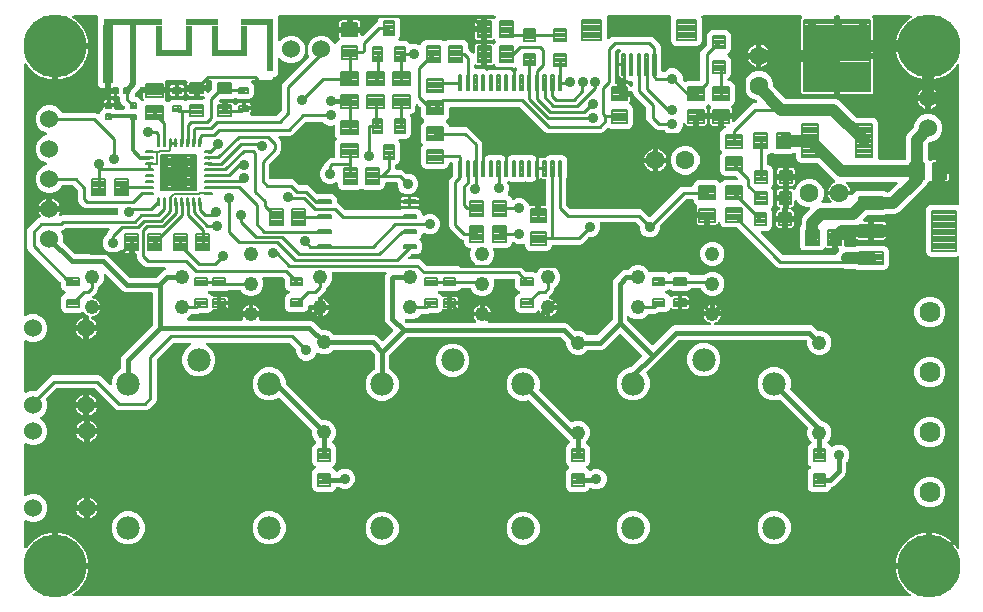
<source format=gbr>
G04 EAGLE Gerber X2 export*
G75*
%MOMM*%
%FSLAX34Y34*%
%LPD*%
%AMOC8*
5,1,8,0,0,1.08239X$1,22.5*%
G01*
%ADD10R,0.900000X4.900000*%
%ADD11R,5.000000X0.500000*%
%ADD12R,0.500000X4.900000*%
%ADD13R,0.500000X2.640000*%
%ADD14R,2.000000X0.500000*%
%ADD15R,2.700000X0.500000*%
%ADD16R,0.500000X3.940000*%
%ADD17C,0.199134*%
%ADD18C,0.198000*%
%ADD19C,0.201500*%
%ADD20C,0.201166*%
%ADD21C,0.199500*%
%ADD22C,0.200000*%
%ADD23C,1.524000*%
%ADD24C,0.914400*%
%ADD25C,0.195000*%
%ADD26C,0.204000*%
%ADD27C,1.600200*%
%ADD28C,0.199219*%
%ADD29C,0.189000*%
%ADD30C,0.609600*%
%ADD31C,1.981200*%
%ADD32C,1.219200*%
%ADD33C,0.195072*%
%ADD34C,0.174000*%
%ADD35C,0.208000*%
%ADD36C,5.334000*%
%ADD37C,1.790700*%
%ADD38C,0.508000*%
%ADD39C,0.254000*%
%ADD40C,1.016000*%
%ADD41C,0.406400*%
%ADD42C,0.900000*%
%ADD43C,0.152400*%
%ADD44C,0.304800*%

G36*
X753783Y4080D02*
X753783Y4080D01*
X753905Y4088D01*
X753940Y4100D01*
X753977Y4105D01*
X754091Y4150D01*
X754207Y4188D01*
X754238Y4208D01*
X754273Y4222D01*
X754372Y4293D01*
X754475Y4359D01*
X754500Y4387D01*
X754530Y4408D01*
X754608Y4503D01*
X754691Y4592D01*
X754709Y4625D01*
X754733Y4653D01*
X754785Y4764D01*
X754844Y4871D01*
X754853Y4907D01*
X754869Y4941D01*
X754891Y5061D01*
X754921Y5180D01*
X754921Y5217D01*
X754928Y5253D01*
X754921Y5375D01*
X754920Y5498D01*
X754911Y5534D01*
X754909Y5571D01*
X754871Y5687D01*
X754840Y5805D01*
X754822Y5838D01*
X754811Y5873D01*
X754745Y5976D01*
X754686Y6083D01*
X754660Y6111D01*
X754640Y6142D01*
X754551Y6226D01*
X754468Y6315D01*
X754423Y6347D01*
X754409Y6360D01*
X754390Y6370D01*
X754337Y6409D01*
X753573Y6889D01*
X751099Y8862D01*
X748862Y11099D01*
X746889Y13573D01*
X745206Y16252D01*
X743833Y19103D01*
X742788Y22089D01*
X742084Y25174D01*
X741837Y27361D01*
X768630Y27361D01*
X768748Y27376D01*
X768867Y27383D01*
X768905Y27396D01*
X768945Y27401D01*
X769056Y27444D01*
X769169Y27481D01*
X769203Y27503D01*
X769241Y27518D01*
X769337Y27588D01*
X769438Y27651D01*
X769466Y27681D01*
X769498Y27704D01*
X769574Y27796D01*
X769656Y27883D01*
X769675Y27918D01*
X769701Y27949D01*
X769752Y28057D01*
X769809Y28161D01*
X769820Y28201D01*
X769837Y28237D01*
X769859Y28354D01*
X769889Y28469D01*
X769893Y28530D01*
X769897Y28550D01*
X769895Y28570D01*
X769899Y28630D01*
X769899Y29901D01*
X771170Y29901D01*
X771288Y29916D01*
X771407Y29923D01*
X771445Y29936D01*
X771485Y29941D01*
X771596Y29985D01*
X771709Y30021D01*
X771744Y30043D01*
X771781Y30058D01*
X771877Y30128D01*
X771978Y30191D01*
X772006Y30221D01*
X772039Y30245D01*
X772114Y30336D01*
X772196Y30423D01*
X772216Y30458D01*
X772241Y30490D01*
X772292Y30597D01*
X772350Y30702D01*
X772360Y30741D01*
X772377Y30777D01*
X772399Y30894D01*
X772429Y31009D01*
X772433Y31070D01*
X772437Y31090D01*
X772435Y31110D01*
X772439Y31170D01*
X772439Y57963D01*
X774626Y57716D01*
X777711Y57012D01*
X780697Y55967D01*
X783548Y54594D01*
X786227Y52911D01*
X788701Y50938D01*
X790938Y48701D01*
X792911Y46227D01*
X793591Y45145D01*
X793669Y45050D01*
X793740Y44951D01*
X793769Y44928D01*
X793793Y44899D01*
X793891Y44827D01*
X793985Y44749D01*
X794019Y44733D01*
X794049Y44711D01*
X794163Y44665D01*
X794273Y44613D01*
X794310Y44606D01*
X794344Y44592D01*
X794466Y44576D01*
X794586Y44553D01*
X794623Y44556D01*
X794660Y44551D01*
X794781Y44566D01*
X794903Y44573D01*
X794938Y44585D01*
X794975Y44589D01*
X795089Y44633D01*
X795205Y44671D01*
X795237Y44691D01*
X795272Y44705D01*
X795371Y44776D01*
X795474Y44841D01*
X795500Y44868D01*
X795530Y44890D01*
X795608Y44984D01*
X795692Y45073D01*
X795710Y45106D01*
X795734Y45134D01*
X795787Y45244D01*
X795846Y45351D01*
X795855Y45387D01*
X795871Y45421D01*
X795895Y45541D01*
X795925Y45659D01*
X795929Y45714D01*
X795932Y45733D01*
X795931Y45754D01*
X795935Y45820D01*
X795935Y290718D01*
X795929Y290767D01*
X795931Y290817D01*
X795909Y290924D01*
X795895Y291033D01*
X795877Y291080D01*
X795867Y291128D01*
X795819Y291227D01*
X795778Y291329D01*
X795749Y291369D01*
X795727Y291414D01*
X795656Y291498D01*
X795592Y291586D01*
X795553Y291618D01*
X795521Y291656D01*
X795431Y291719D01*
X795347Y291789D01*
X795302Y291810D01*
X795261Y291839D01*
X795158Y291878D01*
X795059Y291925D01*
X795010Y291934D01*
X794964Y291952D01*
X794854Y291964D01*
X794747Y291985D01*
X794697Y291982D01*
X794648Y291987D01*
X794539Y291972D01*
X794429Y291965D01*
X794382Y291950D01*
X794333Y291943D01*
X794180Y291891D01*
X793805Y291735D01*
X771775Y291735D01*
X769917Y292505D01*
X768495Y293927D01*
X767725Y295785D01*
X767725Y331815D01*
X768495Y333673D01*
X769917Y335095D01*
X771775Y335865D01*
X793805Y335865D01*
X794180Y335709D01*
X794228Y335696D01*
X794273Y335675D01*
X794381Y335655D01*
X794487Y335626D01*
X794537Y335625D01*
X794586Y335615D01*
X794695Y335622D01*
X794805Y335620D01*
X794853Y335632D01*
X794903Y335635D01*
X795007Y335669D01*
X795114Y335695D01*
X795158Y335718D01*
X795205Y335733D01*
X795298Y335792D01*
X795395Y335843D01*
X795432Y335877D01*
X795474Y335903D01*
X795549Y335983D01*
X795631Y336057D01*
X795658Y336099D01*
X795692Y336135D01*
X795745Y336231D01*
X795805Y336323D01*
X795822Y336370D01*
X795846Y336413D01*
X795873Y336520D01*
X795909Y336624D01*
X795913Y336673D01*
X795925Y336721D01*
X795935Y336882D01*
X795935Y453780D01*
X795920Y453901D01*
X795912Y454023D01*
X795900Y454058D01*
X795895Y454095D01*
X795851Y454209D01*
X795812Y454325D01*
X795792Y454357D01*
X795778Y454391D01*
X795707Y454490D01*
X795641Y454593D01*
X795613Y454618D01*
X795592Y454649D01*
X795497Y454727D01*
X795408Y454810D01*
X795375Y454827D01*
X795347Y454851D01*
X795236Y454903D01*
X795129Y454962D01*
X795093Y454971D01*
X795059Y454987D01*
X794939Y455010D01*
X794820Y455040D01*
X794783Y455040D01*
X794747Y455047D01*
X794625Y455039D01*
X794502Y455039D01*
X794466Y455029D01*
X794429Y455027D01*
X794313Y454989D01*
X794195Y454958D01*
X794162Y454940D01*
X794127Y454929D01*
X794023Y454863D01*
X793917Y454804D01*
X793889Y454779D01*
X793858Y454759D01*
X793774Y454670D01*
X793685Y454586D01*
X793653Y454541D01*
X793640Y454527D01*
X793630Y454509D01*
X793591Y454455D01*
X792911Y453373D01*
X790938Y450899D01*
X788701Y448662D01*
X786227Y446689D01*
X783548Y445006D01*
X780697Y443633D01*
X777711Y442588D01*
X774626Y441884D01*
X772439Y441637D01*
X772439Y468430D01*
X772424Y468548D01*
X772417Y468667D01*
X772404Y468705D01*
X772399Y468745D01*
X772356Y468856D01*
X772319Y468969D01*
X772297Y469003D01*
X772282Y469041D01*
X772212Y469137D01*
X772149Y469238D01*
X772119Y469266D01*
X772095Y469298D01*
X772004Y469374D01*
X771917Y469456D01*
X771882Y469475D01*
X771851Y469501D01*
X771743Y469552D01*
X771639Y469609D01*
X771599Y469620D01*
X771563Y469637D01*
X771446Y469659D01*
X771331Y469689D01*
X771270Y469693D01*
X771250Y469697D01*
X771230Y469695D01*
X771170Y469699D01*
X769899Y469699D01*
X769899Y470970D01*
X769884Y471088D01*
X769877Y471207D01*
X769864Y471245D01*
X769859Y471285D01*
X769815Y471396D01*
X769779Y471509D01*
X769757Y471544D01*
X769742Y471581D01*
X769672Y471677D01*
X769609Y471778D01*
X769579Y471806D01*
X769555Y471839D01*
X769464Y471914D01*
X769377Y471996D01*
X769342Y472016D01*
X769310Y472041D01*
X769203Y472092D01*
X769098Y472150D01*
X769059Y472160D01*
X769023Y472177D01*
X768906Y472199D01*
X768791Y472229D01*
X768730Y472233D01*
X768710Y472237D01*
X768690Y472235D01*
X768630Y472239D01*
X741837Y472239D01*
X742084Y474426D01*
X742788Y477511D01*
X743833Y480497D01*
X745206Y483348D01*
X745885Y484430D01*
X746683Y485699D01*
X746889Y486027D01*
X748862Y488501D01*
X751099Y490738D01*
X753573Y492711D01*
X754974Y493591D01*
X755068Y493669D01*
X755167Y493740D01*
X755191Y493769D01*
X755219Y493793D01*
X755292Y493891D01*
X755370Y493985D01*
X755386Y494019D01*
X755408Y494049D01*
X755453Y494163D01*
X755505Y494273D01*
X755512Y494310D01*
X755526Y494344D01*
X755542Y494466D01*
X755565Y494586D01*
X755563Y494623D01*
X755568Y494660D01*
X755553Y494781D01*
X755545Y494903D01*
X755534Y494938D01*
X755529Y494975D01*
X755485Y495089D01*
X755447Y495205D01*
X755427Y495237D01*
X755414Y495272D01*
X755342Y495371D01*
X755277Y495474D01*
X755250Y495500D01*
X755228Y495530D01*
X755134Y495608D01*
X755045Y495692D01*
X755013Y495710D01*
X754984Y495734D01*
X754874Y495787D01*
X754767Y495846D01*
X754731Y495855D01*
X754697Y495871D01*
X754577Y495895D01*
X754459Y495925D01*
X754404Y495929D01*
X754385Y495932D01*
X754364Y495931D01*
X754298Y495935D01*
X723042Y495935D01*
X722904Y495918D01*
X722765Y495905D01*
X722746Y495898D01*
X722726Y495895D01*
X722597Y495844D01*
X722466Y495797D01*
X722449Y495786D01*
X722430Y495778D01*
X722318Y495697D01*
X722203Y495619D01*
X722189Y495603D01*
X722173Y495592D01*
X722085Y495485D01*
X721992Y495380D01*
X721983Y495362D01*
X721970Y495347D01*
X721911Y495221D01*
X721848Y495097D01*
X721843Y495077D01*
X721835Y495059D01*
X721809Y494923D01*
X721778Y494787D01*
X721779Y494766D01*
X721775Y494747D01*
X721784Y494608D01*
X721788Y494469D01*
X721793Y494449D01*
X721795Y494429D01*
X721838Y494297D01*
X721876Y494163D01*
X721887Y494146D01*
X721893Y494127D01*
X721967Y494009D01*
X722038Y493889D01*
X722056Y493868D01*
X722063Y493858D01*
X722078Y493844D01*
X722144Y493768D01*
X722427Y493486D01*
X722739Y492945D01*
X722901Y492342D01*
X722901Y464439D01*
X694939Y464439D01*
X694939Y494666D01*
X694924Y494784D01*
X694917Y494903D01*
X694904Y494941D01*
X694899Y494982D01*
X694855Y495092D01*
X694819Y495205D01*
X694797Y495240D01*
X694782Y495277D01*
X694712Y495373D01*
X694649Y495474D01*
X694619Y495502D01*
X694595Y495535D01*
X694504Y495611D01*
X694417Y495692D01*
X694382Y495712D01*
X694350Y495737D01*
X694243Y495788D01*
X694139Y495846D01*
X694099Y495856D01*
X694063Y495873D01*
X693946Y495895D01*
X693831Y495925D01*
X693770Y495929D01*
X693750Y495933D01*
X693730Y495931D01*
X693670Y495935D01*
X691130Y495935D01*
X691012Y495920D01*
X690893Y495913D01*
X690855Y495900D01*
X690815Y495895D01*
X690704Y495852D01*
X690591Y495815D01*
X690556Y495793D01*
X690519Y495778D01*
X690423Y495709D01*
X690322Y495645D01*
X690294Y495615D01*
X690261Y495592D01*
X690186Y495500D01*
X690104Y495413D01*
X690084Y495378D01*
X690059Y495347D01*
X690008Y495239D01*
X689950Y495135D01*
X689940Y495095D01*
X689923Y495059D01*
X689901Y494942D01*
X689871Y494827D01*
X689867Y494767D01*
X689863Y494747D01*
X689865Y494726D01*
X689861Y494666D01*
X689861Y464439D01*
X661899Y464439D01*
X661899Y492342D01*
X662061Y492945D01*
X662373Y493486D01*
X662656Y493768D01*
X662741Y493878D01*
X662830Y493985D01*
X662838Y494004D01*
X662851Y494020D01*
X662906Y494147D01*
X662965Y494273D01*
X662969Y494293D01*
X662977Y494312D01*
X662999Y494449D01*
X663025Y494586D01*
X663024Y494606D01*
X663027Y494626D01*
X663014Y494765D01*
X663005Y494903D01*
X662999Y494922D01*
X662997Y494942D01*
X662950Y495074D01*
X662907Y495205D01*
X662896Y495222D01*
X662890Y495242D01*
X662811Y495357D01*
X662737Y495474D01*
X662722Y495488D01*
X662711Y495505D01*
X662607Y495597D01*
X662505Y495692D01*
X662488Y495702D01*
X662473Y495715D01*
X662348Y495779D01*
X662227Y495846D01*
X662207Y495851D01*
X662189Y495860D01*
X662053Y495890D01*
X661919Y495925D01*
X661891Y495927D01*
X661879Y495930D01*
X661859Y495929D01*
X661758Y495935D01*
X578562Y495935D01*
X578513Y495929D01*
X578463Y495931D01*
X578356Y495909D01*
X578246Y495895D01*
X578200Y495877D01*
X578152Y495867D01*
X578053Y495819D01*
X577951Y495778D01*
X577911Y495749D01*
X577866Y495727D01*
X577782Y495656D01*
X577693Y495592D01*
X577662Y495553D01*
X577624Y495521D01*
X577561Y495431D01*
X577491Y495347D01*
X577469Y495302D01*
X577441Y495261D01*
X577402Y495158D01*
X577355Y495059D01*
X577346Y495010D01*
X577328Y494964D01*
X577316Y494854D01*
X577295Y494747D01*
X577298Y494697D01*
X577293Y494648D01*
X577308Y494539D01*
X577315Y494429D01*
X577330Y494382D01*
X577337Y494333D01*
X577389Y494180D01*
X577665Y493515D01*
X577665Y474485D01*
X576895Y472627D01*
X575473Y471205D01*
X573615Y470435D01*
X555585Y470435D01*
X553727Y471205D01*
X552305Y472627D01*
X551535Y474485D01*
X551535Y493515D01*
X551811Y494180D01*
X551824Y494228D01*
X551845Y494273D01*
X551866Y494381D01*
X551895Y494487D01*
X551895Y494537D01*
X551905Y494586D01*
X551898Y494695D01*
X551900Y494805D01*
X551888Y494853D01*
X551885Y494903D01*
X551851Y495007D01*
X551826Y495114D01*
X551802Y495158D01*
X551787Y495205D01*
X551728Y495298D01*
X551677Y495395D01*
X551643Y495432D01*
X551617Y495474D01*
X551537Y495550D01*
X551463Y495631D01*
X551421Y495658D01*
X551385Y495692D01*
X551289Y495745D01*
X551197Y495805D01*
X551150Y495822D01*
X551107Y495846D01*
X551000Y495873D01*
X550896Y495909D01*
X550847Y495913D01*
X550799Y495925D01*
X550638Y495935D01*
X498562Y495935D01*
X498513Y495929D01*
X498463Y495931D01*
X498356Y495909D01*
X498246Y495895D01*
X498200Y495877D01*
X498152Y495867D01*
X498053Y495819D01*
X497951Y495778D01*
X497911Y495749D01*
X497866Y495727D01*
X497782Y495656D01*
X497693Y495592D01*
X497662Y495553D01*
X497624Y495521D01*
X497561Y495431D01*
X497491Y495347D01*
X497469Y495302D01*
X497441Y495261D01*
X497402Y495158D01*
X497355Y495059D01*
X497346Y495010D01*
X497328Y494964D01*
X497316Y494854D01*
X497295Y494747D01*
X497298Y494697D01*
X497293Y494648D01*
X497308Y494539D01*
X497315Y494429D01*
X497330Y494382D01*
X497337Y494333D01*
X497389Y494180D01*
X497665Y493515D01*
X497665Y476973D01*
X497682Y476835D01*
X497695Y476697D01*
X497702Y476678D01*
X497705Y476658D01*
X497756Y476529D01*
X497803Y476398D01*
X497814Y476381D01*
X497822Y476362D01*
X497903Y476250D01*
X497981Y476135D01*
X497997Y476121D01*
X498008Y476105D01*
X498116Y476016D01*
X498220Y475924D01*
X498238Y475915D01*
X498253Y475902D01*
X498379Y475843D01*
X498503Y475780D01*
X498523Y475775D01*
X498541Y475766D01*
X498678Y475740D01*
X498813Y475710D01*
X498834Y475711D01*
X498853Y475707D01*
X498992Y475715D01*
X499131Y475720D01*
X499151Y475725D01*
X499171Y475726D01*
X499303Y475769D01*
X499437Y475808D01*
X499454Y475818D01*
X499473Y475824D01*
X499591Y475899D01*
X499711Y475970D01*
X499732Y475988D01*
X499742Y475995D01*
X499756Y476010D01*
X499831Y476076D01*
X501078Y477323D01*
X503039Y478135D01*
X534361Y478135D01*
X536322Y477323D01*
X542123Y471522D01*
X542935Y469561D01*
X542935Y466522D01*
X542936Y466513D01*
X542935Y466504D01*
X542956Y466355D01*
X542975Y466207D01*
X542978Y466198D01*
X542979Y466189D01*
X543031Y466037D01*
X543665Y464507D01*
X543665Y449104D01*
X543680Y448986D01*
X543687Y448867D01*
X543700Y448829D01*
X543705Y448788D01*
X543748Y448678D01*
X543785Y448565D01*
X543807Y448530D01*
X543822Y448493D01*
X543892Y448396D01*
X543955Y448296D01*
X543985Y448268D01*
X544008Y448235D01*
X544100Y448159D01*
X544187Y448078D01*
X544222Y448058D01*
X544253Y448033D01*
X544361Y447982D01*
X544465Y447924D01*
X544505Y447914D01*
X544541Y447897D01*
X544658Y447875D01*
X544773Y447845D01*
X544833Y447841D01*
X544853Y447837D01*
X544874Y447839D01*
X544934Y447835D01*
X545597Y447835D01*
X545695Y447847D01*
X545794Y447850D01*
X545852Y447867D01*
X545912Y447875D01*
X546004Y447911D01*
X546099Y447939D01*
X546152Y447969D01*
X546208Y447992D01*
X546288Y448050D01*
X546373Y448100D01*
X546449Y448166D01*
X546465Y448178D01*
X546473Y448188D01*
X546494Y448206D01*
X548048Y449761D01*
X551196Y451065D01*
X554604Y451065D01*
X557752Y449761D01*
X560161Y447352D01*
X561465Y444204D01*
X561465Y442005D01*
X561477Y441907D01*
X561480Y441808D01*
X561497Y441750D01*
X561505Y441690D01*
X561541Y441598D01*
X561569Y441503D01*
X561599Y441451D01*
X561622Y441394D01*
X561680Y441314D01*
X561730Y441229D01*
X561796Y441153D01*
X561808Y441137D01*
X561818Y441129D01*
X561836Y441108D01*
X562854Y440090D01*
X562877Y440072D01*
X562897Y440050D01*
X563003Y439975D01*
X563105Y439895D01*
X563132Y439884D01*
X563157Y439867D01*
X563278Y439821D01*
X563397Y439769D01*
X563426Y439764D01*
X563454Y439754D01*
X563583Y439740D01*
X563711Y439719D01*
X563741Y439722D01*
X563770Y439719D01*
X563899Y439737D01*
X564028Y439749D01*
X564056Y439759D01*
X564085Y439763D01*
X564237Y439815D01*
X565322Y440265D01*
X575345Y440265D01*
X575443Y440277D01*
X575542Y440280D01*
X575600Y440297D01*
X575660Y440305D01*
X575752Y440341D01*
X575847Y440369D01*
X575899Y440399D01*
X575956Y440422D01*
X576036Y440480D01*
X576121Y440530D01*
X576197Y440596D01*
X576213Y440608D01*
X576221Y440618D01*
X576242Y440636D01*
X576294Y440688D01*
X576354Y440766D01*
X576422Y440838D01*
X576451Y440891D01*
X576488Y440939D01*
X576528Y441030D01*
X576576Y441117D01*
X576591Y441175D01*
X576615Y441231D01*
X576630Y441329D01*
X576655Y441425D01*
X576661Y441525D01*
X576665Y441545D01*
X576663Y441557D01*
X576665Y441585D01*
X576665Y464061D01*
X577477Y466022D01*
X579157Y467701D01*
X581964Y470508D01*
X582024Y470586D01*
X582092Y470658D01*
X582121Y470711D01*
X582158Y470759D01*
X582198Y470850D01*
X582246Y470937D01*
X582261Y470995D01*
X582285Y471051D01*
X582300Y471149D01*
X582325Y471245D01*
X582331Y471345D01*
X582335Y471365D01*
X582333Y471377D01*
X582335Y471405D01*
X582335Y479391D01*
X583109Y481260D01*
X584540Y482691D01*
X586409Y483465D01*
X598391Y483465D01*
X600260Y482691D01*
X601691Y481260D01*
X602465Y479391D01*
X602465Y467409D01*
X601691Y465540D01*
X600260Y464109D01*
X600172Y464073D01*
X600051Y464004D01*
X599928Y463939D01*
X599913Y463925D01*
X599895Y463915D01*
X599796Y463818D01*
X599693Y463725D01*
X599681Y463708D01*
X599667Y463694D01*
X599594Y463575D01*
X599518Y463459D01*
X599511Y463440D01*
X599501Y463423D01*
X599460Y463290D01*
X599415Y463158D01*
X599413Y463138D01*
X599407Y463119D01*
X599400Y462980D01*
X599389Y462841D01*
X599393Y462821D01*
X599392Y462801D01*
X599420Y462665D01*
X599444Y462528D01*
X599452Y462509D01*
X599456Y462490D01*
X599517Y462365D01*
X599574Y462238D01*
X599587Y462222D01*
X599596Y462204D01*
X599686Y462098D01*
X599773Y461989D01*
X599789Y461977D01*
X599802Y461962D01*
X599916Y461882D01*
X600027Y461798D01*
X600052Y461786D01*
X600062Y461779D01*
X600081Y461772D01*
X600172Y461727D01*
X600260Y461691D01*
X601691Y460260D01*
X602465Y458391D01*
X602465Y446409D01*
X601691Y444540D01*
X600260Y443109D01*
X600218Y443092D01*
X600193Y443077D01*
X600165Y443068D01*
X600055Y442999D01*
X599942Y442934D01*
X599921Y442914D01*
X599896Y442898D01*
X599807Y442804D01*
X599714Y442713D01*
X599698Y442688D01*
X599678Y442666D01*
X599615Y442553D01*
X599547Y442442D01*
X599539Y442414D01*
X599524Y442388D01*
X599492Y442263D01*
X599454Y442138D01*
X599452Y442109D01*
X599445Y442080D01*
X599435Y441919D01*
X599435Y441534D01*
X599450Y441416D01*
X599457Y441297D01*
X599470Y441259D01*
X599475Y441218D01*
X599518Y441108D01*
X599555Y440995D01*
X599577Y440960D01*
X599592Y440923D01*
X599661Y440827D01*
X599725Y440726D01*
X599755Y440698D01*
X599778Y440665D01*
X599870Y440589D01*
X599957Y440508D01*
X599992Y440488D01*
X600023Y440463D01*
X600131Y440412D01*
X600235Y440354D01*
X600275Y440344D01*
X600311Y440327D01*
X600428Y440305D01*
X600543Y440275D01*
X600603Y440271D01*
X600623Y440267D01*
X600644Y440269D01*
X600704Y440265D01*
X601628Y440265D01*
X603480Y439498D01*
X604898Y438080D01*
X605665Y436228D01*
X605665Y423172D01*
X604898Y421320D01*
X603480Y419902D01*
X603091Y419742D01*
X603048Y419717D01*
X603001Y419700D01*
X602911Y419638D01*
X602815Y419584D01*
X602779Y419549D01*
X602738Y419521D01*
X602666Y419439D01*
X602587Y419363D01*
X602561Y419320D01*
X602528Y419283D01*
X602478Y419185D01*
X602421Y419092D01*
X602406Y419044D01*
X602383Y419000D01*
X602359Y418893D01*
X602327Y418788D01*
X602325Y418738D01*
X602314Y418689D01*
X602317Y418580D01*
X602312Y418470D01*
X602322Y418421D01*
X602323Y418371D01*
X602354Y418266D01*
X602376Y418159D01*
X602398Y418114D01*
X602412Y418066D01*
X602468Y417972D01*
X602516Y417873D01*
X602548Y417835D01*
X602574Y417792D01*
X602589Y417774D01*
X602932Y417181D01*
X603101Y416551D01*
X603101Y413239D01*
X595370Y413239D01*
X595252Y413224D01*
X595133Y413217D01*
X595095Y413204D01*
X595055Y413199D01*
X594944Y413155D01*
X594831Y413119D01*
X594796Y413097D01*
X594759Y413082D01*
X594663Y413012D01*
X594562Y412949D01*
X594534Y412919D01*
X594502Y412895D01*
X594426Y412804D01*
X594344Y412717D01*
X594325Y412682D01*
X594299Y412650D01*
X594248Y412543D01*
X594191Y412439D01*
X594180Y412399D01*
X594163Y412363D01*
X594141Y412246D01*
X594111Y412131D01*
X594107Y412070D01*
X594103Y412050D01*
X594105Y412030D01*
X594101Y411970D01*
X594101Y410699D01*
X594099Y410699D01*
X594099Y411970D01*
X594084Y412088D01*
X594077Y412207D01*
X594064Y412245D01*
X594059Y412285D01*
X594015Y412396D01*
X593979Y412509D01*
X593957Y412544D01*
X593942Y412581D01*
X593872Y412677D01*
X593809Y412778D01*
X593779Y412806D01*
X593755Y412838D01*
X593664Y412914D01*
X593577Y412996D01*
X593542Y413015D01*
X593510Y413041D01*
X593403Y413092D01*
X593299Y413149D01*
X593259Y413160D01*
X593223Y413177D01*
X593106Y413199D01*
X592991Y413229D01*
X592930Y413233D01*
X592910Y413237D01*
X592890Y413235D01*
X592830Y413239D01*
X585099Y413239D01*
X585099Y416551D01*
X585268Y417181D01*
X585635Y417817D01*
X585648Y417836D01*
X585715Y417922D01*
X585735Y417968D01*
X585762Y418010D01*
X585798Y418114D01*
X585841Y418214D01*
X585849Y418263D01*
X585866Y418311D01*
X585874Y418420D01*
X585891Y418528D01*
X585887Y418578D01*
X585891Y418628D01*
X585872Y418736D01*
X585862Y418845D01*
X585845Y418892D01*
X585836Y418941D01*
X585791Y419041D01*
X585754Y419144D01*
X585726Y419186D01*
X585706Y419231D01*
X585637Y419317D01*
X585576Y419407D01*
X585538Y419440D01*
X585507Y419479D01*
X585420Y419545D01*
X585337Y419618D01*
X585293Y419641D01*
X585253Y419671D01*
X585109Y419742D01*
X584720Y419902D01*
X584372Y420250D01*
X584278Y420323D01*
X584189Y420402D01*
X584153Y420420D01*
X584121Y420445D01*
X584012Y420493D01*
X583906Y420547D01*
X583866Y420555D01*
X583829Y420572D01*
X583712Y420590D01*
X583596Y420616D01*
X583555Y420615D01*
X583515Y420621D01*
X583396Y420610D01*
X583278Y420607D01*
X583239Y420595D01*
X583199Y420592D01*
X583086Y420551D01*
X582972Y420518D01*
X582937Y420498D01*
X582899Y420484D01*
X582801Y420417D01*
X582698Y420357D01*
X582653Y420317D01*
X582636Y420305D01*
X582623Y420290D01*
X582577Y420250D01*
X582230Y419902D01*
X581841Y419742D01*
X581798Y419717D01*
X581751Y419700D01*
X581661Y419638D01*
X581565Y419584D01*
X581529Y419549D01*
X581488Y419521D01*
X581416Y419439D01*
X581337Y419363D01*
X581311Y419320D01*
X581278Y419283D01*
X581228Y419185D01*
X581171Y419092D01*
X581156Y419044D01*
X581133Y419000D01*
X581109Y418893D01*
X581077Y418788D01*
X581075Y418738D01*
X581064Y418689D01*
X581067Y418580D01*
X581062Y418470D01*
X581072Y418421D01*
X581073Y418371D01*
X581104Y418266D01*
X581126Y418159D01*
X581148Y418114D01*
X581162Y418066D01*
X581218Y417972D01*
X581266Y417873D01*
X581298Y417835D01*
X581324Y417792D01*
X581339Y417774D01*
X581682Y417181D01*
X581851Y416551D01*
X581851Y413239D01*
X574120Y413239D01*
X574002Y413224D01*
X573883Y413217D01*
X573845Y413204D01*
X573805Y413199D01*
X573694Y413155D01*
X573581Y413119D01*
X573546Y413097D01*
X573509Y413082D01*
X573413Y413012D01*
X573312Y412949D01*
X573284Y412919D01*
X573252Y412895D01*
X573176Y412804D01*
X573094Y412717D01*
X573075Y412682D01*
X573049Y412650D01*
X572998Y412543D01*
X572941Y412439D01*
X572930Y412399D01*
X572913Y412363D01*
X572891Y412246D01*
X572861Y412131D01*
X572857Y412070D01*
X572853Y412050D01*
X572855Y412030D01*
X572851Y411970D01*
X572851Y410699D01*
X571580Y410699D01*
X571462Y410684D01*
X571343Y410677D01*
X571305Y410664D01*
X571265Y410659D01*
X571154Y410615D01*
X571041Y410579D01*
X571006Y410557D01*
X570969Y410542D01*
X570873Y410472D01*
X570772Y410409D01*
X570744Y410379D01*
X570711Y410355D01*
X570636Y410264D01*
X570554Y410177D01*
X570534Y410142D01*
X570509Y410110D01*
X570458Y410003D01*
X570400Y409899D01*
X570390Y409859D01*
X570373Y409823D01*
X570351Y409706D01*
X570321Y409591D01*
X570317Y409530D01*
X570313Y409510D01*
X570315Y409490D01*
X570311Y409430D01*
X570311Y402699D01*
X565999Y402699D01*
X565369Y402868D01*
X564805Y403194D01*
X564344Y403655D01*
X564018Y404219D01*
X563960Y404436D01*
X563902Y404578D01*
X563846Y404719D01*
X563842Y404724D01*
X563840Y404730D01*
X563749Y404853D01*
X563660Y404976D01*
X563654Y404980D01*
X563650Y404986D01*
X563532Y405081D01*
X563415Y405179D01*
X563408Y405182D01*
X563403Y405186D01*
X563265Y405249D01*
X563127Y405314D01*
X563120Y405316D01*
X563114Y405318D01*
X562964Y405346D01*
X562814Y405374D01*
X562808Y405374D01*
X562801Y405375D01*
X562649Y405364D01*
X562497Y405354D01*
X562491Y405352D01*
X562484Y405352D01*
X562339Y405303D01*
X562195Y405256D01*
X562189Y405253D01*
X562182Y405251D01*
X562054Y405167D01*
X561926Y405086D01*
X561921Y405081D01*
X561916Y405078D01*
X561813Y404966D01*
X561708Y404855D01*
X561705Y404849D01*
X561700Y404844D01*
X561628Y404710D01*
X561554Y404576D01*
X561553Y404570D01*
X561550Y404564D01*
X561513Y404415D01*
X561475Y404268D01*
X561474Y404259D01*
X561473Y404255D01*
X561473Y404244D01*
X561465Y404107D01*
X561465Y402396D01*
X560161Y399248D01*
X557752Y396839D01*
X554604Y395535D01*
X551196Y395535D01*
X548048Y396839D01*
X546494Y398394D01*
X546416Y398454D01*
X546344Y398522D01*
X546291Y398551D01*
X546243Y398588D01*
X546152Y398628D01*
X546065Y398676D01*
X546007Y398691D01*
X545951Y398715D01*
X545853Y398730D01*
X545757Y398755D01*
X545657Y398761D01*
X545637Y398765D01*
X545625Y398763D01*
X545597Y398765D01*
X540639Y398765D01*
X538678Y399577D01*
X531777Y406478D01*
X530965Y408439D01*
X530965Y417365D01*
X530953Y417463D01*
X530950Y417562D01*
X530933Y417620D01*
X530925Y417680D01*
X530889Y417772D01*
X530861Y417867D01*
X530831Y417919D01*
X530808Y417976D01*
X530750Y418056D01*
X530700Y418141D01*
X530634Y418217D01*
X530622Y418233D01*
X530612Y418241D01*
X530594Y418262D01*
X521757Y427099D01*
X520077Y428778D01*
X519265Y430739D01*
X519265Y430870D01*
X519250Y430988D01*
X519243Y431107D01*
X519230Y431145D01*
X519225Y431185D01*
X519182Y431296D01*
X519145Y431409D01*
X519123Y431444D01*
X519108Y431481D01*
X519039Y431577D01*
X518975Y431678D01*
X518945Y431706D01*
X518922Y431738D01*
X518830Y431814D01*
X518743Y431896D01*
X518708Y431915D01*
X518677Y431941D01*
X518569Y431992D01*
X518465Y432049D01*
X518425Y432060D01*
X518389Y432077D01*
X518272Y432099D01*
X518157Y432129D01*
X518097Y432133D01*
X518077Y432137D01*
X518056Y432135D01*
X517996Y432139D01*
X510689Y432139D01*
X510689Y437601D01*
X515001Y437601D01*
X515631Y437432D01*
X516195Y437106D01*
X516656Y436645D01*
X516897Y436228D01*
X516966Y436137D01*
X517008Y436071D01*
X517030Y436050D01*
X517070Y435994D01*
X517081Y435986D01*
X517089Y435975D01*
X517203Y435885D01*
X517228Y435864D01*
X517240Y435853D01*
X517244Y435850D01*
X517315Y435791D01*
X517328Y435786D01*
X517338Y435777D01*
X517471Y435718D01*
X517603Y435656D01*
X517616Y435653D01*
X517629Y435648D01*
X517773Y435623D01*
X517916Y435596D01*
X517929Y435597D01*
X517942Y435595D01*
X518088Y435607D01*
X518233Y435616D01*
X518246Y435620D01*
X518259Y435621D01*
X518397Y435669D01*
X518535Y435714D01*
X518547Y435721D01*
X518560Y435726D01*
X518681Y435806D01*
X518804Y435884D01*
X518813Y435894D01*
X518825Y435901D01*
X518922Y436009D01*
X519022Y436116D01*
X519029Y436127D01*
X519038Y436137D01*
X519105Y436267D01*
X519176Y436394D01*
X519179Y436407D01*
X519185Y436419D01*
X519199Y436478D01*
X519203Y436486D01*
X519211Y436529D01*
X519219Y436562D01*
X519255Y436702D01*
X519256Y436720D01*
X519258Y436729D01*
X519258Y436746D01*
X519260Y436787D01*
X519263Y436798D01*
X519262Y436811D01*
X519265Y436863D01*
X519265Y439166D01*
X519250Y439284D01*
X519243Y439403D01*
X519230Y439441D01*
X519225Y439482D01*
X519182Y439592D01*
X519145Y439705D01*
X519123Y439740D01*
X519108Y439777D01*
X519039Y439873D01*
X518975Y439974D01*
X518945Y440002D01*
X518922Y440035D01*
X518830Y440111D01*
X518743Y440192D01*
X518708Y440212D01*
X518677Y440237D01*
X518569Y440288D01*
X518465Y440346D01*
X518425Y440356D01*
X518389Y440373D01*
X518272Y440395D01*
X518157Y440425D01*
X518097Y440429D01*
X518077Y440433D01*
X518056Y440431D01*
X517996Y440435D01*
X516093Y440435D01*
X514231Y441206D01*
X512810Y442628D01*
X512799Y442636D01*
X512785Y442682D01*
X512784Y442683D01*
X512744Y442759D01*
X512712Y442838D01*
X512669Y442898D01*
X512634Y442963D01*
X512576Y443026D01*
X512525Y443096D01*
X512469Y443143D01*
X512419Y443197D01*
X512347Y443244D01*
X512280Y443299D01*
X512214Y443330D01*
X512152Y443370D01*
X512070Y443397D01*
X511993Y443434D01*
X511920Y443448D01*
X511850Y443471D01*
X511765Y443478D01*
X511680Y443494D01*
X511607Y443489D01*
X511533Y443495D01*
X511449Y443479D01*
X511363Y443474D01*
X511293Y443451D01*
X511220Y443438D01*
X511142Y443403D01*
X511060Y443376D01*
X510998Y443337D01*
X510931Y443306D01*
X510864Y443252D01*
X510792Y443206D01*
X510741Y443152D01*
X510684Y443106D01*
X510633Y443037D01*
X510597Y442999D01*
X510271Y442999D01*
X509635Y443170D01*
X509065Y443499D01*
X508599Y443965D01*
X508270Y444535D01*
X508099Y445171D01*
X508099Y453231D01*
X510766Y453231D01*
X510884Y453246D01*
X511003Y453253D01*
X511041Y453265D01*
X511082Y453270D01*
X511192Y453314D01*
X511305Y453351D01*
X511340Y453373D01*
X511377Y453387D01*
X511473Y453457D01*
X511574Y453521D01*
X511602Y453551D01*
X511635Y453574D01*
X511711Y453666D01*
X511792Y453753D01*
X511812Y453788D01*
X511837Y453819D01*
X511888Y453927D01*
X511946Y454031D01*
X511956Y454070D01*
X511973Y454107D01*
X511995Y454224D01*
X512025Y454339D01*
X512029Y454399D01*
X512033Y454419D01*
X512033Y454420D01*
X512031Y454440D01*
X512035Y454500D01*
X512020Y454618D01*
X512013Y454737D01*
X512000Y454775D01*
X511995Y454816D01*
X511952Y454926D01*
X511915Y455040D01*
X511893Y455074D01*
X511878Y455111D01*
X511809Y455208D01*
X511745Y455308D01*
X511715Y455336D01*
X511692Y455369D01*
X511600Y455445D01*
X511513Y455526D01*
X511478Y455546D01*
X511447Y455572D01*
X511339Y455622D01*
X511235Y455680D01*
X511195Y455690D01*
X511159Y455707D01*
X511042Y455729D01*
X510927Y455759D01*
X510867Y455763D01*
X510847Y455767D01*
X510826Y455766D01*
X510766Y455769D01*
X508099Y455769D01*
X508099Y463829D01*
X508270Y464465D01*
X508599Y465035D01*
X508862Y465298D01*
X508947Y465408D01*
X509036Y465515D01*
X509044Y465534D01*
X509057Y465550D01*
X509112Y465677D01*
X509171Y465803D01*
X509175Y465823D01*
X509183Y465842D01*
X509205Y465979D01*
X509231Y466116D01*
X509230Y466136D01*
X509233Y466156D01*
X509220Y466294D01*
X509211Y466433D01*
X509205Y466452D01*
X509203Y466472D01*
X509156Y466604D01*
X509113Y466735D01*
X509103Y466752D01*
X509096Y466772D01*
X509017Y466887D01*
X508943Y467004D01*
X508928Y467018D01*
X508917Y467035D01*
X508813Y467127D01*
X508712Y467222D01*
X508694Y467232D01*
X508679Y467245D01*
X508555Y467309D01*
X508433Y467376D01*
X508414Y467381D01*
X508395Y467390D01*
X508259Y467420D01*
X508125Y467455D01*
X508097Y467457D01*
X508085Y467460D01*
X508065Y467459D01*
X507964Y467465D01*
X506835Y467465D01*
X506737Y467453D01*
X506638Y467450D01*
X506580Y467433D01*
X506520Y467425D01*
X506428Y467389D01*
X506333Y467361D01*
X506281Y467331D01*
X506224Y467308D01*
X506144Y467250D01*
X506059Y467200D01*
X505983Y467134D01*
X505967Y467122D01*
X505959Y467112D01*
X505938Y467094D01*
X504506Y465662D01*
X504446Y465584D01*
X504378Y465512D01*
X504349Y465459D01*
X504312Y465411D01*
X504272Y465320D01*
X504224Y465233D01*
X504209Y465175D01*
X504185Y465119D01*
X504170Y465021D01*
X504145Y464925D01*
X504139Y464825D01*
X504135Y464805D01*
X504137Y464793D01*
X504135Y464765D01*
X504135Y438870D01*
X504150Y438752D01*
X504157Y438633D01*
X504170Y438595D01*
X504175Y438554D01*
X504218Y438444D01*
X504255Y438331D01*
X504277Y438296D01*
X504292Y438259D01*
X504361Y438163D01*
X504425Y438062D01*
X504455Y438034D01*
X504478Y438001D01*
X504570Y437925D01*
X504657Y437844D01*
X504692Y437824D01*
X504723Y437799D01*
X504831Y437748D01*
X504935Y437690D01*
X504975Y437680D01*
X505011Y437663D01*
X505128Y437641D01*
X505243Y437611D01*
X505303Y437607D01*
X505323Y437603D01*
X505344Y437605D01*
X505404Y437601D01*
X505611Y437601D01*
X505611Y430870D01*
X505626Y430752D01*
X505633Y430633D01*
X505646Y430595D01*
X505651Y430555D01*
X505694Y430444D01*
X505731Y430331D01*
X505753Y430296D01*
X505768Y430259D01*
X505838Y430163D01*
X505901Y430062D01*
X505931Y430034D01*
X505955Y430002D01*
X506046Y429926D01*
X506133Y429844D01*
X506168Y429825D01*
X506199Y429799D01*
X506307Y429748D01*
X506411Y429691D01*
X506451Y429680D01*
X506487Y429663D01*
X506604Y429641D01*
X506719Y429611D01*
X506780Y429607D01*
X506800Y429603D01*
X506820Y429605D01*
X506880Y429601D01*
X508151Y429601D01*
X508151Y428330D01*
X508166Y428212D01*
X508173Y428093D01*
X508186Y428055D01*
X508191Y428015D01*
X508235Y427904D01*
X508271Y427791D01*
X508293Y427756D01*
X508308Y427719D01*
X508378Y427623D01*
X508441Y427522D01*
X508471Y427494D01*
X508495Y427461D01*
X508586Y427386D01*
X508673Y427304D01*
X508708Y427284D01*
X508740Y427259D01*
X508847Y427208D01*
X508951Y427150D01*
X508991Y427140D01*
X509027Y427123D01*
X509144Y427101D01*
X509259Y427071D01*
X509320Y427067D01*
X509340Y427063D01*
X509360Y427065D01*
X509420Y427061D01*
X517151Y427061D01*
X517151Y423749D01*
X516982Y423119D01*
X516615Y422483D01*
X516602Y422464D01*
X516535Y422378D01*
X516515Y422332D01*
X516488Y422290D01*
X516452Y422186D01*
X516409Y422086D01*
X516401Y422037D01*
X516384Y421989D01*
X516376Y421880D01*
X516359Y421772D01*
X516363Y421722D01*
X516359Y421672D01*
X516378Y421564D01*
X516388Y421455D01*
X516405Y421408D01*
X516414Y421359D01*
X516459Y421259D01*
X516496Y421156D01*
X516524Y421114D01*
X516544Y421069D01*
X516613Y420983D01*
X516674Y420893D01*
X516712Y420860D01*
X516743Y420821D01*
X516830Y420755D01*
X516913Y420682D01*
X516957Y420659D01*
X516997Y420629D01*
X517141Y420558D01*
X517530Y420398D01*
X518948Y418980D01*
X519715Y417128D01*
X519715Y404072D01*
X518948Y402220D01*
X517530Y400802D01*
X515678Y400035D01*
X500622Y400035D01*
X498972Y400719D01*
X498943Y400727D01*
X498917Y400740D01*
X498790Y400769D01*
X498665Y400803D01*
X498635Y400803D01*
X498607Y400810D01*
X498477Y400806D01*
X498347Y400808D01*
X498318Y400801D01*
X498289Y400800D01*
X498164Y400764D01*
X498038Y400734D01*
X498011Y400720D01*
X497983Y400712D01*
X497871Y400646D01*
X497757Y400585D01*
X497735Y400565D01*
X497709Y400550D01*
X497588Y400444D01*
X495901Y398757D01*
X494222Y397077D01*
X492261Y396265D01*
X446939Y396265D01*
X444978Y397077D01*
X423762Y418294D01*
X423684Y418354D01*
X423612Y418422D01*
X423559Y418451D01*
X423511Y418488D01*
X423420Y418528D01*
X423333Y418576D01*
X423275Y418591D01*
X423219Y418615D01*
X423121Y418630D01*
X423025Y418655D01*
X422925Y418661D01*
X422905Y418665D01*
X422893Y418663D01*
X422865Y418665D01*
X365384Y418665D01*
X365266Y418650D01*
X365147Y418643D01*
X365109Y418630D01*
X365068Y418625D01*
X364958Y418582D01*
X364845Y418545D01*
X364810Y418523D01*
X364773Y418508D01*
X364677Y418439D01*
X364576Y418375D01*
X364548Y418345D01*
X364515Y418322D01*
X364439Y418230D01*
X364358Y418143D01*
X364338Y418108D01*
X364313Y418077D01*
X364262Y417969D01*
X364204Y417865D01*
X364194Y417825D01*
X364177Y417789D01*
X364155Y417672D01*
X364125Y417557D01*
X364121Y417497D01*
X364117Y417477D01*
X364119Y417456D01*
X364115Y417396D01*
X364115Y411172D01*
X363348Y409320D01*
X361930Y407903D01*
X361701Y407808D01*
X361658Y407783D01*
X361611Y407766D01*
X361520Y407705D01*
X361425Y407650D01*
X361389Y407616D01*
X361348Y407588D01*
X361275Y407505D01*
X361197Y407429D01*
X361171Y407387D01*
X361138Y407349D01*
X361088Y407252D01*
X361030Y407158D01*
X361016Y407110D01*
X360993Y407066D01*
X360969Y406959D01*
X360937Y406854D01*
X360934Y406804D01*
X360924Y406756D01*
X360927Y406646D01*
X360922Y406536D01*
X360932Y406488D01*
X360933Y406438D01*
X360964Y406332D01*
X360986Y406225D01*
X361008Y406180D01*
X361022Y406132D01*
X361077Y406038D01*
X361126Y405939D01*
X361158Y405901D01*
X361183Y405859D01*
X361290Y405738D01*
X362748Y404280D01*
X363529Y402394D01*
X363530Y402386D01*
X363537Y402267D01*
X363550Y402229D01*
X363555Y402188D01*
X363598Y402078D01*
X363635Y401965D01*
X363657Y401930D01*
X363672Y401893D01*
X363741Y401797D01*
X363805Y401696D01*
X363835Y401668D01*
X363858Y401635D01*
X363950Y401559D01*
X364037Y401478D01*
X364072Y401458D01*
X364103Y401433D01*
X364211Y401382D01*
X364315Y401324D01*
X364355Y401314D01*
X364391Y401297D01*
X364508Y401275D01*
X364623Y401245D01*
X364683Y401241D01*
X364703Y401237D01*
X364724Y401239D01*
X364784Y401235D01*
X378261Y401235D01*
X380222Y400423D01*
X390773Y389872D01*
X391585Y387911D01*
X391585Y376820D01*
X391600Y376702D01*
X391607Y376583D01*
X391620Y376545D01*
X391625Y376504D01*
X391668Y376394D01*
X391705Y376281D01*
X391727Y376246D01*
X391742Y376209D01*
X391811Y376112D01*
X391875Y376012D01*
X391905Y375984D01*
X391928Y375951D01*
X392020Y375875D01*
X392107Y375794D01*
X392142Y375774D01*
X392173Y375749D01*
X392281Y375698D01*
X392385Y375640D01*
X392425Y375630D01*
X392461Y375613D01*
X392578Y375591D01*
X392693Y375561D01*
X392753Y375557D01*
X392773Y375553D01*
X392794Y375555D01*
X392854Y375551D01*
X393062Y375551D01*
X393161Y375563D01*
X393260Y375566D01*
X393318Y375583D01*
X393378Y375591D01*
X393470Y375627D01*
X393565Y375655D01*
X393617Y375685D01*
X393674Y375708D01*
X393754Y375766D01*
X393839Y375816D01*
X393914Y375882D01*
X393931Y375894D01*
X393939Y375904D01*
X393960Y375922D01*
X395381Y377344D01*
X397243Y378115D01*
X401257Y378115D01*
X402014Y377801D01*
X402110Y377775D01*
X402202Y377740D01*
X402263Y377733D01*
X402321Y377717D01*
X402420Y377716D01*
X402518Y377705D01*
X402578Y377713D01*
X402639Y377712D01*
X402735Y377735D01*
X402833Y377749D01*
X402928Y377782D01*
X402948Y377786D01*
X402959Y377792D01*
X402986Y377801D01*
X403743Y378115D01*
X407757Y378115D01*
X409619Y377344D01*
X411040Y375922D01*
X411049Y375915D01*
X411055Y375897D01*
X411055Y375896D01*
X411059Y375887D01*
X411062Y375878D01*
X411104Y375797D01*
X411137Y375713D01*
X411172Y375666D01*
X411198Y375613D01*
X411205Y375605D01*
X411210Y375596D01*
X411272Y375528D01*
X411324Y375455D01*
X411369Y375419D01*
X411408Y375374D01*
X411416Y375368D01*
X411423Y375360D01*
X411501Y375309D01*
X411569Y375252D01*
X411621Y375228D01*
X411671Y375194D01*
X411680Y375191D01*
X411688Y375185D01*
X411778Y375154D01*
X411857Y375117D01*
X411912Y375106D01*
X411969Y375085D01*
X411979Y375085D01*
X411989Y375081D01*
X412084Y375073D01*
X412170Y375057D01*
X412225Y375060D01*
X412286Y375055D01*
X412296Y375056D01*
X412306Y375055D01*
X412399Y375071D01*
X412487Y375077D01*
X412541Y375094D01*
X412600Y375103D01*
X412609Y375107D01*
X412619Y375109D01*
X412705Y375148D01*
X412790Y375175D01*
X412837Y375205D01*
X412892Y375229D01*
X412900Y375235D01*
X412910Y375239D01*
X412983Y375297D01*
X413058Y375345D01*
X413097Y375387D01*
X413144Y375423D01*
X413151Y375431D01*
X413159Y375437D01*
X413214Y375511D01*
X413276Y375577D01*
X413304Y375627D01*
X413340Y375673D01*
X413344Y375683D01*
X413350Y375691D01*
X413422Y375835D01*
X413422Y375836D01*
X413425Y375846D01*
X413430Y375855D01*
X413443Y375908D01*
X413460Y375922D01*
X414881Y377344D01*
X416743Y378115D01*
X420757Y378115D01*
X421514Y377801D01*
X421610Y377775D01*
X421702Y377740D01*
X421763Y377733D01*
X421821Y377717D01*
X421920Y377716D01*
X422018Y377705D01*
X422078Y377713D01*
X422139Y377712D01*
X422235Y377735D01*
X422333Y377749D01*
X422428Y377782D01*
X422448Y377786D01*
X422459Y377792D01*
X422486Y377801D01*
X423243Y378115D01*
X427257Y378115D01*
X428014Y377801D01*
X428110Y377775D01*
X428202Y377740D01*
X428263Y377733D01*
X428321Y377717D01*
X428420Y377716D01*
X428518Y377705D01*
X428578Y377713D01*
X428639Y377712D01*
X428735Y377735D01*
X428833Y377749D01*
X428928Y377782D01*
X428948Y377786D01*
X428959Y377792D01*
X428986Y377801D01*
X429743Y378115D01*
X433757Y378115D01*
X435619Y377344D01*
X437040Y375922D01*
X437051Y375914D01*
X437071Y375852D01*
X437072Y375852D01*
X437109Y375784D01*
X437137Y375713D01*
X437137Y375712D01*
X437138Y375712D01*
X437186Y375645D01*
X437226Y375573D01*
X437279Y375517D01*
X437325Y375454D01*
X437388Y375402D01*
X437444Y375342D01*
X437510Y375301D01*
X437570Y375252D01*
X437644Y375217D01*
X437713Y375173D01*
X437787Y375149D01*
X437857Y375116D01*
X437938Y375101D01*
X438016Y375075D01*
X438094Y375071D01*
X438170Y375056D01*
X438252Y375061D01*
X438334Y375056D01*
X438410Y375071D01*
X438487Y375076D01*
X438565Y375101D01*
X438646Y375117D01*
X438716Y375150D01*
X438790Y375174D01*
X438859Y375218D01*
X438933Y375253D01*
X438993Y375303D01*
X439058Y375344D01*
X439115Y375404D01*
X439178Y375457D01*
X439223Y375519D01*
X439253Y375551D01*
X439579Y375551D01*
X440215Y375380D01*
X440865Y375005D01*
X440963Y374964D01*
X441057Y374915D01*
X441109Y374903D01*
X441159Y374882D01*
X441263Y374866D01*
X441366Y374842D01*
X441420Y374843D01*
X441473Y374835D01*
X441578Y374846D01*
X441684Y374848D01*
X441736Y374863D01*
X441789Y374868D01*
X441888Y374905D01*
X441990Y374933D01*
X442067Y374971D01*
X442088Y374979D01*
X442100Y374988D01*
X442135Y375005D01*
X442785Y375380D01*
X443421Y375551D01*
X443746Y375551D01*
X443781Y375514D01*
X443824Y375454D01*
X443891Y375399D01*
X443950Y375337D01*
X444012Y375299D01*
X444069Y375251D01*
X444147Y375215D01*
X444220Y375169D01*
X444290Y375147D01*
X444357Y375116D01*
X444441Y375100D01*
X444523Y375074D01*
X444597Y375070D01*
X444669Y375056D01*
X444755Y375062D01*
X444841Y375057D01*
X444913Y375071D01*
X444987Y375076D01*
X445069Y375102D01*
X445153Y375119D01*
X445219Y375151D01*
X445289Y375174D01*
X445362Y375220D01*
X445439Y375257D01*
X445496Y375305D01*
X445558Y375344D01*
X445617Y375407D01*
X445683Y375462D01*
X445725Y375522D01*
X445776Y375576D01*
X445817Y375651D01*
X445867Y375721D01*
X445924Y375845D01*
X445929Y375854D01*
X445930Y375855D01*
X445931Y375859D01*
X445934Y375867D01*
X445935Y375868D01*
X445945Y375909D01*
X445960Y375922D01*
X447381Y377344D01*
X449243Y378115D01*
X453257Y378115D01*
X454014Y377801D01*
X454110Y377775D01*
X454202Y377740D01*
X454263Y377733D01*
X454321Y377717D01*
X454420Y377716D01*
X454518Y377705D01*
X454578Y377713D01*
X454639Y377712D01*
X454735Y377735D01*
X454833Y377749D01*
X454928Y377782D01*
X454948Y377786D01*
X454959Y377792D01*
X454986Y377801D01*
X455743Y378115D01*
X459757Y378115D01*
X461619Y377344D01*
X463044Y375919D01*
X463815Y374057D01*
X463815Y359043D01*
X463181Y357513D01*
X463179Y357504D01*
X463174Y357496D01*
X463137Y357351D01*
X463097Y357207D01*
X463097Y357197D01*
X463095Y357188D01*
X463085Y357028D01*
X463085Y335585D01*
X463097Y335487D01*
X463100Y335388D01*
X463117Y335330D01*
X463125Y335270D01*
X463161Y335178D01*
X463189Y335083D01*
X463219Y335031D01*
X463242Y334974D01*
X463300Y334894D01*
X463350Y334809D01*
X463416Y334733D01*
X463428Y334717D01*
X463438Y334709D01*
X463456Y334688D01*
X465938Y332206D01*
X466016Y332146D01*
X466088Y332078D01*
X466141Y332049D01*
X466189Y332012D01*
X466280Y331972D01*
X466367Y331924D01*
X466425Y331909D01*
X466481Y331885D01*
X466579Y331870D01*
X466675Y331845D01*
X466775Y331839D01*
X466795Y331835D01*
X466807Y331837D01*
X466835Y331835D01*
X525261Y331835D01*
X527222Y331023D01*
X532336Y325908D01*
X532414Y325848D01*
X532486Y325780D01*
X532539Y325751D01*
X532587Y325714D01*
X532678Y325674D01*
X532765Y325626D01*
X532823Y325611D01*
X532879Y325587D01*
X532977Y325572D01*
X533073Y325547D01*
X533173Y325541D01*
X533193Y325537D01*
X533205Y325539D01*
X533233Y325537D01*
X534367Y325537D01*
X534465Y325549D01*
X534564Y325552D01*
X534622Y325569D01*
X534682Y325577D01*
X534774Y325613D01*
X534869Y325641D01*
X534921Y325671D01*
X534978Y325694D01*
X535058Y325752D01*
X535143Y325802D01*
X535219Y325868D01*
X535235Y325880D01*
X535243Y325890D01*
X535264Y325908D01*
X557999Y348643D01*
X559678Y350323D01*
X561639Y351135D01*
X569516Y351135D01*
X569634Y351150D01*
X569753Y351157D01*
X569791Y351170D01*
X569832Y351175D01*
X569942Y351218D01*
X570055Y351255D01*
X570090Y351277D01*
X570127Y351292D01*
X570223Y351361D01*
X570324Y351425D01*
X570352Y351455D01*
X570385Y351478D01*
X570461Y351570D01*
X570542Y351657D01*
X570562Y351692D01*
X570587Y351723D01*
X570638Y351831D01*
X570696Y351935D01*
X570706Y351975D01*
X570723Y352011D01*
X570745Y352128D01*
X570775Y352243D01*
X570779Y352303D01*
X570782Y352319D01*
X571552Y354180D01*
X572970Y355598D01*
X574822Y356365D01*
X589878Y356365D01*
X591730Y355598D01*
X592677Y354650D01*
X592771Y354577D01*
X592861Y354498D01*
X592897Y354480D01*
X592929Y354455D01*
X593038Y354408D01*
X593144Y354353D01*
X593183Y354345D01*
X593221Y354328D01*
X593338Y354310D01*
X593454Y354284D01*
X593495Y354285D01*
X593535Y354279D01*
X593653Y354290D01*
X593772Y354293D01*
X593811Y354305D01*
X593851Y354308D01*
X593964Y354349D01*
X594078Y354382D01*
X594112Y354402D01*
X594151Y354416D01*
X594249Y354483D01*
X594352Y354543D01*
X594397Y354583D01*
X594414Y354595D01*
X594427Y354610D01*
X594472Y354650D01*
X595620Y355798D01*
X597472Y356565D01*
X607127Y356565D01*
X607265Y356582D01*
X607403Y356595D01*
X607422Y356602D01*
X607442Y356605D01*
X607571Y356656D01*
X607702Y356703D01*
X607719Y356714D01*
X607738Y356722D01*
X607850Y356803D01*
X607965Y356881D01*
X607979Y356897D01*
X607995Y356908D01*
X608084Y357016D01*
X608176Y357120D01*
X608185Y357138D01*
X608198Y357153D01*
X608257Y357279D01*
X608320Y357403D01*
X608325Y357423D01*
X608334Y357441D01*
X608360Y357578D01*
X608390Y357713D01*
X608389Y357734D01*
X608393Y357753D01*
X608385Y357892D01*
X608380Y358031D01*
X608375Y358051D01*
X608374Y358071D01*
X608331Y358203D01*
X608292Y358337D01*
X608282Y358354D01*
X608276Y358373D01*
X608201Y358491D01*
X608130Y358611D01*
X608112Y358632D01*
X608105Y358642D01*
X608090Y358656D01*
X608024Y358731D01*
X607092Y359664D01*
X607014Y359724D01*
X606942Y359792D01*
X606889Y359821D01*
X606841Y359858D01*
X606750Y359898D01*
X606663Y359946D01*
X606605Y359961D01*
X606549Y359985D01*
X606451Y360000D01*
X606355Y360025D01*
X606255Y360031D01*
X606235Y360035D01*
X606223Y360033D01*
X606195Y360035D01*
X597572Y360035D01*
X595720Y360802D01*
X594302Y362220D01*
X593535Y364072D01*
X593535Y377128D01*
X594302Y378980D01*
X594525Y379202D01*
X594598Y379297D01*
X594677Y379386D01*
X594695Y379422D01*
X594720Y379454D01*
X594767Y379563D01*
X594822Y379669D01*
X594830Y379709D01*
X594846Y379746D01*
X594865Y379863D01*
X594891Y379979D01*
X594890Y380020D01*
X594896Y380060D01*
X594885Y380178D01*
X594882Y380297D01*
X594870Y380336D01*
X594867Y380376D01*
X594826Y380488D01*
X594793Y380603D01*
X594773Y380637D01*
X594759Y380676D01*
X594692Y380774D01*
X594632Y380877D01*
X594592Y380922D01*
X594580Y380939D01*
X594565Y380952D01*
X594525Y380997D01*
X594302Y381220D01*
X593535Y383072D01*
X593535Y396128D01*
X594302Y397980D01*
X595720Y399398D01*
X597796Y400257D01*
X597857Y400292D01*
X597922Y400318D01*
X597994Y400370D01*
X598072Y400415D01*
X598123Y400463D01*
X598179Y400504D01*
X598236Y400574D01*
X598301Y400636D01*
X598337Y400696D01*
X598382Y400749D01*
X598420Y400831D01*
X598467Y400907D01*
X598488Y400974D01*
X598517Y401037D01*
X598534Y401125D01*
X598561Y401211D01*
X598564Y401281D01*
X598577Y401350D01*
X598572Y401439D01*
X598576Y401529D01*
X598562Y401597D01*
X598557Y401667D01*
X598530Y401752D01*
X598512Y401840D01*
X598481Y401903D01*
X598459Y401969D01*
X598411Y402045D01*
X598372Y402126D01*
X598327Y402179D01*
X598289Y402238D01*
X598224Y402300D01*
X598166Y402368D01*
X598109Y402408D01*
X598058Y402456D01*
X597979Y402499D01*
X597906Y402551D01*
X597840Y402576D01*
X597779Y402610D01*
X597692Y402632D01*
X597608Y402664D01*
X597539Y402672D01*
X597471Y402689D01*
X597311Y402699D01*
X596639Y402699D01*
X596639Y408161D01*
X603101Y408161D01*
X603101Y407009D01*
X603118Y406872D01*
X603131Y406733D01*
X603138Y406714D01*
X603141Y406694D01*
X603192Y406565D01*
X603239Y406434D01*
X603250Y406417D01*
X603258Y406398D01*
X603339Y406286D01*
X603417Y406171D01*
X603433Y406157D01*
X603444Y406141D01*
X603551Y406052D01*
X603656Y405960D01*
X603674Y405951D01*
X603689Y405938D01*
X603815Y405879D01*
X603939Y405816D01*
X603959Y405811D01*
X603977Y405802D01*
X604113Y405776D01*
X604249Y405746D01*
X604270Y405746D01*
X604289Y405743D01*
X604428Y405751D01*
X604567Y405756D01*
X604587Y405761D01*
X604607Y405762D01*
X604739Y405805D01*
X604873Y405844D01*
X604890Y405854D01*
X604909Y405860D01*
X605027Y405935D01*
X605147Y406005D01*
X605168Y406024D01*
X605178Y406031D01*
X605192Y406046D01*
X605267Y406112D01*
X619978Y420823D01*
X621939Y421635D01*
X623668Y421635D01*
X623806Y421652D01*
X623945Y421665D01*
X623964Y421672D01*
X623984Y421675D01*
X624113Y421726D01*
X624244Y421773D01*
X624261Y421784D01*
X624280Y421792D01*
X624392Y421873D01*
X624507Y421951D01*
X624521Y421967D01*
X624537Y421978D01*
X624626Y422085D01*
X624718Y422190D01*
X624727Y422208D01*
X624740Y422223D01*
X624799Y422349D01*
X624862Y422473D01*
X624867Y422493D01*
X624875Y422511D01*
X624901Y422647D01*
X624932Y422783D01*
X624931Y422804D01*
X624935Y422823D01*
X624926Y422962D01*
X624922Y423101D01*
X624917Y423121D01*
X624915Y423141D01*
X624873Y423273D01*
X624834Y423407D01*
X624824Y423424D01*
X624817Y423443D01*
X624743Y423561D01*
X624672Y423681D01*
X624654Y423702D01*
X624647Y423712D01*
X624635Y423723D01*
X624634Y423725D01*
X624628Y423731D01*
X624566Y423802D01*
X624106Y424262D01*
X624098Y424267D01*
X624093Y424275D01*
X623973Y424365D01*
X623855Y424457D01*
X623846Y424460D01*
X623839Y424466D01*
X623694Y424537D01*
X619265Y426371D01*
X615871Y429765D01*
X614034Y434200D01*
X614034Y439000D01*
X615871Y443435D01*
X619265Y446829D01*
X623700Y448666D01*
X628500Y448666D01*
X632935Y446829D01*
X636329Y443435D01*
X638166Y439000D01*
X638166Y436593D01*
X638178Y436494D01*
X638181Y436395D01*
X638198Y436337D01*
X638206Y436277D01*
X638242Y436185D01*
X638270Y436090D01*
X638300Y436038D01*
X638323Y435981D01*
X638381Y435901D01*
X638431Y435816D01*
X638497Y435741D01*
X638509Y435724D01*
X638519Y435716D01*
X638537Y435695D01*
X648416Y425816D01*
X648494Y425756D01*
X648566Y425688D01*
X648619Y425659D01*
X648667Y425622D01*
X648758Y425582D01*
X648845Y425534D01*
X648904Y425519D01*
X648959Y425495D01*
X649057Y425480D01*
X649153Y425455D01*
X649253Y425449D01*
X649273Y425445D01*
X649286Y425447D01*
X649314Y425445D01*
X690819Y425445D01*
X694180Y424053D01*
X708696Y409536D01*
X708774Y409476D01*
X708846Y409408D01*
X708899Y409379D01*
X708947Y409342D01*
X709038Y409302D01*
X709125Y409254D01*
X709184Y409239D01*
X709239Y409215D01*
X709337Y409200D01*
X709433Y409175D01*
X709533Y409169D01*
X709553Y409165D01*
X709566Y409167D01*
X709594Y409165D01*
X723175Y409165D01*
X725052Y408388D01*
X726488Y406952D01*
X727265Y405075D01*
X727265Y375041D01*
X727248Y374981D01*
X727248Y374931D01*
X727238Y374882D01*
X727245Y374773D01*
X727243Y374663D01*
X727255Y374615D01*
X727258Y374565D01*
X727292Y374461D01*
X727317Y374354D01*
X727341Y374310D01*
X727356Y374263D01*
X727415Y374170D01*
X727466Y374073D01*
X727499Y374036D01*
X727526Y373994D01*
X727606Y373919D01*
X727680Y373837D01*
X727722Y373810D01*
X727758Y373776D01*
X727854Y373723D01*
X727946Y373663D01*
X727993Y373646D01*
X728036Y373622D01*
X728143Y373595D01*
X728246Y373559D01*
X728296Y373555D01*
X728344Y373543D01*
X728505Y373533D01*
X749442Y373533D01*
X749540Y373545D01*
X749639Y373548D01*
X749697Y373565D01*
X749757Y373573D01*
X749849Y373609D01*
X749944Y373637D01*
X749997Y373667D01*
X750053Y373690D01*
X750133Y373748D01*
X750218Y373798D01*
X750294Y373864D01*
X750310Y373876D01*
X750318Y373886D01*
X750339Y373904D01*
X750444Y374009D01*
X750506Y374089D01*
X750575Y374163D01*
X750603Y374214D01*
X750639Y374260D01*
X750679Y374353D01*
X750728Y374442D01*
X750742Y374499D01*
X750765Y374552D01*
X750781Y374652D01*
X750806Y374751D01*
X750812Y374845D01*
X750815Y374866D01*
X750814Y374880D01*
X750816Y374911D01*
X750763Y388814D01*
X750762Y388822D01*
X750763Y388829D01*
X750755Y388883D01*
X750755Y390878D01*
X750755Y390879D01*
X750755Y390882D01*
X750748Y392702D01*
X751443Y394380D01*
X751444Y394381D01*
X751445Y394384D01*
X752135Y396067D01*
X753418Y397351D01*
X753419Y397352D01*
X753422Y397354D01*
X754797Y398740D01*
X754884Y398817D01*
X757444Y401376D01*
X757504Y401454D01*
X757572Y401526D01*
X757601Y401579D01*
X757638Y401627D01*
X757678Y401718D01*
X757726Y401805D01*
X757741Y401864D01*
X757765Y401919D01*
X757780Y402017D01*
X757805Y402113D01*
X757811Y402213D01*
X757815Y402233D01*
X757813Y402246D01*
X757815Y402274D01*
X757815Y402824D01*
X759594Y407119D01*
X762881Y410406D01*
X767176Y412185D01*
X771824Y412185D01*
X776119Y410406D01*
X779406Y407119D01*
X781185Y402824D01*
X781185Y398176D01*
X779406Y393881D01*
X776119Y390594D01*
X771824Y388815D01*
X771274Y388815D01*
X771175Y388803D01*
X771076Y388800D01*
X771018Y388783D01*
X770958Y388775D01*
X770866Y388739D01*
X770771Y388711D01*
X770719Y388681D01*
X770662Y388658D01*
X770582Y388600D01*
X770497Y388550D01*
X770422Y388484D01*
X770405Y388472D01*
X770397Y388462D01*
X770376Y388444D01*
X769433Y387500D01*
X769371Y387420D01*
X769301Y387346D01*
X769273Y387295D01*
X769238Y387249D01*
X769198Y387156D01*
X769149Y387067D01*
X769135Y387010D01*
X769111Y386957D01*
X769096Y386857D01*
X769071Y386759D01*
X769065Y386664D01*
X769062Y386643D01*
X769063Y386630D01*
X769061Y386598D01*
X769105Y374981D01*
X769117Y374885D01*
X769120Y374789D01*
X769138Y374729D01*
X769146Y374666D01*
X769182Y374576D01*
X769209Y374483D01*
X769241Y374429D01*
X769264Y374371D01*
X769321Y374293D01*
X769370Y374209D01*
X769440Y374130D01*
X769452Y374114D01*
X769460Y374107D01*
X769477Y374089D01*
X769798Y373768D01*
X769958Y373379D01*
X769983Y373336D01*
X770000Y373289D01*
X770062Y373199D01*
X770116Y373103D01*
X770151Y373067D01*
X770179Y373026D01*
X770261Y372954D01*
X770337Y372875D01*
X770380Y372849D01*
X770417Y372816D01*
X770515Y372766D01*
X770608Y372709D01*
X770656Y372694D01*
X770700Y372671D01*
X770807Y372647D01*
X770912Y372615D01*
X770962Y372613D01*
X771011Y372602D01*
X771120Y372605D01*
X771230Y372600D01*
X771279Y372610D01*
X771329Y372611D01*
X771434Y372642D01*
X771541Y372664D01*
X771586Y372686D01*
X771634Y372700D01*
X771728Y372756D01*
X771827Y372804D01*
X771865Y372836D01*
X771908Y372862D01*
X771926Y372877D01*
X772519Y373220D01*
X773149Y373389D01*
X776461Y373389D01*
X776461Y365658D01*
X776476Y365540D01*
X776483Y365421D01*
X776496Y365383D01*
X776501Y365343D01*
X776544Y365232D01*
X776581Y365119D01*
X776603Y365084D01*
X776618Y365047D01*
X776688Y364951D01*
X776751Y364850D01*
X776781Y364822D01*
X776805Y364790D01*
X776896Y364714D01*
X776983Y364632D01*
X777018Y364613D01*
X777049Y364587D01*
X777157Y364536D01*
X777261Y364479D01*
X777301Y364468D01*
X777337Y364451D01*
X777454Y364429D01*
X777569Y364399D01*
X777630Y364395D01*
X777650Y364391D01*
X777670Y364393D01*
X777730Y364389D01*
X779001Y364389D01*
X779001Y364387D01*
X777730Y364387D01*
X777612Y364372D01*
X777493Y364365D01*
X777455Y364352D01*
X777415Y364347D01*
X777304Y364303D01*
X777191Y364267D01*
X777156Y364245D01*
X777119Y364230D01*
X777023Y364160D01*
X776922Y364097D01*
X776894Y364067D01*
X776861Y364043D01*
X776786Y363952D01*
X776704Y363865D01*
X776684Y363830D01*
X776659Y363798D01*
X776608Y363691D01*
X776550Y363587D01*
X776540Y363547D01*
X776523Y363511D01*
X776501Y363394D01*
X776471Y363279D01*
X776467Y363218D01*
X776463Y363198D01*
X776465Y363178D01*
X776461Y363118D01*
X776461Y355387D01*
X773149Y355387D01*
X772519Y355556D01*
X771883Y355923D01*
X771864Y355936D01*
X771778Y356003D01*
X771732Y356023D01*
X771690Y356050D01*
X771586Y356086D01*
X771486Y356129D01*
X771437Y356137D01*
X771389Y356154D01*
X771280Y356162D01*
X771172Y356179D01*
X771122Y356175D01*
X771072Y356179D01*
X770964Y356160D01*
X770855Y356150D01*
X770808Y356133D01*
X770759Y356124D01*
X770659Y356079D01*
X770556Y356042D01*
X770514Y356014D01*
X770469Y355994D01*
X770383Y355925D01*
X770293Y355864D01*
X770260Y355826D01*
X770221Y355795D01*
X770155Y355708D01*
X770082Y355625D01*
X770059Y355581D01*
X770029Y355541D01*
X769958Y355397D01*
X769797Y355008D01*
X768740Y353950D01*
X768734Y353943D01*
X768727Y353937D01*
X768635Y353816D01*
X768545Y353699D01*
X768541Y353690D01*
X768535Y353683D01*
X768464Y353538D01*
X767753Y351820D01*
X745080Y329147D01*
X741719Y327755D01*
X734628Y327755D01*
X734530Y327743D01*
X734431Y327740D01*
X734373Y327723D01*
X734313Y327715D01*
X734220Y327679D01*
X734125Y327651D01*
X734073Y327621D01*
X734017Y327598D01*
X733965Y327561D01*
X732015Y326753D01*
X718212Y326753D01*
X718113Y326741D01*
X718014Y326738D01*
X717956Y326721D01*
X717896Y326713D01*
X717804Y326677D01*
X717709Y326649D01*
X717657Y326619D01*
X717600Y326596D01*
X717520Y326538D01*
X717435Y326488D01*
X717360Y326422D01*
X717343Y326410D01*
X717335Y326400D01*
X717314Y326382D01*
X714496Y323563D01*
X714411Y323454D01*
X714322Y323347D01*
X714314Y323328D01*
X714301Y323312D01*
X714246Y323184D01*
X714187Y323059D01*
X714183Y323039D01*
X714175Y323020D01*
X714153Y322882D01*
X714127Y322746D01*
X714128Y322726D01*
X714125Y322706D01*
X714138Y322567D01*
X714147Y322429D01*
X714153Y322410D01*
X714155Y322390D01*
X714202Y322258D01*
X714245Y322127D01*
X714255Y322109D01*
X714262Y322090D01*
X714340Y321975D01*
X714415Y321858D01*
X714430Y321844D01*
X714441Y321827D01*
X714545Y321735D01*
X714646Y321640D01*
X714664Y321630D01*
X714679Y321617D01*
X714803Y321553D01*
X714925Y321486D01*
X714945Y321481D01*
X714963Y321472D01*
X715098Y321442D01*
X715233Y321407D01*
X715261Y321405D01*
X715273Y321402D01*
X715293Y321403D01*
X715394Y321397D01*
X718273Y321397D01*
X718273Y316339D01*
X708135Y316339D01*
X708135Y317586D01*
X708120Y317704D01*
X708113Y317823D01*
X708100Y317861D01*
X708095Y317902D01*
X708052Y318012D01*
X708015Y318125D01*
X707993Y318160D01*
X707978Y318197D01*
X707909Y318293D01*
X707845Y318394D01*
X707815Y318422D01*
X707792Y318455D01*
X707700Y318531D01*
X707613Y318612D01*
X707578Y318632D01*
X707547Y318657D01*
X707439Y318708D01*
X707335Y318766D01*
X707295Y318776D01*
X707259Y318793D01*
X707142Y318815D01*
X707027Y318845D01*
X706967Y318849D01*
X706947Y318853D01*
X706926Y318851D01*
X706866Y318855D01*
X698134Y318855D01*
X697989Y318837D01*
X697844Y318822D01*
X697832Y318817D01*
X697818Y318815D01*
X697683Y318762D01*
X697546Y318711D01*
X697535Y318703D01*
X697523Y318698D01*
X697405Y318613D01*
X697285Y318530D01*
X697276Y318519D01*
X697265Y318512D01*
X697172Y318399D01*
X697077Y318289D01*
X697071Y318277D01*
X697063Y318267D01*
X697000Y318135D01*
X696935Y318004D01*
X696933Y317991D01*
X696927Y317979D01*
X696899Y317834D01*
X696869Y317693D01*
X696870Y317680D01*
X696867Y317667D01*
X696876Y317521D01*
X696882Y317375D01*
X696886Y317362D01*
X696887Y317349D01*
X696932Y317211D01*
X696974Y317071D01*
X696981Y317059D01*
X696985Y317047D01*
X697063Y316924D01*
X697138Y316799D01*
X697148Y316789D01*
X697155Y316778D01*
X697262Y316678D01*
X697365Y316576D01*
X697381Y316566D01*
X697387Y316560D01*
X697402Y316552D01*
X697431Y316532D01*
X697906Y316057D01*
X698232Y315493D01*
X698401Y314863D01*
X698401Y310551D01*
X691670Y310551D01*
X691552Y310536D01*
X691433Y310529D01*
X691395Y310516D01*
X691355Y310511D01*
X691244Y310467D01*
X691131Y310431D01*
X691096Y310409D01*
X691059Y310394D01*
X690963Y310324D01*
X690862Y310261D01*
X690834Y310231D01*
X690802Y310207D01*
X690726Y310116D01*
X690644Y310029D01*
X690625Y309994D01*
X690599Y309962D01*
X690548Y309855D01*
X690491Y309751D01*
X690480Y309711D01*
X690463Y309675D01*
X690441Y309558D01*
X690411Y309443D01*
X690407Y309382D01*
X690403Y309362D01*
X690405Y309342D01*
X690401Y309282D01*
X690401Y308011D01*
X689130Y308011D01*
X689012Y307996D01*
X688893Y307989D01*
X688855Y307976D01*
X688815Y307971D01*
X688704Y307927D01*
X688591Y307891D01*
X688556Y307869D01*
X688519Y307854D01*
X688423Y307784D01*
X688322Y307721D01*
X688294Y307691D01*
X688261Y307667D01*
X688186Y307576D01*
X688104Y307489D01*
X688084Y307454D01*
X688059Y307422D01*
X688008Y307315D01*
X687950Y307211D01*
X687940Y307171D01*
X687923Y307135D01*
X687901Y307018D01*
X687871Y306903D01*
X687867Y306842D01*
X687863Y306822D01*
X687865Y306802D01*
X687861Y306742D01*
X687861Y299011D01*
X684549Y299011D01*
X683919Y299180D01*
X683307Y299534D01*
X683282Y299557D01*
X683233Y299584D01*
X683178Y299627D01*
X683132Y299647D01*
X683090Y299674D01*
X683034Y299693D01*
X683004Y299710D01*
X682959Y299722D01*
X682886Y299753D01*
X682837Y299761D01*
X682789Y299778D01*
X682723Y299783D01*
X682696Y299790D01*
X682632Y299794D01*
X682572Y299803D01*
X682535Y299800D01*
X682529Y299800D01*
X682521Y299799D01*
X682472Y299803D01*
X682364Y299784D01*
X682255Y299774D01*
X682219Y299761D01*
X682214Y299760D01*
X682203Y299756D01*
X682159Y299748D01*
X682059Y299703D01*
X681956Y299666D01*
X681927Y299647D01*
X681918Y299643D01*
X681906Y299635D01*
X681869Y299618D01*
X681783Y299549D01*
X681693Y299488D01*
X681672Y299464D01*
X681661Y299456D01*
X681649Y299442D01*
X681621Y299419D01*
X681555Y299332D01*
X681482Y299249D01*
X681470Y299226D01*
X681458Y299211D01*
X681448Y299189D01*
X681429Y299165D01*
X681358Y299021D01*
X681198Y298632D01*
X679780Y297214D01*
X677928Y296447D01*
X664872Y296447D01*
X663020Y297214D01*
X661602Y298632D01*
X660835Y300484D01*
X660835Y315540D01*
X661602Y317392D01*
X661884Y317673D01*
X661944Y317751D01*
X662012Y317823D01*
X662041Y317876D01*
X662078Y317924D01*
X662118Y318015D01*
X662166Y318102D01*
X662181Y318160D01*
X662205Y318216D01*
X662220Y318314D01*
X662245Y318410D01*
X662251Y318510D01*
X662255Y318530D01*
X662253Y318542D01*
X662255Y318570D01*
X662255Y322419D01*
X663647Y325780D01*
X666398Y328531D01*
X669335Y331468D01*
X669420Y331577D01*
X669509Y331684D01*
X669517Y331703D01*
X669530Y331719D01*
X669585Y331847D01*
X669644Y331972D01*
X669648Y331992D01*
X669656Y332011D01*
X669678Y332149D01*
X669704Y332285D01*
X669703Y332305D01*
X669706Y332325D01*
X669693Y332464D01*
X669684Y332602D01*
X669678Y332621D01*
X669676Y332641D01*
X669629Y332772D01*
X669586Y332904D01*
X669576Y332922D01*
X669569Y332941D01*
X669491Y333056D01*
X669416Y333173D01*
X669401Y333187D01*
X669390Y333204D01*
X669286Y333296D01*
X669185Y333391D01*
X669167Y333401D01*
X669152Y333414D01*
X669028Y333477D01*
X668906Y333545D01*
X668886Y333550D01*
X668868Y333559D01*
X668733Y333589D01*
X668598Y333624D01*
X668570Y333626D01*
X668558Y333629D01*
X668538Y333628D01*
X668437Y333634D01*
X666500Y333634D01*
X662065Y335471D01*
X658671Y338865D01*
X658643Y338934D01*
X658608Y338995D01*
X658582Y339060D01*
X658530Y339132D01*
X658485Y339210D01*
X658437Y339261D01*
X658396Y339317D01*
X658326Y339374D01*
X658264Y339439D01*
X658204Y339475D01*
X658151Y339520D01*
X658069Y339558D01*
X657993Y339605D01*
X657926Y339626D01*
X657863Y339655D01*
X657775Y339672D01*
X657689Y339699D01*
X657619Y339702D01*
X657550Y339715D01*
X657461Y339710D01*
X657371Y339714D01*
X657303Y339700D01*
X657233Y339695D01*
X657148Y339668D01*
X657060Y339650D01*
X656997Y339619D01*
X656931Y339597D01*
X656855Y339549D01*
X656774Y339510D01*
X656721Y339465D01*
X656662Y339427D01*
X656600Y339362D01*
X656532Y339304D01*
X656492Y339247D01*
X656444Y339196D01*
X656401Y339117D01*
X656349Y339044D01*
X656324Y338978D01*
X656290Y338917D01*
X656268Y338830D01*
X656236Y338746D01*
X656228Y338677D01*
X656211Y338609D01*
X656201Y338449D01*
X656201Y335988D01*
X656029Y335347D01*
X655697Y334772D01*
X655228Y334303D01*
X654653Y333971D01*
X653997Y333795D01*
X653877Y333780D01*
X653726Y333763D01*
X653719Y333760D01*
X653713Y333759D01*
X653571Y333703D01*
X653429Y333649D01*
X653423Y333645D01*
X653417Y333642D01*
X653294Y333553D01*
X653169Y333465D01*
X653165Y333460D01*
X653159Y333456D01*
X653061Y333337D01*
X652964Y333222D01*
X652961Y333216D01*
X652957Y333211D01*
X652892Y333073D01*
X652825Y332936D01*
X652824Y332929D01*
X652821Y332923D01*
X652793Y332775D01*
X652762Y332624D01*
X652763Y332617D01*
X652761Y332611D01*
X652771Y332459D01*
X652779Y332306D01*
X652781Y332300D01*
X652781Y332293D01*
X652828Y332149D01*
X652874Y332003D01*
X652877Y331997D01*
X652879Y331991D01*
X652960Y331862D01*
X653041Y331732D01*
X653046Y331728D01*
X653049Y331722D01*
X653160Y331617D01*
X653270Y331512D01*
X653276Y331509D01*
X653281Y331504D01*
X653414Y331430D01*
X653547Y331355D01*
X653556Y331353D01*
X653559Y331350D01*
X653570Y331348D01*
X653700Y331304D01*
X654353Y331129D01*
X654928Y330797D01*
X655397Y330328D01*
X655729Y329753D01*
X655901Y329112D01*
X655901Y326339D01*
X650939Y326339D01*
X650939Y331762D01*
X650996Y331823D01*
X651015Y331858D01*
X651041Y331889D01*
X651092Y331997D01*
X651149Y332101D01*
X651160Y332141D01*
X651177Y332177D01*
X651199Y332294D01*
X651229Y332409D01*
X651233Y332469D01*
X651237Y332489D01*
X651235Y332510D01*
X651239Y332570D01*
X651239Y340030D01*
X651224Y340148D01*
X651217Y340267D01*
X651204Y340305D01*
X651199Y340345D01*
X651155Y340456D01*
X651119Y340569D01*
X651097Y340604D01*
X651082Y340641D01*
X651012Y340737D01*
X650949Y340838D01*
X650919Y340866D01*
X650895Y340898D01*
X650804Y340974D01*
X650717Y341056D01*
X650682Y341075D01*
X650650Y341101D01*
X650543Y341152D01*
X650439Y341209D01*
X650399Y341220D01*
X650363Y341237D01*
X650246Y341259D01*
X650131Y341289D01*
X650070Y341293D01*
X650050Y341297D01*
X650030Y341295D01*
X649970Y341299D01*
X648699Y341299D01*
X648699Y341301D01*
X649970Y341301D01*
X650088Y341316D01*
X650207Y341323D01*
X650245Y341336D01*
X650285Y341341D01*
X650396Y341385D01*
X650509Y341421D01*
X650544Y341443D01*
X650581Y341458D01*
X650677Y341528D01*
X650778Y341591D01*
X650806Y341621D01*
X650838Y341645D01*
X650914Y341736D01*
X650996Y341823D01*
X651015Y341858D01*
X651041Y341890D01*
X651092Y341997D01*
X651149Y342101D01*
X651160Y342141D01*
X651177Y342177D01*
X651199Y342294D01*
X651229Y342409D01*
X651233Y342470D01*
X651237Y342490D01*
X651235Y342510D01*
X651239Y342570D01*
X651239Y348801D01*
X654012Y348801D01*
X654653Y348629D01*
X655337Y348234D01*
X655376Y348218D01*
X655412Y348194D01*
X655522Y348156D01*
X655630Y348111D01*
X655672Y348105D01*
X655713Y348091D01*
X655829Y348081D01*
X655944Y348064D01*
X655987Y348069D01*
X656030Y348065D01*
X656145Y348085D01*
X656261Y348098D01*
X656301Y348113D01*
X656343Y348120D01*
X656450Y348168D01*
X656559Y348208D01*
X656594Y348233D01*
X656633Y348250D01*
X656724Y348323D01*
X656820Y348390D01*
X656848Y348422D01*
X656882Y348449D01*
X656952Y348542D01*
X657028Y348630D01*
X657047Y348669D01*
X657073Y348703D01*
X657144Y348848D01*
X658671Y352535D01*
X662065Y355929D01*
X666500Y357766D01*
X671300Y357766D01*
X675735Y355929D01*
X679129Y352535D01*
X680966Y348100D01*
X680966Y343300D01*
X679143Y338900D01*
X679130Y338852D01*
X679109Y338807D01*
X679088Y338699D01*
X679059Y338593D01*
X679058Y338543D01*
X679049Y338494D01*
X679056Y338385D01*
X679054Y338275D01*
X679066Y338227D01*
X679069Y338177D01*
X679103Y338073D01*
X679128Y337966D01*
X679152Y337922D01*
X679167Y337875D01*
X679226Y337782D01*
X679277Y337685D01*
X679310Y337648D01*
X679337Y337606D01*
X679417Y337531D01*
X679491Y337449D01*
X679532Y337422D01*
X679569Y337388D01*
X679665Y337335D01*
X679757Y337275D01*
X679804Y337258D01*
X679847Y337234D01*
X679953Y337207D01*
X680057Y337171D01*
X680107Y337167D01*
X680155Y337155D01*
X680316Y337145D01*
X686354Y337145D01*
X686491Y337162D01*
X686630Y337175D01*
X686649Y337182D01*
X686669Y337185D01*
X686798Y337236D01*
X686929Y337283D01*
X686946Y337294D01*
X686965Y337302D01*
X687077Y337383D01*
X687192Y337461D01*
X687206Y337477D01*
X687222Y337488D01*
X687311Y337596D01*
X687403Y337700D01*
X687412Y337718D01*
X687425Y337733D01*
X687484Y337859D01*
X687547Y337983D01*
X687552Y338003D01*
X687560Y338021D01*
X687587Y338158D01*
X687617Y338293D01*
X687616Y338314D01*
X687620Y338333D01*
X687612Y338472D01*
X687607Y338611D01*
X687602Y338631D01*
X687601Y338651D01*
X687558Y338783D01*
X687519Y338917D01*
X687509Y338934D01*
X687502Y338953D01*
X687428Y339071D01*
X687357Y339191D01*
X687339Y339212D01*
X687332Y339222D01*
X687317Y339236D01*
X687251Y339312D01*
X687052Y339510D01*
X686173Y340720D01*
X685494Y342053D01*
X685032Y343475D01*
X685002Y343669D01*
X693538Y343669D01*
X693656Y343684D01*
X693775Y343691D01*
X693813Y343703D01*
X693853Y343709D01*
X693964Y343752D01*
X694077Y343789D01*
X694111Y343811D01*
X694149Y343826D01*
X694245Y343895D01*
X694297Y343928D01*
X694315Y343912D01*
X694350Y343892D01*
X694382Y343867D01*
X694489Y343816D01*
X694594Y343758D01*
X694633Y343748D01*
X694669Y343731D01*
X694786Y343709D01*
X694902Y343679D01*
X694962Y343675D01*
X694982Y343671D01*
X695002Y343673D01*
X695062Y343669D01*
X704985Y343669D01*
X705014Y343672D01*
X705044Y343670D01*
X705171Y343692D01*
X705300Y343709D01*
X705328Y343719D01*
X705357Y343724D01*
X705475Y343778D01*
X705596Y343826D01*
X705620Y343843D01*
X705647Y343855D01*
X705748Y343936D01*
X705853Y344012D01*
X705872Y344035D01*
X705895Y344054D01*
X705973Y344157D01*
X706056Y344257D01*
X706069Y344284D01*
X706086Y344308D01*
X706157Y344452D01*
X706339Y344890D01*
X707756Y346307D01*
X709609Y347075D01*
X732015Y347075D01*
X733904Y346292D01*
X733909Y346288D01*
X733962Y346259D01*
X734010Y346222D01*
X734101Y346182D01*
X734187Y346134D01*
X734246Y346119D01*
X734302Y346095D01*
X734400Y346080D01*
X734495Y346055D01*
X734595Y346049D01*
X734616Y346045D01*
X734628Y346047D01*
X734656Y346045D01*
X735586Y346045D01*
X735685Y346057D01*
X735784Y346060D01*
X735842Y346077D01*
X735902Y346085D01*
X735994Y346121D01*
X736089Y346149D01*
X736141Y346179D01*
X736198Y346202D01*
X736278Y346260D01*
X736363Y346310D01*
X736438Y346376D01*
X736455Y346388D01*
X736463Y346398D01*
X736484Y346416D01*
X743144Y353077D01*
X743229Y353186D01*
X743318Y353293D01*
X743326Y353312D01*
X743339Y353328D01*
X743394Y353456D01*
X743453Y353581D01*
X743457Y353601D01*
X743465Y353620D01*
X743487Y353758D01*
X743513Y353894D01*
X743512Y353914D01*
X743515Y353934D01*
X743502Y354073D01*
X743493Y354211D01*
X743487Y354230D01*
X743485Y354250D01*
X743438Y354382D01*
X743395Y354513D01*
X743385Y354531D01*
X743378Y354550D01*
X743300Y354665D01*
X743225Y354782D01*
X743210Y354796D01*
X743199Y354813D01*
X743095Y354905D01*
X742994Y355000D01*
X742976Y355010D01*
X742961Y355023D01*
X742837Y355087D01*
X742715Y355154D01*
X742696Y355159D01*
X742677Y355168D01*
X742542Y355198D01*
X742407Y355233D01*
X742379Y355235D01*
X742367Y355238D01*
X742347Y355237D01*
X742246Y355243D01*
X701236Y355243D01*
X701157Y355233D01*
X701078Y355233D01*
X701000Y355213D01*
X700921Y355203D01*
X700847Y355174D01*
X700770Y355154D01*
X700699Y355116D01*
X700625Y355086D01*
X700561Y355040D01*
X700491Y355001D01*
X700432Y354946D01*
X700368Y354900D01*
X700317Y354838D01*
X700259Y354784D01*
X700216Y354716D01*
X700165Y354655D01*
X700131Y354582D01*
X700088Y354515D01*
X700064Y354439D01*
X700030Y354367D01*
X700015Y354289D01*
X699990Y354213D01*
X699985Y354133D01*
X699970Y354055D01*
X699975Y353975D01*
X699970Y353895D01*
X699985Y353817D01*
X699990Y353737D01*
X700014Y353661D01*
X700029Y353583D01*
X700063Y353511D01*
X700088Y353435D01*
X700130Y353367D01*
X700164Y353295D01*
X700215Y353233D01*
X700258Y353166D01*
X700316Y353111D01*
X700367Y353050D01*
X700488Y352949D01*
X700489Y352948D01*
X700490Y352948D01*
X701547Y351890D01*
X702427Y350680D01*
X703106Y349347D01*
X703568Y347925D01*
X703598Y347731D01*
X695062Y347731D01*
X694944Y347716D01*
X694825Y347709D01*
X694787Y347696D01*
X694747Y347691D01*
X694636Y347648D01*
X694523Y347611D01*
X694489Y347589D01*
X694451Y347574D01*
X694355Y347505D01*
X694303Y347471D01*
X694285Y347488D01*
X694250Y347508D01*
X694218Y347533D01*
X694111Y347584D01*
X694006Y347642D01*
X693967Y347652D01*
X693931Y347669D01*
X693814Y347691D01*
X693698Y347721D01*
X693638Y347725D01*
X693618Y347729D01*
X693598Y347727D01*
X693538Y347731D01*
X685002Y347731D01*
X685032Y347925D01*
X685494Y349347D01*
X686173Y350680D01*
X687053Y351890D01*
X688110Y352947D01*
X689320Y353827D01*
X690272Y354312D01*
X690346Y354362D01*
X690425Y354404D01*
X690477Y354451D01*
X690535Y354490D01*
X690594Y354557D01*
X690660Y354618D01*
X690699Y354676D01*
X690745Y354729D01*
X690786Y354808D01*
X690835Y354883D01*
X690858Y354950D01*
X690890Y355012D01*
X690909Y355099D01*
X690938Y355184D01*
X690944Y355254D01*
X690959Y355322D01*
X690956Y355412D01*
X690963Y355501D01*
X690951Y355570D01*
X690949Y355640D01*
X690924Y355726D01*
X690909Y355814D01*
X690880Y355878D01*
X690861Y355946D01*
X690815Y356023D01*
X690778Y356104D01*
X690735Y356159D01*
X690699Y356220D01*
X690636Y356283D01*
X690580Y356353D01*
X690524Y356395D01*
X690474Y356445D01*
X690397Y356490D01*
X690326Y356544D01*
X690214Y356599D01*
X690201Y356607D01*
X690194Y356609D01*
X690181Y356615D01*
X690132Y356635D01*
X676104Y370664D01*
X676026Y370724D01*
X675954Y370792D01*
X675901Y370821D01*
X675853Y370858D01*
X675762Y370898D01*
X675675Y370946D01*
X675616Y370961D01*
X675561Y370985D01*
X675463Y371000D01*
X675367Y371025D01*
X675267Y371031D01*
X675247Y371035D01*
X675234Y371033D01*
X675206Y371035D01*
X661625Y371035D01*
X659748Y371812D01*
X658312Y373248D01*
X657535Y375125D01*
X657535Y378506D01*
X657519Y378636D01*
X657513Y378730D01*
X657508Y378745D01*
X657505Y378782D01*
X657498Y378801D01*
X657495Y378821D01*
X657444Y378951D01*
X657417Y379025D01*
X657415Y379033D01*
X657414Y379034D01*
X657397Y379081D01*
X657386Y379098D01*
X657378Y379117D01*
X657297Y379229D01*
X657219Y379345D01*
X657203Y379358D01*
X657192Y379374D01*
X657084Y379463D01*
X656980Y379555D01*
X656962Y379564D01*
X656947Y379577D01*
X656821Y379636D01*
X656697Y379700D01*
X656677Y379704D01*
X656659Y379713D01*
X656523Y379739D01*
X656387Y379769D01*
X656366Y379769D01*
X656347Y379772D01*
X656208Y379764D01*
X656069Y379760D01*
X656049Y379754D01*
X656029Y379753D01*
X655897Y379710D01*
X655763Y379671D01*
X655746Y379661D01*
X655727Y379655D01*
X655661Y379613D01*
X655643Y379606D01*
X655599Y379575D01*
X655489Y379510D01*
X655468Y379491D01*
X655458Y379485D01*
X655444Y379469D01*
X655392Y379424D01*
X655385Y379419D01*
X655382Y379415D01*
X655368Y379403D01*
X655180Y379214D01*
X653328Y378447D01*
X640272Y378447D01*
X638420Y379214D01*
X638197Y379437D01*
X638103Y379510D01*
X638101Y379512D01*
X638093Y379520D01*
X638092Y379520D01*
X638014Y379589D01*
X637978Y379607D01*
X637946Y379632D01*
X637837Y379679D01*
X637731Y379734D01*
X637691Y379742D01*
X637654Y379759D01*
X637537Y379777D01*
X637421Y379803D01*
X637380Y379802D01*
X637340Y379808D01*
X637221Y379797D01*
X637103Y379794D01*
X637064Y379782D01*
X637024Y379779D01*
X636912Y379738D01*
X636797Y379705D01*
X636762Y379685D01*
X636724Y379671D01*
X636626Y379604D01*
X636523Y379544D01*
X636478Y379504D01*
X636461Y379492D01*
X636448Y379477D01*
X636402Y379437D01*
X636180Y379214D01*
X634294Y378433D01*
X634286Y378432D01*
X634167Y378425D01*
X634129Y378412D01*
X634088Y378407D01*
X633978Y378364D01*
X633865Y378327D01*
X633830Y378305D01*
X633793Y378290D01*
X633697Y378221D01*
X633596Y378157D01*
X633568Y378127D01*
X633535Y378104D01*
X633459Y378012D01*
X633378Y377925D01*
X633358Y377890D01*
X633333Y377859D01*
X633282Y377751D01*
X633224Y377647D01*
X633214Y377607D01*
X633197Y377571D01*
X633175Y377454D01*
X633145Y377339D01*
X633141Y377279D01*
X633137Y377259D01*
X633139Y377238D01*
X633135Y377178D01*
X633135Y370614D01*
X633138Y370585D01*
X633136Y370556D01*
X633158Y370427D01*
X633175Y370299D01*
X633185Y370271D01*
X633190Y370242D01*
X633244Y370124D01*
X633292Y370003D01*
X633309Y369979D01*
X633321Y369952D01*
X633402Y369851D01*
X633478Y369746D01*
X633501Y369727D01*
X633520Y369704D01*
X633623Y369626D01*
X633723Y369543D01*
X633750Y369530D01*
X633774Y369513D01*
X633918Y369442D01*
X635760Y368679D01*
X637191Y367248D01*
X637965Y365379D01*
X637965Y353397D01*
X637191Y351528D01*
X636804Y351142D01*
X636731Y351047D01*
X636653Y350958D01*
X636634Y350922D01*
X636609Y350890D01*
X636562Y350781D01*
X636508Y350675D01*
X636499Y350636D01*
X636483Y350598D01*
X636464Y350480D01*
X636438Y350365D01*
X636440Y350324D01*
X636433Y350284D01*
X636444Y350166D01*
X636448Y350047D01*
X636459Y350008D01*
X636463Y349968D01*
X636503Y349856D01*
X636536Y349741D01*
X636557Y349706D01*
X636571Y349668D01*
X636637Y349570D01*
X636698Y349467D01*
X636738Y349422D01*
X636749Y349405D01*
X636764Y349392D01*
X636804Y349347D01*
X636991Y349160D01*
X637765Y347291D01*
X637765Y335309D01*
X636991Y333440D01*
X636848Y333298D01*
X636775Y333203D01*
X636697Y333114D01*
X636678Y333078D01*
X636653Y333046D01*
X636606Y332937D01*
X636552Y332831D01*
X636543Y332792D01*
X636527Y332754D01*
X636508Y332637D01*
X636482Y332521D01*
X636484Y332480D01*
X636477Y332440D01*
X636488Y332322D01*
X636492Y332203D01*
X636503Y332164D01*
X636507Y332124D01*
X636547Y332012D01*
X636580Y331897D01*
X636601Y331863D01*
X636615Y331824D01*
X636635Y331794D01*
X637465Y329791D01*
X637465Y317809D01*
X636691Y315940D01*
X635260Y314509D01*
X633391Y313735D01*
X628873Y313735D01*
X628736Y313718D01*
X628597Y313705D01*
X628578Y313698D01*
X628558Y313695D01*
X628429Y313644D01*
X628298Y313597D01*
X628281Y313586D01*
X628262Y313578D01*
X628150Y313497D01*
X628035Y313419D01*
X628021Y313403D01*
X628005Y313392D01*
X627916Y313284D01*
X627824Y313180D01*
X627815Y313162D01*
X627802Y313147D01*
X627743Y313021D01*
X627680Y312897D01*
X627675Y312877D01*
X627666Y312859D01*
X627640Y312723D01*
X627610Y312587D01*
X627611Y312566D01*
X627607Y312547D01*
X627615Y312408D01*
X627620Y312269D01*
X627625Y312249D01*
X627626Y312229D01*
X627669Y312097D01*
X627708Y311963D01*
X627718Y311946D01*
X627724Y311927D01*
X627799Y311809D01*
X627869Y311689D01*
X627888Y311668D01*
X627895Y311658D01*
X627910Y311644D01*
X627976Y311569D01*
X646238Y293306D01*
X646316Y293246D01*
X646388Y293178D01*
X646441Y293149D01*
X646489Y293112D01*
X646580Y293072D01*
X646667Y293024D01*
X646725Y293009D01*
X646781Y292985D01*
X646879Y292970D01*
X646975Y292945D01*
X647075Y292939D01*
X647095Y292935D01*
X647107Y292937D01*
X647135Y292935D01*
X690638Y292935D01*
X690667Y292938D01*
X690697Y292936D01*
X690825Y292958D01*
X690954Y292975D01*
X690981Y292985D01*
X691010Y292990D01*
X691129Y293044D01*
X691249Y293092D01*
X691273Y293109D01*
X691300Y293121D01*
X691401Y293202D01*
X691507Y293278D01*
X691525Y293301D01*
X691548Y293320D01*
X691627Y293423D01*
X691709Y293523D01*
X691722Y293550D01*
X691740Y293574D01*
X691811Y293718D01*
X692747Y295980D01*
X693612Y296845D01*
X693697Y296954D01*
X693786Y297061D01*
X693795Y297080D01*
X693807Y297096D01*
X693862Y297223D01*
X693921Y297349D01*
X693925Y297369D01*
X693933Y297388D01*
X693955Y297526D01*
X693981Y297662D01*
X693980Y297682D01*
X693983Y297702D01*
X693970Y297841D01*
X693961Y297979D01*
X693955Y297998D01*
X693953Y298018D01*
X693906Y298150D01*
X693863Y298281D01*
X693853Y298299D01*
X693846Y298318D01*
X693768Y298433D01*
X693693Y298550D01*
X693678Y298564D01*
X693667Y298581D01*
X693563Y298673D01*
X693462Y298768D01*
X693444Y298778D01*
X693429Y298791D01*
X693305Y298854D01*
X693183Y298922D01*
X693163Y298927D01*
X693145Y298936D01*
X693010Y298966D01*
X692939Y298985D01*
X692939Y305473D01*
X698401Y305473D01*
X698401Y301214D01*
X698416Y301096D01*
X698423Y300977D01*
X698436Y300939D01*
X698441Y300898D01*
X698484Y300788D01*
X698521Y300675D01*
X698543Y300640D01*
X698558Y300603D01*
X698627Y300507D01*
X698691Y300406D01*
X698721Y300378D01*
X698744Y300345D01*
X698836Y300269D01*
X698923Y300188D01*
X698958Y300168D01*
X698989Y300143D01*
X699097Y300092D01*
X699201Y300034D01*
X699241Y300024D01*
X699277Y300007D01*
X699394Y299985D01*
X699509Y299955D01*
X699569Y299951D01*
X699589Y299947D01*
X699610Y299949D01*
X699670Y299945D01*
X707179Y299945D01*
X707188Y299946D01*
X707197Y299945D01*
X707346Y299966D01*
X707494Y299985D01*
X707503Y299988D01*
X707512Y299989D01*
X707664Y300041D01*
X709609Y300847D01*
X732015Y300847D01*
X733868Y300079D01*
X735285Y298662D01*
X736053Y296809D01*
X736053Y284563D01*
X735285Y282710D01*
X733868Y281293D01*
X732015Y280525D01*
X709609Y280525D01*
X707751Y281295D01*
X707687Y281344D01*
X707615Y281412D01*
X707562Y281441D01*
X707514Y281478D01*
X707423Y281518D01*
X707337Y281566D01*
X707278Y281581D01*
X707222Y281605D01*
X707124Y281620D01*
X707029Y281645D01*
X706929Y281651D01*
X706908Y281655D01*
X706896Y281653D01*
X706868Y281655D01*
X698681Y281655D01*
X697442Y282169D01*
X697433Y282171D01*
X697424Y282176D01*
X697279Y282213D01*
X697135Y282253D01*
X697126Y282253D01*
X697117Y282255D01*
X696956Y282265D01*
X643339Y282265D01*
X641378Y283077D01*
X639699Y284757D01*
X608392Y316064D01*
X608314Y316124D01*
X608242Y316192D01*
X608189Y316221D01*
X608141Y316258D01*
X608050Y316298D01*
X607963Y316346D01*
X607905Y316361D01*
X607849Y316385D01*
X607751Y316400D01*
X607655Y316425D01*
X607555Y316431D01*
X607535Y316435D01*
X607523Y316433D01*
X607495Y316435D01*
X597472Y316435D01*
X595620Y317202D01*
X594202Y318620D01*
X593516Y320278D01*
X593488Y320327D01*
X593468Y320380D01*
X593410Y320464D01*
X593358Y320554D01*
X593319Y320595D01*
X593287Y320641D01*
X593209Y320708D01*
X593137Y320783D01*
X593089Y320812D01*
X593046Y320849D01*
X592954Y320895D01*
X592866Y320949D01*
X592812Y320965D01*
X592762Y320991D01*
X592661Y321012D01*
X592562Y321042D01*
X592506Y321045D01*
X592450Y321057D01*
X592347Y321053D01*
X592244Y321058D01*
X592189Y321046D01*
X592133Y321044D01*
X592034Y321014D01*
X591933Y320993D01*
X591882Y320969D01*
X591828Y320952D01*
X591740Y320899D01*
X591647Y320854D01*
X591604Y320817D01*
X591556Y320788D01*
X591484Y320714D01*
X591405Y320647D01*
X591373Y320601D01*
X591333Y320561D01*
X591244Y320427D01*
X590856Y319755D01*
X590395Y319294D01*
X589831Y318968D01*
X589201Y318799D01*
X584889Y318799D01*
X584889Y325530D01*
X584874Y325648D01*
X584867Y325767D01*
X584854Y325805D01*
X584849Y325845D01*
X584805Y325956D01*
X584769Y326069D01*
X584747Y326104D01*
X584732Y326141D01*
X584662Y326237D01*
X584599Y326338D01*
X584569Y326366D01*
X584545Y326398D01*
X584454Y326474D01*
X584367Y326556D01*
X584332Y326575D01*
X584300Y326601D01*
X584193Y326652D01*
X584089Y326709D01*
X584049Y326720D01*
X584013Y326737D01*
X583896Y326759D01*
X583781Y326789D01*
X583720Y326793D01*
X583700Y326797D01*
X583680Y326795D01*
X583620Y326799D01*
X582349Y326799D01*
X582349Y328070D01*
X582334Y328188D01*
X582327Y328307D01*
X582314Y328345D01*
X582309Y328385D01*
X582265Y328496D01*
X582229Y328609D01*
X582207Y328644D01*
X582192Y328681D01*
X582122Y328777D01*
X582059Y328878D01*
X582029Y328906D01*
X582005Y328938D01*
X581914Y329014D01*
X581827Y329096D01*
X581792Y329115D01*
X581760Y329141D01*
X581653Y329192D01*
X581549Y329249D01*
X581509Y329260D01*
X581473Y329277D01*
X581356Y329299D01*
X581241Y329329D01*
X581180Y329333D01*
X581160Y329337D01*
X581140Y329335D01*
X581080Y329339D01*
X573349Y329339D01*
X573349Y332651D01*
X573518Y333281D01*
X573885Y333917D01*
X573898Y333936D01*
X573965Y334022D01*
X573985Y334068D01*
X574012Y334110D01*
X574048Y334214D01*
X574091Y334314D01*
X574099Y334363D01*
X574116Y334411D01*
X574124Y334520D01*
X574141Y334628D01*
X574137Y334678D01*
X574141Y334728D01*
X574122Y334836D01*
X574112Y334945D01*
X574095Y334992D01*
X574086Y335041D01*
X574041Y335141D01*
X574004Y335244D01*
X573976Y335286D01*
X573956Y335331D01*
X573887Y335417D01*
X573826Y335507D01*
X573788Y335540D01*
X573757Y335579D01*
X573670Y335645D01*
X573587Y335718D01*
X573543Y335741D01*
X573503Y335771D01*
X573359Y335842D01*
X572970Y336002D01*
X571552Y337420D01*
X570771Y339306D01*
X570770Y339314D01*
X570763Y339433D01*
X570750Y339471D01*
X570745Y339512D01*
X570702Y339622D01*
X570665Y339735D01*
X570643Y339770D01*
X570628Y339807D01*
X570559Y339903D01*
X570495Y340004D01*
X570465Y340032D01*
X570442Y340065D01*
X570350Y340141D01*
X570263Y340222D01*
X570228Y340242D01*
X570197Y340267D01*
X570089Y340318D01*
X569985Y340376D01*
X569945Y340386D01*
X569909Y340403D01*
X569792Y340425D01*
X569677Y340455D01*
X569617Y340459D01*
X569597Y340463D01*
X569576Y340461D01*
X569516Y340465D01*
X565435Y340465D01*
X565337Y340453D01*
X565238Y340450D01*
X565180Y340433D01*
X565120Y340425D01*
X565028Y340389D01*
X564933Y340361D01*
X564881Y340331D01*
X564824Y340308D01*
X564744Y340250D01*
X564659Y340200D01*
X564583Y340134D01*
X564567Y340122D01*
X564559Y340112D01*
X564538Y340094D01*
X542808Y318364D01*
X542748Y318286D01*
X542680Y318214D01*
X542651Y318161D01*
X542614Y318113D01*
X542574Y318022D01*
X542526Y317935D01*
X542511Y317877D01*
X542487Y317821D01*
X542472Y317723D01*
X542447Y317627D01*
X542441Y317527D01*
X542437Y317507D01*
X542439Y317495D01*
X542437Y317467D01*
X542437Y315182D01*
X541122Y312008D01*
X538692Y309578D01*
X535518Y308263D01*
X532082Y308263D01*
X528908Y309578D01*
X526478Y312008D01*
X525163Y315182D01*
X525163Y317467D01*
X525151Y317565D01*
X525148Y317664D01*
X525131Y317722D01*
X525123Y317782D01*
X525087Y317874D01*
X525059Y317969D01*
X525029Y318021D01*
X525006Y318078D01*
X524948Y318158D01*
X524898Y318243D01*
X524832Y318319D01*
X524820Y318335D01*
X524810Y318343D01*
X524792Y318364D01*
X522362Y320794D01*
X522284Y320854D01*
X522212Y320922D01*
X522159Y320951D01*
X522111Y320988D01*
X522020Y321028D01*
X521933Y321076D01*
X521875Y321091D01*
X521819Y321115D01*
X521721Y321130D01*
X521625Y321155D01*
X521525Y321161D01*
X521505Y321165D01*
X521493Y321163D01*
X521465Y321165D01*
X492481Y321165D01*
X492432Y321159D01*
X492382Y321161D01*
X492275Y321139D01*
X492166Y321125D01*
X492119Y321107D01*
X492071Y321097D01*
X491972Y321049D01*
X491870Y321008D01*
X491830Y320979D01*
X491785Y320957D01*
X491701Y320886D01*
X491613Y320822D01*
X491581Y320783D01*
X491543Y320751D01*
X491480Y320661D01*
X491410Y320577D01*
X491389Y320532D01*
X491360Y320491D01*
X491321Y320388D01*
X491274Y320289D01*
X491265Y320240D01*
X491247Y320194D01*
X491235Y320084D01*
X491214Y319977D01*
X491218Y319927D01*
X491212Y319878D01*
X491227Y319769D01*
X491234Y319659D01*
X491249Y319612D01*
X491256Y319563D01*
X491309Y319410D01*
X491637Y318618D01*
X491637Y315182D01*
X490322Y312008D01*
X487892Y309578D01*
X484718Y308263D01*
X482433Y308263D01*
X482335Y308251D01*
X482236Y308248D01*
X482178Y308231D01*
X482118Y308223D01*
X482026Y308187D01*
X481931Y308159D01*
X481879Y308129D01*
X481822Y308106D01*
X481742Y308048D01*
X481657Y307998D01*
X481581Y307932D01*
X481565Y307920D01*
X481557Y307910D01*
X481536Y307892D01*
X476422Y302777D01*
X474461Y301965D01*
X452184Y301965D01*
X452066Y301950D01*
X451947Y301943D01*
X451909Y301930D01*
X451868Y301925D01*
X451758Y301882D01*
X451645Y301845D01*
X451610Y301823D01*
X451573Y301808D01*
X451477Y301739D01*
X451376Y301675D01*
X451348Y301645D01*
X451315Y301622D01*
X451239Y301530D01*
X451158Y301443D01*
X451138Y301408D01*
X451113Y301377D01*
X451062Y301269D01*
X451004Y301165D01*
X450994Y301125D01*
X450977Y301089D01*
X450955Y300972D01*
X450925Y300857D01*
X450921Y300797D01*
X450918Y300781D01*
X450148Y298920D01*
X448730Y297502D01*
X446878Y296735D01*
X431822Y296735D01*
X429970Y297502D01*
X428552Y298920D01*
X427785Y300772D01*
X427785Y301646D01*
X427779Y301696D01*
X427781Y301745D01*
X427759Y301853D01*
X427745Y301962D01*
X427727Y302008D01*
X427717Y302057D01*
X427669Y302155D01*
X427628Y302258D01*
X427599Y302298D01*
X427577Y302343D01*
X427506Y302426D01*
X427442Y302515D01*
X427403Y302547D01*
X427371Y302585D01*
X427281Y302648D01*
X427197Y302718D01*
X427152Y302739D01*
X427111Y302768D01*
X427008Y302807D01*
X426909Y302853D01*
X426860Y302863D01*
X426814Y302880D01*
X426704Y302893D01*
X426597Y302913D01*
X426547Y302910D01*
X426498Y302916D01*
X426389Y302900D01*
X426279Y302893D01*
X426232Y302878D01*
X426183Y302871D01*
X426030Y302819D01*
X425104Y302435D01*
X421696Y302435D01*
X418361Y303817D01*
X418246Y303848D01*
X418133Y303887D01*
X418093Y303890D01*
X418054Y303901D01*
X417935Y303903D01*
X417816Y303912D01*
X417776Y303905D01*
X417736Y303906D01*
X417620Y303878D01*
X417503Y303858D01*
X417466Y303841D01*
X417427Y303832D01*
X417321Y303776D01*
X417213Y303727D01*
X417181Y303702D01*
X417145Y303683D01*
X417057Y303603D01*
X416964Y303529D01*
X416940Y303496D01*
X416910Y303469D01*
X416845Y303370D01*
X416773Y303275D01*
X416747Y303221D01*
X416735Y303204D01*
X416729Y303184D01*
X416702Y303130D01*
X416098Y301670D01*
X414680Y300252D01*
X412828Y299485D01*
X402525Y299485D01*
X402476Y299479D01*
X402426Y299481D01*
X402319Y299459D01*
X402210Y299445D01*
X402164Y299427D01*
X402115Y299417D01*
X402016Y299369D01*
X401914Y299328D01*
X401874Y299299D01*
X401829Y299277D01*
X401746Y299206D01*
X401657Y299142D01*
X401625Y299103D01*
X401587Y299071D01*
X401524Y298981D01*
X401454Y298897D01*
X401433Y298852D01*
X401404Y298811D01*
X401365Y298708D01*
X401318Y298609D01*
X401309Y298560D01*
X401292Y298514D01*
X401279Y298404D01*
X401259Y298297D01*
X401262Y298247D01*
X401256Y298198D01*
X401272Y298089D01*
X401278Y297979D01*
X401294Y297932D01*
X401301Y297883D01*
X401353Y297730D01*
X402061Y296021D01*
X402061Y291979D01*
X400514Y288244D01*
X398271Y286001D01*
X398186Y285892D01*
X398097Y285785D01*
X398088Y285766D01*
X398076Y285750D01*
X398021Y285622D01*
X397962Y285497D01*
X397958Y285477D01*
X397950Y285458D01*
X397928Y285320D01*
X397902Y285184D01*
X397903Y285164D01*
X397900Y285144D01*
X397913Y285005D01*
X397921Y284867D01*
X397928Y284848D01*
X397930Y284828D01*
X397977Y284696D01*
X398020Y284565D01*
X398030Y284547D01*
X398037Y284528D01*
X398115Y284413D01*
X398190Y284296D01*
X398204Y284282D01*
X398216Y284265D01*
X398320Y284173D01*
X398421Y284078D01*
X398439Y284068D01*
X398454Y284055D01*
X398578Y283991D01*
X398700Y283924D01*
X398719Y283919D01*
X398737Y283910D01*
X398873Y283880D01*
X399008Y283845D01*
X399036Y283843D01*
X399048Y283840D01*
X399068Y283841D01*
X399168Y283835D01*
X423061Y283835D01*
X425022Y283023D01*
X429108Y278936D01*
X429186Y278876D01*
X429258Y278808D01*
X429311Y278779D01*
X429359Y278742D01*
X429450Y278702D01*
X429537Y278654D01*
X429595Y278639D01*
X429651Y278615D01*
X429749Y278600D01*
X429845Y278575D01*
X429945Y278569D01*
X429965Y278565D01*
X429977Y278567D01*
X430005Y278565D01*
X436007Y278565D01*
X436836Y278222D01*
X436950Y278190D01*
X437063Y278152D01*
X437103Y278148D01*
X437142Y278138D01*
X437261Y278136D01*
X437380Y278126D01*
X437420Y278133D01*
X437460Y278133D01*
X437576Y278161D01*
X437693Y278181D01*
X437730Y278197D01*
X437770Y278207D01*
X437875Y278263D01*
X437983Y278311D01*
X438015Y278337D01*
X438051Y278356D01*
X438139Y278436D01*
X438232Y278510D01*
X438256Y278542D01*
X438286Y278570D01*
X438351Y278669D01*
X438423Y278764D01*
X438450Y278818D01*
X438461Y278835D01*
X438467Y278854D01*
X438494Y278909D01*
X438886Y279856D01*
X441744Y282714D01*
X445479Y284261D01*
X449521Y284261D01*
X453256Y282714D01*
X456114Y279856D01*
X457661Y276121D01*
X457661Y272079D01*
X456114Y268344D01*
X453206Y265437D01*
X453146Y265359D01*
X453078Y265287D01*
X453049Y265234D01*
X453012Y265186D01*
X452972Y265095D01*
X452924Y265008D01*
X452909Y264950D01*
X452885Y264894D01*
X452870Y264796D01*
X452845Y264700D01*
X452839Y264600D01*
X452835Y264580D01*
X452837Y264568D01*
X452835Y264540D01*
X452835Y263839D01*
X452023Y261878D01*
X450343Y260199D01*
X448420Y258276D01*
X448411Y258264D01*
X448400Y258255D01*
X448313Y258138D01*
X448225Y258024D01*
X448219Y258011D01*
X448210Y257999D01*
X448156Y257865D01*
X448099Y257733D01*
X448096Y257718D01*
X448091Y257704D01*
X448072Y257561D01*
X448049Y257418D01*
X448050Y257404D01*
X448048Y257389D01*
X448065Y257246D01*
X448079Y257102D01*
X448084Y257088D01*
X448085Y257073D01*
X448137Y256939D01*
X448186Y256803D01*
X448195Y256790D01*
X448200Y256776D01*
X448284Y256659D01*
X448365Y256539D01*
X448376Y256530D01*
X448385Y256518D01*
X448495Y256425D01*
X448603Y256329D01*
X448617Y256322D01*
X448628Y256313D01*
X448758Y256250D01*
X448887Y256184D01*
X448901Y256181D01*
X448914Y256175D01*
X449070Y256133D01*
X449716Y256005D01*
X451098Y255432D01*
X452343Y254601D01*
X453401Y253543D01*
X454232Y252298D01*
X454805Y250916D01*
X454842Y250731D01*
X448262Y250731D01*
X448144Y250716D01*
X448025Y250709D01*
X447987Y250696D01*
X447947Y250691D01*
X447836Y250648D01*
X447723Y250611D01*
X447689Y250589D01*
X447651Y250574D01*
X447555Y250505D01*
X447454Y250441D01*
X447426Y250411D01*
X447394Y250388D01*
X447318Y250296D01*
X447236Y250209D01*
X447217Y250174D01*
X447191Y250143D01*
X447140Y250035D01*
X447083Y249931D01*
X447073Y249891D01*
X447055Y249855D01*
X447033Y249738D01*
X447003Y249623D01*
X446999Y249563D01*
X446996Y249543D01*
X446997Y249522D01*
X446993Y249462D01*
X446993Y249207D01*
X446738Y249207D01*
X446620Y249192D01*
X446501Y249185D01*
X446463Y249172D01*
X446422Y249167D01*
X446312Y249123D01*
X446199Y249087D01*
X446164Y249065D01*
X446127Y249050D01*
X446030Y248980D01*
X445930Y248917D01*
X445902Y248887D01*
X445869Y248863D01*
X445793Y248772D01*
X445712Y248685D01*
X445692Y248650D01*
X445667Y248618D01*
X445616Y248511D01*
X445558Y248406D01*
X445548Y248367D01*
X445531Y248331D01*
X445509Y248214D01*
X445479Y248098D01*
X445475Y248038D01*
X445471Y248018D01*
X445473Y247998D01*
X445469Y247938D01*
X445469Y241359D01*
X445284Y241395D01*
X443902Y241968D01*
X442657Y242799D01*
X441599Y243857D01*
X440768Y245102D01*
X440615Y245471D01*
X440590Y245514D01*
X440574Y245560D01*
X440512Y245652D01*
X440458Y245747D01*
X440423Y245782D01*
X440395Y245824D01*
X440313Y245896D01*
X440236Y245975D01*
X440194Y246001D01*
X440157Y246034D01*
X440059Y246084D01*
X439965Y246141D01*
X439918Y246156D01*
X439873Y246179D01*
X439766Y246203D01*
X439661Y246235D01*
X439612Y246237D01*
X439563Y246248D01*
X439453Y246245D01*
X439344Y246250D01*
X439295Y246240D01*
X439245Y246239D01*
X439140Y246208D01*
X439032Y246186D01*
X438987Y246164D01*
X438940Y246150D01*
X438845Y246094D01*
X438746Y246046D01*
X438709Y246014D01*
X438666Y245989D01*
X438545Y245882D01*
X437869Y245206D01*
X436007Y244435D01*
X423993Y244435D01*
X422131Y245206D01*
X420706Y246631D01*
X419935Y248493D01*
X419935Y256507D01*
X420706Y258369D01*
X422131Y259794D01*
X423419Y260327D01*
X423540Y260396D01*
X423663Y260461D01*
X423678Y260475D01*
X423696Y260485D01*
X423796Y260582D01*
X423899Y260675D01*
X423910Y260692D01*
X423924Y260706D01*
X423997Y260824D01*
X424073Y260941D01*
X424080Y260960D01*
X424090Y260977D01*
X424131Y261110D01*
X424176Y261242D01*
X424178Y261262D01*
X424184Y261281D01*
X424191Y261420D01*
X424202Y261559D01*
X424198Y261579D01*
X424199Y261599D01*
X424171Y261735D01*
X424147Y261872D01*
X424139Y261891D01*
X424135Y261910D01*
X424074Y262035D01*
X424017Y262162D01*
X424004Y262178D01*
X423995Y262196D01*
X423905Y262302D01*
X423818Y262410D01*
X423802Y262423D01*
X423789Y262438D01*
X423675Y262518D01*
X423564Y262602D01*
X423539Y262614D01*
X423529Y262621D01*
X423510Y262628D01*
X423420Y262673D01*
X422131Y263206D01*
X420706Y264631D01*
X419935Y266493D01*
X419935Y271896D01*
X419920Y272014D01*
X419913Y272133D01*
X419900Y272171D01*
X419895Y272212D01*
X419852Y272322D01*
X419815Y272435D01*
X419793Y272470D01*
X419778Y272507D01*
X419709Y272603D01*
X419645Y272704D01*
X419615Y272732D01*
X419592Y272765D01*
X419500Y272841D01*
X419413Y272922D01*
X419378Y272942D01*
X419347Y272967D01*
X419239Y273018D01*
X419135Y273076D01*
X419095Y273086D01*
X419059Y273103D01*
X418942Y273125D01*
X418827Y273155D01*
X418767Y273159D01*
X418747Y273163D01*
X418726Y273161D01*
X418666Y273165D01*
X402906Y273165D01*
X402857Y273159D01*
X402808Y273161D01*
X402700Y273139D01*
X402591Y273125D01*
X402545Y273107D01*
X402496Y273097D01*
X402397Y273049D01*
X402295Y273008D01*
X402255Y272979D01*
X402210Y272957D01*
X402127Y272886D01*
X402038Y272822D01*
X402006Y272783D01*
X401968Y272751D01*
X401905Y272661D01*
X401835Y272577D01*
X401814Y272532D01*
X401785Y272491D01*
X401746Y272388D01*
X401700Y272289D01*
X401690Y272240D01*
X401673Y272194D01*
X401660Y272084D01*
X401640Y271977D01*
X401643Y271927D01*
X401637Y271878D01*
X401653Y271769D01*
X401660Y271659D01*
X401675Y271612D01*
X401682Y271563D01*
X401734Y271410D01*
X402061Y270621D01*
X402061Y266579D01*
X400514Y262844D01*
X397656Y259986D01*
X393921Y258439D01*
X389879Y258439D01*
X386144Y259986D01*
X383286Y262844D01*
X382649Y264382D01*
X382635Y264407D01*
X382626Y264435D01*
X382556Y264545D01*
X382492Y264658D01*
X382471Y264679D01*
X382455Y264704D01*
X382361Y264793D01*
X382271Y264886D01*
X382245Y264902D01*
X382224Y264922D01*
X382110Y264985D01*
X381999Y265053D01*
X381971Y265061D01*
X381945Y265076D01*
X381820Y265108D01*
X381696Y265146D01*
X381666Y265148D01*
X381637Y265155D01*
X381477Y265165D01*
X374554Y265165D01*
X374455Y265153D01*
X374356Y265150D01*
X374298Y265133D01*
X374238Y265125D01*
X374146Y265089D01*
X374051Y265061D01*
X373999Y265031D01*
X373942Y265008D01*
X373862Y264950D01*
X373777Y264900D01*
X373702Y264834D01*
X373685Y264822D01*
X373677Y264812D01*
X373656Y264794D01*
X372069Y263206D01*
X370207Y262435D01*
X358193Y262435D01*
X356736Y263039D01*
X356640Y263065D01*
X356548Y263100D01*
X356487Y263107D01*
X356429Y263123D01*
X356330Y263124D01*
X356232Y263135D01*
X356172Y263127D01*
X356111Y263128D01*
X356015Y263105D01*
X355917Y263091D01*
X355822Y263058D01*
X355802Y263054D01*
X355791Y263048D01*
X355764Y263039D01*
X354881Y262673D01*
X354760Y262604D01*
X354637Y262539D01*
X354622Y262525D01*
X354604Y262515D01*
X354505Y262419D01*
X354401Y262325D01*
X354390Y262308D01*
X354376Y262294D01*
X354303Y262175D01*
X354227Y262059D01*
X354220Y262040D01*
X354210Y262023D01*
X354169Y261890D01*
X354124Y261758D01*
X354122Y261738D01*
X354116Y261719D01*
X354109Y261580D01*
X354098Y261441D01*
X354102Y261421D01*
X354101Y261401D01*
X354129Y261265D01*
X354153Y261128D01*
X354161Y261109D01*
X354165Y261090D01*
X354226Y260965D01*
X354283Y260838D01*
X354296Y260822D01*
X354305Y260804D01*
X354395Y260698D01*
X354482Y260590D01*
X354498Y260577D01*
X354511Y260562D01*
X354624Y260482D01*
X354736Y260398D01*
X354761Y260386D01*
X354771Y260379D01*
X354790Y260372D01*
X354880Y260327D01*
X356169Y259794D01*
X357636Y258327D01*
X357719Y258262D01*
X357797Y258190D01*
X357844Y258165D01*
X357887Y258132D01*
X357984Y258090D01*
X358077Y258040D01*
X358129Y258027D01*
X358179Y258006D01*
X358284Y257989D01*
X358386Y257964D01*
X358440Y257964D01*
X358493Y257956D01*
X358598Y257966D01*
X358704Y257967D01*
X358788Y257983D01*
X358810Y257986D01*
X358824Y257991D01*
X358862Y257998D01*
X358871Y258001D01*
X362201Y258001D01*
X362201Y253230D01*
X362216Y253112D01*
X362223Y252993D01*
X362235Y252955D01*
X362241Y252915D01*
X362284Y252804D01*
X362321Y252691D01*
X362343Y252657D01*
X362358Y252619D01*
X362427Y252523D01*
X362438Y252506D01*
X362424Y252482D01*
X362399Y252450D01*
X362348Y252343D01*
X362290Y252238D01*
X362280Y252199D01*
X362263Y252163D01*
X362241Y252046D01*
X362211Y251930D01*
X362207Y251870D01*
X362203Y251850D01*
X362205Y251830D01*
X362201Y251770D01*
X362201Y246999D01*
X358871Y246999D01*
X358862Y247002D01*
X358757Y247016D01*
X358654Y247039D01*
X358600Y247038D01*
X358547Y247045D01*
X358442Y247033D01*
X358336Y247030D01*
X358284Y247015D01*
X358231Y247008D01*
X358132Y246971D01*
X358031Y246941D01*
X357984Y246914D01*
X357934Y246895D01*
X357848Y246833D01*
X357757Y246780D01*
X357692Y246723D01*
X357675Y246711D01*
X357665Y246699D01*
X357636Y246673D01*
X356169Y245206D01*
X354307Y244435D01*
X348305Y244435D01*
X348207Y244423D01*
X348108Y244420D01*
X348050Y244403D01*
X347990Y244395D01*
X347898Y244359D01*
X347803Y244331D01*
X347751Y244301D01*
X347694Y244278D01*
X347614Y244220D01*
X347588Y244205D01*
X345561Y243365D01*
X340560Y243365D01*
X340462Y243353D01*
X340363Y243350D01*
X340305Y243333D01*
X340245Y243325D01*
X340153Y243289D01*
X340058Y243261D01*
X340006Y243231D01*
X339949Y243208D01*
X339869Y243150D01*
X339784Y243100D01*
X339708Y243033D01*
X339692Y243022D01*
X339684Y243012D01*
X339663Y242994D01*
X336756Y240086D01*
X333021Y238539D01*
X328979Y238539D01*
X328223Y238852D01*
X328156Y238871D01*
X328092Y238898D01*
X328003Y238913D01*
X327916Y238936D01*
X327847Y238937D01*
X327778Y238948D01*
X327688Y238940D01*
X327598Y238941D01*
X327530Y238925D01*
X327461Y238918D01*
X327377Y238888D01*
X327289Y238867D01*
X327227Y238835D01*
X327162Y238811D01*
X327087Y238760D01*
X327008Y238718D01*
X326956Y238672D01*
X326899Y238632D01*
X326839Y238565D01*
X326773Y238505D01*
X326734Y238446D01*
X326688Y238394D01*
X326647Y238314D01*
X326598Y238239D01*
X326575Y238173D01*
X326544Y238111D01*
X326524Y238023D01*
X326495Y237938D01*
X326489Y237868D01*
X326474Y237800D01*
X326477Y237711D01*
X326469Y237621D01*
X326481Y237552D01*
X326484Y237482D01*
X326508Y237396D01*
X326524Y237308D01*
X326553Y237244D01*
X326572Y237177D01*
X326618Y237100D01*
X326654Y237018D01*
X326698Y236963D01*
X326733Y236903D01*
X326840Y236782D01*
X327654Y235968D01*
X327732Y235908D01*
X327804Y235840D01*
X327857Y235811D01*
X327905Y235774D01*
X327996Y235734D01*
X328082Y235686D01*
X328141Y235671D01*
X328197Y235647D01*
X328295Y235632D01*
X328390Y235607D01*
X328491Y235601D01*
X328511Y235597D01*
X328523Y235599D01*
X328551Y235597D01*
X385696Y235597D01*
X385834Y235614D01*
X385972Y235627D01*
X385991Y235634D01*
X386011Y235637D01*
X386141Y235688D01*
X386271Y235735D01*
X386288Y235746D01*
X386307Y235754D01*
X386419Y235835D01*
X386534Y235913D01*
X386548Y235929D01*
X386564Y235940D01*
X386653Y236047D01*
X386745Y236152D01*
X386754Y236170D01*
X386767Y236185D01*
X386826Y236311D01*
X386889Y236435D01*
X386894Y236455D01*
X386903Y236473D01*
X386929Y236610D01*
X386959Y236745D01*
X386959Y236766D01*
X386962Y236785D01*
X386954Y236924D01*
X386949Y237063D01*
X386944Y237083D01*
X386943Y237103D01*
X386900Y237235D01*
X386861Y237369D01*
X386851Y237386D01*
X386845Y237405D01*
X386770Y237523D01*
X386700Y237643D01*
X386681Y237664D01*
X386674Y237674D01*
X386659Y237688D01*
X386593Y237764D01*
X385999Y238357D01*
X385168Y239602D01*
X384595Y240984D01*
X384559Y241169D01*
X391138Y241169D01*
X391256Y241184D01*
X391375Y241191D01*
X391413Y241203D01*
X391453Y241209D01*
X391564Y241252D01*
X391677Y241289D01*
X391711Y241311D01*
X391749Y241326D01*
X391845Y241395D01*
X391897Y241428D01*
X391915Y241412D01*
X391950Y241392D01*
X391982Y241367D01*
X392089Y241316D01*
X392194Y241258D01*
X392233Y241248D01*
X392269Y241231D01*
X392386Y241209D01*
X392502Y241179D01*
X392562Y241175D01*
X392582Y241171D01*
X392602Y241173D01*
X392662Y241169D01*
X399241Y241169D01*
X399205Y240984D01*
X398632Y239602D01*
X397801Y238357D01*
X397207Y237764D01*
X397122Y237654D01*
X397033Y237547D01*
X397024Y237528D01*
X397012Y237512D01*
X396957Y237384D01*
X396897Y237259D01*
X396894Y237239D01*
X396886Y237220D01*
X396864Y237082D01*
X396838Y236946D01*
X396839Y236926D01*
X396836Y236906D01*
X396849Y236767D01*
X396857Y236629D01*
X396864Y236610D01*
X396866Y236590D01*
X396913Y236459D01*
X396955Y236327D01*
X396966Y236309D01*
X396973Y236290D01*
X397051Y236176D01*
X397126Y236058D01*
X397140Y236044D01*
X397152Y236027D01*
X397256Y235935D01*
X397357Y235840D01*
X397375Y235830D01*
X397390Y235817D01*
X397514Y235754D01*
X397636Y235686D01*
X397655Y235681D01*
X397673Y235672D01*
X397809Y235642D01*
X397944Y235607D01*
X397972Y235605D01*
X397984Y235602D01*
X398004Y235603D01*
X398104Y235597D01*
X462313Y235597D01*
X464554Y234669D01*
X466447Y232775D01*
X469830Y229392D01*
X469854Y229374D01*
X469873Y229351D01*
X469979Y229276D01*
X470082Y229197D01*
X470109Y229185D01*
X470133Y229168D01*
X470254Y229122D01*
X470374Y229070D01*
X470403Y229066D01*
X470430Y229055D01*
X470559Y229041D01*
X470688Y229021D01*
X470717Y229023D01*
X470746Y229020D01*
X470875Y229038D01*
X471004Y229050D01*
X471032Y229060D01*
X471035Y229061D01*
X475121Y229061D01*
X478856Y227514D01*
X481001Y225368D01*
X481079Y225308D01*
X481151Y225240D01*
X481204Y225211D01*
X481252Y225174D01*
X481343Y225134D01*
X481430Y225086D01*
X481488Y225071D01*
X481544Y225047D01*
X481642Y225032D01*
X481738Y225007D01*
X481838Y225001D01*
X481858Y224997D01*
X481870Y224999D01*
X481898Y224997D01*
X488449Y224997D01*
X488547Y225009D01*
X488646Y225012D01*
X488704Y225029D01*
X488764Y225037D01*
X488857Y225073D01*
X488952Y225101D01*
X489004Y225131D01*
X489060Y225154D01*
X489140Y225212D01*
X489226Y225262D01*
X489301Y225328D01*
X489317Y225340D01*
X489325Y225350D01*
X489346Y225368D01*
X501832Y237854D01*
X501892Y237932D01*
X501960Y238004D01*
X501989Y238057D01*
X502026Y238105D01*
X502066Y238196D01*
X502114Y238282D01*
X502129Y238341D01*
X502153Y238397D01*
X502168Y238495D01*
X502193Y238590D01*
X502199Y238690D01*
X502203Y238711D01*
X502201Y238723D01*
X502203Y238751D01*
X502203Y270213D01*
X503131Y272454D01*
X505025Y274347D01*
X508053Y277375D01*
X509946Y279269D01*
X512187Y280197D01*
X514902Y280197D01*
X515000Y280209D01*
X515099Y280212D01*
X515157Y280229D01*
X515217Y280237D01*
X515309Y280273D01*
X515404Y280301D01*
X515456Y280331D01*
X515513Y280354D01*
X515593Y280412D01*
X515678Y280462D01*
X515754Y280528D01*
X515770Y280540D01*
X515778Y280550D01*
X515799Y280568D01*
X517944Y282714D01*
X521679Y284261D01*
X525721Y284261D01*
X529456Y282714D01*
X532314Y279856D01*
X532621Y279115D01*
X532680Y279011D01*
X532732Y278904D01*
X532758Y278874D01*
X532778Y278838D01*
X532861Y278753D01*
X532938Y278662D01*
X532971Y278639D01*
X533000Y278610D01*
X533101Y278548D01*
X533198Y278479D01*
X533236Y278465D01*
X533271Y278444D01*
X533384Y278409D01*
X533496Y278367D01*
X533536Y278362D01*
X533575Y278350D01*
X533693Y278345D01*
X533812Y278331D01*
X533852Y278337D01*
X533892Y278335D01*
X534009Y278359D01*
X534127Y278376D01*
X534184Y278395D01*
X534204Y278399D01*
X534222Y278408D01*
X534279Y278428D01*
X535093Y278765D01*
X547107Y278765D01*
X548969Y277994D01*
X549303Y277660D01*
X549397Y277587D01*
X549486Y277508D01*
X549522Y277490D01*
X549554Y277465D01*
X549663Y277418D01*
X549769Y277364D01*
X549809Y277355D01*
X549846Y277339D01*
X549963Y277320D01*
X550079Y277294D01*
X550120Y277295D01*
X550160Y277289D01*
X550279Y277300D01*
X550397Y277304D01*
X550436Y277315D01*
X550476Y277319D01*
X550589Y277359D01*
X550703Y277392D01*
X550738Y277413D01*
X550776Y277426D01*
X550874Y277493D01*
X550977Y277554D01*
X551022Y277594D01*
X551039Y277605D01*
X551052Y277620D01*
X551098Y277660D01*
X551431Y277994D01*
X553293Y278765D01*
X565307Y278765D01*
X567169Y277994D01*
X568756Y276406D01*
X568834Y276346D01*
X568907Y276278D01*
X568960Y276249D01*
X569007Y276212D01*
X569098Y276172D01*
X569185Y276124D01*
X569244Y276109D01*
X569299Y276085D01*
X569397Y276070D01*
X569493Y276045D01*
X569593Y276039D01*
X569613Y276035D01*
X569626Y276037D01*
X569654Y276035D01*
X579040Y276035D01*
X579138Y276047D01*
X579237Y276050D01*
X579295Y276067D01*
X579355Y276075D01*
X579447Y276111D01*
X579542Y276139D01*
X579594Y276169D01*
X579651Y276192D01*
X579731Y276250D01*
X579816Y276300D01*
X579892Y276366D01*
X579908Y276378D01*
X579916Y276388D01*
X579937Y276406D01*
X580944Y277414D01*
X584679Y278961D01*
X588721Y278961D01*
X592456Y277414D01*
X595314Y274556D01*
X596861Y270821D01*
X596861Y266779D01*
X595314Y263044D01*
X592456Y260186D01*
X588721Y258639D01*
X584679Y258639D01*
X580944Y260186D01*
X578086Y263044D01*
X577449Y264582D01*
X577435Y264607D01*
X577426Y264635D01*
X577356Y264745D01*
X577292Y264858D01*
X577271Y264879D01*
X577255Y264904D01*
X577161Y264993D01*
X577071Y265086D01*
X577045Y265102D01*
X577024Y265122D01*
X576910Y265185D01*
X576799Y265253D01*
X576771Y265261D01*
X576745Y265276D01*
X576620Y265308D01*
X576496Y265346D01*
X576466Y265348D01*
X576437Y265355D01*
X576277Y265365D01*
X569654Y265365D01*
X569555Y265353D01*
X569456Y265350D01*
X569398Y265333D01*
X569338Y265325D01*
X569246Y265289D01*
X569151Y265261D01*
X569099Y265231D01*
X569042Y265208D01*
X568962Y265150D01*
X568877Y265100D01*
X568802Y265034D01*
X568785Y265022D01*
X568777Y265012D01*
X568756Y264994D01*
X567169Y263406D01*
X565307Y262635D01*
X553293Y262635D01*
X551431Y263406D01*
X551098Y263740D01*
X551003Y263813D01*
X550914Y263892D01*
X550878Y263910D01*
X550846Y263935D01*
X550737Y263982D01*
X550631Y264036D01*
X550592Y264045D01*
X550554Y264061D01*
X550437Y264080D01*
X550321Y264106D01*
X550280Y264105D01*
X550240Y264111D01*
X550122Y264100D01*
X550003Y264096D01*
X549964Y264085D01*
X549924Y264081D01*
X549812Y264041D01*
X549697Y264008D01*
X549662Y263987D01*
X549624Y263974D01*
X549526Y263907D01*
X549423Y263846D01*
X549378Y263806D01*
X549361Y263795D01*
X549348Y263780D01*
X549303Y263740D01*
X548969Y263406D01*
X547681Y262873D01*
X547626Y262841D01*
X547609Y262835D01*
X547591Y262822D01*
X547560Y262804D01*
X547437Y262739D01*
X547422Y262725D01*
X547404Y262715D01*
X547304Y262618D01*
X547201Y262525D01*
X547190Y262508D01*
X547176Y262494D01*
X547103Y262375D01*
X547027Y262259D01*
X547020Y262240D01*
X547010Y262223D01*
X546969Y262090D01*
X546924Y261958D01*
X546922Y261938D01*
X546916Y261919D01*
X546909Y261780D01*
X546898Y261641D01*
X546902Y261621D01*
X546901Y261601D01*
X546929Y261465D01*
X546953Y261328D01*
X546961Y261309D01*
X546965Y261290D01*
X547026Y261165D01*
X547083Y261038D01*
X547096Y261022D01*
X547105Y261004D01*
X547195Y260898D01*
X547282Y260790D01*
X547298Y260777D01*
X547311Y260762D01*
X547425Y260682D01*
X547536Y260598D01*
X547561Y260586D01*
X547571Y260579D01*
X547590Y260572D01*
X547680Y260527D01*
X548969Y259994D01*
X550394Y258569D01*
X550615Y258034D01*
X550640Y257991D01*
X550657Y257944D01*
X550718Y257853D01*
X550773Y257758D01*
X550808Y257722D01*
X550835Y257681D01*
X550918Y257608D01*
X550994Y257529D01*
X551037Y257503D01*
X551074Y257470D01*
X551172Y257420D01*
X551265Y257363D01*
X551313Y257348D01*
X551357Y257326D01*
X551464Y257302D01*
X551569Y257269D01*
X551619Y257267D01*
X551667Y257256D01*
X551777Y257259D01*
X551887Y257254D01*
X551936Y257264D01*
X551985Y257266D01*
X552091Y257296D01*
X552198Y257318D01*
X552243Y257340D01*
X552291Y257354D01*
X552385Y257410D01*
X552484Y257458D01*
X552522Y257490D01*
X552565Y257516D01*
X552686Y257622D01*
X552765Y257701D01*
X553335Y258030D01*
X553971Y258201D01*
X557301Y258201D01*
X557301Y253430D01*
X557316Y253312D01*
X557323Y253193D01*
X557335Y253155D01*
X557341Y253115D01*
X557384Y253004D01*
X557421Y252891D01*
X557443Y252857D01*
X557458Y252819D01*
X557527Y252723D01*
X557538Y252706D01*
X557524Y252682D01*
X557499Y252650D01*
X557448Y252543D01*
X557390Y252438D01*
X557380Y252399D01*
X557363Y252363D01*
X557341Y252246D01*
X557311Y252130D01*
X557307Y252070D01*
X557303Y252050D01*
X557305Y252030D01*
X557301Y251970D01*
X557301Y247199D01*
X553971Y247199D01*
X553335Y247370D01*
X552765Y247699D01*
X552685Y247778D01*
X552646Y247808D01*
X552613Y247845D01*
X552521Y247906D01*
X552434Y247973D01*
X552389Y247993D01*
X552347Y248020D01*
X552243Y248056D01*
X552142Y248099D01*
X552093Y248107D01*
X552046Y248123D01*
X551937Y248132D01*
X551828Y248149D01*
X551779Y248144D01*
X551729Y248148D01*
X551621Y248130D01*
X551512Y248119D01*
X551465Y248102D01*
X551416Y248094D01*
X551316Y248049D01*
X551212Y248012D01*
X551171Y247984D01*
X551126Y247963D01*
X551040Y247895D01*
X550949Y247833D01*
X550916Y247796D01*
X550877Y247765D01*
X550811Y247677D01*
X550739Y247595D01*
X550716Y247550D01*
X550686Y247511D01*
X550615Y247366D01*
X550394Y246831D01*
X548969Y245406D01*
X547107Y244635D01*
X541105Y244635D01*
X541007Y244623D01*
X540908Y244620D01*
X540850Y244603D01*
X540790Y244595D01*
X540698Y244559D01*
X540603Y244531D01*
X540551Y244501D01*
X540494Y244478D01*
X540414Y244420D01*
X540329Y244370D01*
X540253Y244304D01*
X540237Y244292D01*
X540229Y244282D01*
X540208Y244264D01*
X540122Y244177D01*
X538161Y243365D01*
X533260Y243365D01*
X533162Y243353D01*
X533063Y243350D01*
X533005Y243333D01*
X532945Y243325D01*
X532853Y243289D01*
X532758Y243261D01*
X532706Y243231D01*
X532649Y243208D01*
X532569Y243150D01*
X532484Y243100D01*
X532408Y243033D01*
X532392Y243022D01*
X532384Y243012D01*
X532363Y242994D01*
X529456Y240086D01*
X525721Y238539D01*
X521679Y238539D01*
X517944Y240086D01*
X516563Y241467D01*
X516454Y241552D01*
X516347Y241641D01*
X516328Y241650D01*
X516312Y241662D01*
X516184Y241717D01*
X516059Y241776D01*
X516039Y241780D01*
X516020Y241788D01*
X515882Y241810D01*
X515746Y241836D01*
X515726Y241835D01*
X515706Y241838D01*
X515567Y241825D01*
X515429Y241817D01*
X515410Y241810D01*
X515390Y241808D01*
X515258Y241761D01*
X515127Y241718D01*
X515109Y241708D01*
X515090Y241701D01*
X514975Y241623D01*
X514858Y241548D01*
X514844Y241534D01*
X514827Y241522D01*
X514735Y241418D01*
X514640Y241317D01*
X514630Y241299D01*
X514617Y241284D01*
X514553Y241160D01*
X514486Y241038D01*
X514481Y241019D01*
X514472Y241001D01*
X514442Y240865D01*
X514407Y240730D01*
X514405Y240702D01*
X514402Y240690D01*
X514403Y240670D01*
X514397Y240570D01*
X514397Y238751D01*
X514409Y238653D01*
X514412Y238554D01*
X514429Y238496D01*
X514437Y238436D01*
X514473Y238343D01*
X514501Y238248D01*
X514531Y238196D01*
X514554Y238140D01*
X514612Y238060D01*
X514662Y237974D01*
X514728Y237899D01*
X514740Y237883D01*
X514750Y237875D01*
X514768Y237854D01*
X535302Y217320D01*
X535397Y217247D01*
X535486Y217168D01*
X535522Y217149D01*
X535554Y217125D01*
X535663Y217077D01*
X535769Y217023D01*
X535808Y217014D01*
X535846Y216998D01*
X535963Y216980D01*
X536079Y216954D01*
X536120Y216955D01*
X536160Y216948D01*
X536278Y216960D01*
X536397Y216963D01*
X536436Y216974D01*
X536476Y216978D01*
X536589Y217019D01*
X536703Y217052D01*
X536737Y217072D01*
X536776Y217086D01*
X536874Y217153D01*
X536977Y217213D01*
X537022Y217253D01*
X537039Y217264D01*
X537052Y217280D01*
X537097Y217320D01*
X552446Y232669D01*
X554687Y233597D01*
X584158Y233597D01*
X584193Y233601D01*
X584228Y233599D01*
X584350Y233621D01*
X584473Y233637D01*
X584506Y233650D01*
X584541Y233656D01*
X584654Y233708D01*
X584769Y233754D01*
X584798Y233774D01*
X584830Y233789D01*
X584926Y233867D01*
X585027Y233940D01*
X585049Y233968D01*
X585076Y233990D01*
X585150Y234090D01*
X585229Y234185D01*
X585244Y234217D01*
X585265Y234246D01*
X585312Y234361D01*
X585365Y234473D01*
X585371Y234508D01*
X585385Y234540D01*
X585401Y234664D01*
X585425Y234785D01*
X585422Y234821D01*
X585427Y234855D01*
X585413Y234979D01*
X585405Y235103D01*
X585394Y235136D01*
X585390Y235171D01*
X585345Y235287D01*
X585307Y235405D01*
X585288Y235435D01*
X585275Y235468D01*
X585203Y235569D01*
X585137Y235674D01*
X585111Y235698D01*
X585091Y235727D01*
X584996Y235807D01*
X584905Y235892D01*
X584874Y235909D01*
X584847Y235932D01*
X584735Y235986D01*
X584627Y236046D01*
X584593Y236054D01*
X584561Y236070D01*
X584519Y236081D01*
X583102Y236668D01*
X581857Y237499D01*
X580799Y238557D01*
X579968Y239802D01*
X579395Y241184D01*
X579359Y241369D01*
X585938Y241369D01*
X586056Y241384D01*
X586175Y241391D01*
X586213Y241403D01*
X586253Y241409D01*
X586364Y241452D01*
X586477Y241489D01*
X586511Y241511D01*
X586549Y241526D01*
X586645Y241595D01*
X586697Y241628D01*
X586715Y241612D01*
X586750Y241592D01*
X586782Y241567D01*
X586889Y241516D01*
X586994Y241458D01*
X587033Y241448D01*
X587069Y241431D01*
X587186Y241409D01*
X587302Y241379D01*
X587362Y241375D01*
X587382Y241371D01*
X587402Y241373D01*
X587462Y241369D01*
X594041Y241369D01*
X594005Y241184D01*
X593432Y239802D01*
X592601Y238557D01*
X591543Y237499D01*
X590298Y236668D01*
X588800Y236047D01*
X588795Y236044D01*
X588693Y236010D01*
X588663Y235991D01*
X588631Y235978D01*
X588530Y235905D01*
X588426Y235838D01*
X588402Y235812D01*
X588373Y235792D01*
X588294Y235696D01*
X588210Y235605D01*
X588193Y235574D01*
X588171Y235547D01*
X588118Y235434D01*
X588059Y235325D01*
X588050Y235291D01*
X588035Y235259D01*
X588012Y235137D01*
X587982Y235016D01*
X587982Y234981D01*
X587975Y234946D01*
X587983Y234823D01*
X587984Y234698D01*
X587993Y234664D01*
X587995Y234629D01*
X588033Y234511D01*
X588065Y234391D01*
X588082Y234360D01*
X588093Y234327D01*
X588160Y234222D01*
X588220Y234113D01*
X588244Y234088D01*
X588263Y234058D01*
X588354Y233973D01*
X588439Y233883D01*
X588469Y233864D01*
X588495Y233840D01*
X588604Y233780D01*
X588709Y233714D01*
X588743Y233703D01*
X588773Y233686D01*
X588894Y233655D01*
X589012Y233618D01*
X589047Y233616D01*
X589081Y233607D01*
X589242Y233597D01*
X670013Y233597D01*
X672254Y232669D01*
X675490Y229432D01*
X675568Y229372D01*
X675640Y229304D01*
X675693Y229275D01*
X675741Y229238D01*
X675832Y229198D01*
X675918Y229150D01*
X675977Y229135D01*
X676033Y229111D01*
X676131Y229096D01*
X676226Y229071D01*
X676326Y229065D01*
X676347Y229061D01*
X676359Y229063D01*
X676387Y229061D01*
X679421Y229061D01*
X683156Y227514D01*
X686014Y224656D01*
X687561Y220921D01*
X687561Y216879D01*
X686014Y213144D01*
X683156Y210286D01*
X679421Y208739D01*
X675379Y208739D01*
X671644Y210286D01*
X668786Y213144D01*
X667239Y216879D01*
X667239Y219913D01*
X667227Y220011D01*
X667224Y220110D01*
X667207Y220168D01*
X667199Y220228D01*
X667163Y220321D01*
X667135Y220416D01*
X667105Y220468D01*
X667082Y220524D01*
X667024Y220604D01*
X666974Y220690D01*
X666908Y220765D01*
X666896Y220781D01*
X666886Y220789D01*
X666868Y220810D01*
X666646Y221032D01*
X666568Y221092D01*
X666496Y221160D01*
X666443Y221189D01*
X666395Y221226D01*
X666304Y221266D01*
X666218Y221314D01*
X666159Y221329D01*
X666103Y221353D01*
X666005Y221368D01*
X665910Y221393D01*
X665810Y221399D01*
X665789Y221403D01*
X665777Y221401D01*
X665749Y221403D01*
X558951Y221403D01*
X558853Y221391D01*
X558754Y221388D01*
X558696Y221371D01*
X558636Y221363D01*
X558543Y221327D01*
X558448Y221299D01*
X558396Y221269D01*
X558340Y221246D01*
X558260Y221188D01*
X558174Y221138D01*
X558099Y221072D01*
X558083Y221060D01*
X558075Y221050D01*
X558054Y221032D01*
X531257Y194235D01*
X531184Y194141D01*
X531106Y194052D01*
X531087Y194016D01*
X531062Y193984D01*
X531015Y193875D01*
X530961Y193769D01*
X530952Y193729D01*
X530936Y193692D01*
X530917Y193574D01*
X530891Y193458D01*
X530893Y193418D01*
X530886Y193378D01*
X530897Y193259D01*
X530901Y193140D01*
X530912Y193102D01*
X530916Y193061D01*
X530956Y192949D01*
X530989Y192835D01*
X531010Y192800D01*
X531024Y192762D01*
X531090Y192664D01*
X531151Y192561D01*
X531191Y192516D01*
X531202Y192499D01*
X531217Y192486D01*
X531257Y192440D01*
X531554Y192144D01*
X533681Y187009D01*
X533681Y181451D01*
X531554Y176316D01*
X527624Y172386D01*
X522489Y170259D01*
X516931Y170259D01*
X511796Y172386D01*
X507866Y176316D01*
X505739Y181451D01*
X505739Y187009D01*
X507866Y192144D01*
X511796Y196074D01*
X516931Y198201D01*
X517453Y198201D01*
X517551Y198213D01*
X517650Y198216D01*
X517708Y198233D01*
X517768Y198241D01*
X517861Y198277D01*
X517956Y198305D01*
X518008Y198335D01*
X518064Y198358D01*
X518144Y198416D01*
X518230Y198466D01*
X518305Y198532D01*
X518321Y198544D01*
X518329Y198554D01*
X518350Y198572D01*
X526680Y206903D01*
X526753Y206997D01*
X526832Y207086D01*
X526851Y207122D01*
X526875Y207154D01*
X526923Y207263D01*
X526977Y207369D01*
X526986Y207408D01*
X527002Y207446D01*
X527020Y207563D01*
X527046Y207679D01*
X527045Y207720D01*
X527052Y207760D01*
X527040Y207878D01*
X527037Y207997D01*
X527026Y208036D01*
X527022Y208076D01*
X526981Y208189D01*
X526948Y208303D01*
X526928Y208338D01*
X526914Y208376D01*
X526847Y208474D01*
X526787Y208577D01*
X526747Y208622D01*
X526736Y208639D01*
X526720Y208652D01*
X526680Y208698D01*
X509198Y226180D01*
X509103Y226253D01*
X509014Y226332D01*
X508978Y226351D01*
X508946Y226375D01*
X508837Y226423D01*
X508731Y226477D01*
X508692Y226486D01*
X508654Y226502D01*
X508537Y226520D01*
X508421Y226546D01*
X508380Y226545D01*
X508340Y226552D01*
X508222Y226540D01*
X508103Y226537D01*
X508064Y226526D01*
X508024Y226522D01*
X507911Y226481D01*
X507797Y226448D01*
X507763Y226428D01*
X507724Y226414D01*
X507626Y226347D01*
X507523Y226287D01*
X507478Y226247D01*
X507461Y226236D01*
X507448Y226220D01*
X507403Y226180D01*
X494954Y213731D01*
X492713Y212803D01*
X481898Y212803D01*
X481800Y212791D01*
X481701Y212788D01*
X481643Y212771D01*
X481583Y212763D01*
X481491Y212727D01*
X481396Y212699D01*
X481344Y212669D01*
X481287Y212646D01*
X481207Y212588D01*
X481122Y212538D01*
X481046Y212472D01*
X481030Y212460D01*
X481022Y212450D01*
X481001Y212432D01*
X478856Y210286D01*
X475121Y208739D01*
X471079Y208739D01*
X467344Y210286D01*
X464486Y213144D01*
X462939Y216879D01*
X462939Y218513D01*
X462927Y218611D01*
X462924Y218710D01*
X462907Y218768D01*
X462899Y218828D01*
X462863Y218921D01*
X462835Y219016D01*
X462805Y219068D01*
X462782Y219124D01*
X462724Y219204D01*
X462674Y219290D01*
X462608Y219365D01*
X462596Y219381D01*
X462586Y219389D01*
X462568Y219410D01*
X458946Y223032D01*
X458868Y223092D01*
X458796Y223160D01*
X458743Y223189D01*
X458695Y223226D01*
X458604Y223266D01*
X458518Y223314D01*
X458459Y223329D01*
X458403Y223353D01*
X458305Y223368D01*
X458210Y223393D01*
X458109Y223399D01*
X458089Y223403D01*
X458077Y223401D01*
X458049Y223403D01*
X328551Y223403D01*
X328453Y223391D01*
X328354Y223388D01*
X328296Y223371D01*
X328236Y223363D01*
X328143Y223327D01*
X328048Y223299D01*
X327996Y223269D01*
X327940Y223246D01*
X327860Y223188D01*
X327774Y223138D01*
X327699Y223072D01*
X327683Y223060D01*
X327675Y223050D01*
X327654Y223032D01*
X313668Y209046D01*
X313608Y208968D01*
X313540Y208896D01*
X313511Y208843D01*
X313474Y208795D01*
X313434Y208704D01*
X313386Y208618D01*
X313371Y208559D01*
X313347Y208503D01*
X313332Y208405D01*
X313307Y208310D01*
X313301Y208209D01*
X313297Y208189D01*
X313299Y208177D01*
X313297Y208149D01*
X313297Y196937D01*
X313300Y196908D01*
X313298Y196879D01*
X313319Y196760D01*
X313319Y196754D01*
X313320Y196750D01*
X313337Y196622D01*
X313347Y196594D01*
X313352Y196565D01*
X313406Y196447D01*
X313454Y196326D01*
X313471Y196302D01*
X313483Y196275D01*
X313564Y196174D01*
X313640Y196069D01*
X313663Y196050D01*
X313682Y196027D01*
X313785Y195949D01*
X313885Y195866D01*
X313912Y195853D01*
X313936Y195836D01*
X314080Y195765D01*
X315024Y195374D01*
X318954Y191444D01*
X321081Y186309D01*
X321081Y180751D01*
X318954Y175616D01*
X315024Y171686D01*
X309889Y169559D01*
X304331Y169559D01*
X299196Y171686D01*
X295266Y175616D01*
X293139Y180751D01*
X293139Y186309D01*
X295266Y191444D01*
X299196Y195374D01*
X300320Y195839D01*
X300345Y195854D01*
X300373Y195863D01*
X300483Y195932D01*
X300596Y195997D01*
X300617Y196017D01*
X300642Y196033D01*
X300731Y196128D01*
X300824Y196218D01*
X300840Y196243D01*
X300860Y196265D01*
X300923Y196378D01*
X300991Y196489D01*
X300999Y196517D01*
X301014Y196543D01*
X301046Y196669D01*
X301084Y196793D01*
X301086Y196823D01*
X301093Y196851D01*
X301103Y197012D01*
X301103Y208149D01*
X301091Y208247D01*
X301088Y208346D01*
X301071Y208404D01*
X301063Y208464D01*
X301027Y208557D01*
X300999Y208652D01*
X300969Y208704D01*
X300946Y208760D01*
X300888Y208840D01*
X300838Y208926D01*
X300772Y209001D01*
X300760Y209017D01*
X300750Y209025D01*
X300732Y209046D01*
X297146Y212632D01*
X297068Y212692D01*
X296996Y212760D01*
X296943Y212789D01*
X296895Y212826D01*
X296804Y212866D01*
X296718Y212914D01*
X296659Y212929D01*
X296603Y212953D01*
X296505Y212968D01*
X296410Y212993D01*
X296310Y212999D01*
X296289Y213003D01*
X296277Y213001D01*
X296249Y213003D01*
X266798Y213003D01*
X266700Y212991D01*
X266601Y212988D01*
X266543Y212971D01*
X266483Y212963D01*
X266391Y212927D01*
X266296Y212899D01*
X266244Y212869D01*
X266187Y212846D01*
X266107Y212788D01*
X266022Y212738D01*
X265946Y212672D01*
X265930Y212660D01*
X265922Y212650D01*
X265901Y212632D01*
X263756Y210486D01*
X260021Y208939D01*
X255979Y208939D01*
X252798Y210257D01*
X252683Y210288D01*
X252570Y210327D01*
X252530Y210330D01*
X252491Y210341D01*
X252372Y210343D01*
X252253Y210352D01*
X252214Y210345D01*
X252173Y210346D01*
X252057Y210318D01*
X251940Y210298D01*
X251903Y210281D01*
X251864Y210272D01*
X251759Y210216D01*
X251650Y210167D01*
X251619Y210142D01*
X251583Y210123D01*
X251495Y210043D01*
X251402Y209969D01*
X251377Y209936D01*
X251347Y209909D01*
X251282Y209810D01*
X251210Y209714D01*
X251184Y209660D01*
X251173Y209643D01*
X251166Y209624D01*
X251140Y209570D01*
X250261Y207448D01*
X247852Y205039D01*
X244704Y203735D01*
X241296Y203735D01*
X238148Y205039D01*
X235739Y207448D01*
X234435Y210596D01*
X234435Y212795D01*
X234423Y212893D01*
X234420Y212992D01*
X234403Y213050D01*
X234395Y213110D01*
X234359Y213202D01*
X234331Y213297D01*
X234301Y213349D01*
X234278Y213406D01*
X234220Y213486D01*
X234170Y213571D01*
X234104Y213647D01*
X234092Y213663D01*
X234082Y213671D01*
X234064Y213692D01*
X229162Y218594D01*
X229084Y218654D01*
X229012Y218722D01*
X228959Y218751D01*
X228911Y218788D01*
X228820Y218828D01*
X228733Y218876D01*
X228675Y218891D01*
X228619Y218915D01*
X228521Y218930D01*
X228425Y218955D01*
X228325Y218961D01*
X228305Y218965D01*
X228293Y218963D01*
X228265Y218965D01*
X159162Y218965D01*
X159093Y218957D01*
X159023Y218958D01*
X158936Y218937D01*
X158847Y218925D01*
X158782Y218900D01*
X158714Y218883D01*
X158635Y218841D01*
X158551Y218808D01*
X158495Y218767D01*
X158433Y218735D01*
X158366Y218674D01*
X158294Y218622D01*
X158249Y218568D01*
X158198Y218521D01*
X158148Y218446D01*
X158091Y218377D01*
X158061Y218313D01*
X158023Y218255D01*
X157994Y218170D01*
X157955Y218089D01*
X157942Y218020D01*
X157920Y217954D01*
X157913Y217865D01*
X157896Y217777D01*
X157900Y217707D01*
X157895Y217637D01*
X157910Y217549D01*
X157915Y217459D01*
X157937Y217393D01*
X157949Y217324D01*
X157986Y217242D01*
X158013Y217157D01*
X158051Y217098D01*
X158079Y217034D01*
X158136Y216964D01*
X158184Y216888D01*
X158234Y216840D01*
X158278Y216786D01*
X158350Y216731D01*
X158415Y216670D01*
X158476Y216636D01*
X158532Y216594D01*
X158677Y216523D01*
X159714Y216094D01*
X163644Y212164D01*
X165771Y207029D01*
X165771Y201471D01*
X163644Y196336D01*
X159714Y192406D01*
X154579Y190279D01*
X149021Y190279D01*
X143886Y192406D01*
X139956Y196336D01*
X137829Y201471D01*
X137829Y207029D01*
X139956Y212164D01*
X143886Y216094D01*
X144923Y216523D01*
X144984Y216558D01*
X145049Y216584D01*
X145121Y216636D01*
X145200Y216681D01*
X145250Y216729D01*
X145306Y216770D01*
X145364Y216840D01*
X145428Y216902D01*
X145464Y216962D01*
X145509Y217015D01*
X145547Y217097D01*
X145594Y217173D01*
X145615Y217240D01*
X145645Y217303D01*
X145661Y217391D01*
X145688Y217477D01*
X145691Y217547D01*
X145704Y217616D01*
X145699Y217705D01*
X145703Y217795D01*
X145689Y217863D01*
X145685Y217933D01*
X145657Y218018D01*
X145639Y218106D01*
X145608Y218169D01*
X145587Y218235D01*
X145538Y218311D01*
X145499Y218392D01*
X145454Y218445D01*
X145416Y218504D01*
X145351Y218566D01*
X145293Y218634D01*
X145236Y218674D01*
X145185Y218722D01*
X145106Y218765D01*
X145033Y218817D01*
X144967Y218842D01*
X144906Y218876D01*
X144819Y218898D01*
X144735Y218930D01*
X144666Y218938D01*
X144598Y218955D01*
X144438Y218965D01*
X130835Y218965D01*
X130737Y218953D01*
X130638Y218950D01*
X130580Y218933D01*
X130520Y218925D01*
X130428Y218889D01*
X130333Y218861D01*
X130281Y218831D01*
X130224Y218808D01*
X130144Y218750D01*
X130059Y218700D01*
X129983Y218634D01*
X129967Y218622D01*
X129959Y218612D01*
X129938Y218594D01*
X116606Y205262D01*
X116546Y205184D01*
X116478Y205112D01*
X116449Y205059D01*
X116412Y205011D01*
X116372Y204920D01*
X116324Y204833D01*
X116309Y204775D01*
X116285Y204719D01*
X116270Y204621D01*
X116245Y204525D01*
X116239Y204425D01*
X116235Y204405D01*
X116237Y204393D01*
X116235Y204365D01*
X116235Y170739D01*
X115423Y168778D01*
X109422Y162777D01*
X107461Y161965D01*
X83239Y161965D01*
X81278Y162777D01*
X63862Y180194D01*
X63784Y180254D01*
X63712Y180322D01*
X63659Y180351D01*
X63611Y180388D01*
X63520Y180428D01*
X63433Y180476D01*
X63375Y180491D01*
X63319Y180515D01*
X63221Y180530D01*
X63125Y180555D01*
X63025Y180561D01*
X63005Y180565D01*
X62993Y180563D01*
X62965Y180565D01*
X32135Y180565D01*
X32037Y180553D01*
X31938Y180550D01*
X31880Y180533D01*
X31820Y180525D01*
X31728Y180489D01*
X31633Y180461D01*
X31581Y180431D01*
X31524Y180408D01*
X31444Y180350D01*
X31359Y180300D01*
X31283Y180234D01*
X31267Y180222D01*
X31259Y180212D01*
X31238Y180194D01*
X22759Y171715D01*
X22741Y171691D01*
X22718Y171672D01*
X22644Y171566D01*
X22564Y171463D01*
X22552Y171436D01*
X22535Y171412D01*
X22489Y171291D01*
X22438Y171171D01*
X22433Y171142D01*
X22423Y171115D01*
X22408Y170986D01*
X22388Y170857D01*
X22391Y170828D01*
X22387Y170799D01*
X22405Y170670D01*
X22418Y170541D01*
X22428Y170513D01*
X22432Y170484D01*
X22484Y170331D01*
X23279Y168412D01*
X23279Y163764D01*
X21500Y159469D01*
X18185Y156154D01*
X18169Y156145D01*
X18046Y156080D01*
X18031Y156067D01*
X18014Y156057D01*
X17914Y155960D01*
X17811Y155866D01*
X17800Y155849D01*
X17785Y155835D01*
X17713Y155717D01*
X17636Y155600D01*
X17630Y155581D01*
X17619Y155564D01*
X17578Y155431D01*
X17533Y155300D01*
X17531Y155280D01*
X17525Y155260D01*
X17519Y155121D01*
X17508Y154983D01*
X17511Y154963D01*
X17510Y154943D01*
X17539Y154805D01*
X17562Y154669D01*
X17570Y154651D01*
X17574Y154631D01*
X17636Y154506D01*
X17693Y154379D01*
X17705Y154364D01*
X17714Y154345D01*
X17804Y154240D01*
X17891Y154131D01*
X17907Y154119D01*
X17920Y154103D01*
X18034Y154023D01*
X18145Y153940D01*
X18170Y153927D01*
X18180Y153920D01*
X18200Y153913D01*
X18290Y153869D01*
X18413Y153818D01*
X21700Y150531D01*
X23479Y146236D01*
X23479Y141588D01*
X21700Y137293D01*
X18413Y134006D01*
X14118Y132227D01*
X9470Y132227D01*
X5820Y133739D01*
X5772Y133752D01*
X5727Y133773D01*
X5619Y133794D01*
X5513Y133823D01*
X5463Y133824D01*
X5414Y133833D01*
X5305Y133826D01*
X5195Y133828D01*
X5147Y133817D01*
X5097Y133813D01*
X4993Y133780D01*
X4886Y133754D01*
X4842Y133731D01*
X4795Y133715D01*
X4702Y133657D01*
X4605Y133605D01*
X4568Y133572D01*
X4526Y133545D01*
X4451Y133465D01*
X4369Y133391D01*
X4342Y133350D01*
X4308Y133314D01*
X4255Y133218D01*
X4195Y133126D01*
X4178Y133079D01*
X4154Y133035D01*
X4127Y132929D01*
X4091Y132825D01*
X4087Y132775D01*
X4075Y132727D01*
X4065Y132567D01*
X4065Y90233D01*
X4071Y90184D01*
X4069Y90135D01*
X4091Y90027D01*
X4105Y89918D01*
X4123Y89872D01*
X4133Y89823D01*
X4181Y89724D01*
X4222Y89622D01*
X4251Y89582D01*
X4273Y89537D01*
X4344Y89454D01*
X4408Y89365D01*
X4447Y89333D01*
X4479Y89295D01*
X4569Y89232D01*
X4653Y89162D01*
X4698Y89141D01*
X4739Y89112D01*
X4842Y89073D01*
X4941Y89027D01*
X4990Y89017D01*
X5036Y89000D01*
X5146Y88987D01*
X5253Y88967D01*
X5303Y88970D01*
X5352Y88964D01*
X5461Y88980D01*
X5571Y88987D01*
X5618Y89002D01*
X5667Y89009D01*
X5820Y89061D01*
X9470Y90573D01*
X14118Y90573D01*
X18413Y88794D01*
X21700Y85507D01*
X23479Y81212D01*
X23479Y76564D01*
X21700Y72269D01*
X18413Y68982D01*
X14118Y67203D01*
X9470Y67203D01*
X5820Y68715D01*
X5772Y68728D01*
X5727Y68749D01*
X5619Y68770D01*
X5513Y68799D01*
X5463Y68800D01*
X5414Y68809D01*
X5305Y68802D01*
X5195Y68804D01*
X5147Y68793D01*
X5097Y68789D01*
X4993Y68756D01*
X4886Y68730D01*
X4842Y68707D01*
X4795Y68691D01*
X4702Y68633D01*
X4605Y68581D01*
X4568Y68548D01*
X4526Y68521D01*
X4451Y68441D01*
X4369Y68367D01*
X4342Y68326D01*
X4308Y68290D01*
X4263Y68208D01*
X4262Y68205D01*
X4255Y68194D01*
X4195Y68102D01*
X4178Y68055D01*
X4154Y68011D01*
X4136Y67938D01*
X4127Y67920D01*
X4121Y67886D01*
X4091Y67801D01*
X4087Y67751D01*
X4075Y67703D01*
X4070Y67620D01*
X4067Y67608D01*
X4068Y67595D01*
X4065Y67543D01*
X4065Y45920D01*
X4080Y45799D01*
X4088Y45677D01*
X4100Y45642D01*
X4105Y45605D01*
X4149Y45491D01*
X4188Y45375D01*
X4208Y45343D01*
X4222Y45309D01*
X4293Y45210D01*
X4359Y45107D01*
X4387Y45082D01*
X4408Y45051D01*
X4503Y44973D01*
X4592Y44890D01*
X4625Y44873D01*
X4653Y44849D01*
X4764Y44797D01*
X4871Y44738D01*
X4907Y44729D01*
X4941Y44713D01*
X5061Y44690D01*
X5180Y44660D01*
X5217Y44660D01*
X5253Y44653D01*
X5375Y44661D01*
X5498Y44661D01*
X5534Y44671D01*
X5571Y44673D01*
X5687Y44711D01*
X5805Y44742D01*
X5838Y44760D01*
X5873Y44771D01*
X5977Y44837D01*
X6083Y44896D01*
X6111Y44921D01*
X6142Y44941D01*
X6218Y45022D01*
X6221Y45024D01*
X6227Y45032D01*
X6315Y45114D01*
X6347Y45159D01*
X6360Y45173D01*
X6370Y45191D01*
X6409Y45245D01*
X7089Y46327D01*
X9062Y48801D01*
X11299Y51038D01*
X13773Y53011D01*
X16452Y54694D01*
X19303Y56067D01*
X22289Y57112D01*
X25374Y57816D01*
X27561Y58063D01*
X27561Y31270D01*
X27576Y31152D01*
X27583Y31033D01*
X27596Y30995D01*
X27601Y30955D01*
X27644Y30844D01*
X27681Y30731D01*
X27703Y30697D01*
X27718Y30659D01*
X27788Y30563D01*
X27851Y30462D01*
X27881Y30434D01*
X27904Y30402D01*
X27996Y30326D01*
X28083Y30244D01*
X28118Y30225D01*
X28149Y30199D01*
X28257Y30148D01*
X28361Y30091D01*
X28401Y30080D01*
X28437Y30063D01*
X28554Y30041D01*
X28669Y30011D01*
X28730Y30007D01*
X28750Y30003D01*
X28770Y30005D01*
X28830Y30001D01*
X30101Y30001D01*
X30101Y28730D01*
X30116Y28612D01*
X30123Y28493D01*
X30136Y28455D01*
X30141Y28414D01*
X30185Y28304D01*
X30221Y28191D01*
X30243Y28156D01*
X30258Y28119D01*
X30328Y28023D01*
X30391Y27922D01*
X30421Y27894D01*
X30445Y27861D01*
X30536Y27786D01*
X30623Y27704D01*
X30658Y27684D01*
X30690Y27659D01*
X30797Y27608D01*
X30902Y27550D01*
X30941Y27540D01*
X30977Y27523D01*
X31094Y27501D01*
X31209Y27471D01*
X31270Y27467D01*
X31290Y27463D01*
X31310Y27465D01*
X31370Y27461D01*
X58163Y27461D01*
X57916Y25274D01*
X57212Y22189D01*
X56167Y19203D01*
X54794Y16352D01*
X53882Y14899D01*
X53111Y13673D01*
X51138Y11199D01*
X48901Y8962D01*
X46427Y6989D01*
X45504Y6409D01*
X45409Y6331D01*
X45311Y6260D01*
X45287Y6231D01*
X45258Y6207D01*
X45186Y6109D01*
X45108Y6015D01*
X45092Y5981D01*
X45070Y5951D01*
X45024Y5837D01*
X44972Y5727D01*
X44965Y5690D01*
X44951Y5656D01*
X44935Y5534D01*
X44913Y5414D01*
X44915Y5377D01*
X44910Y5340D01*
X44925Y5219D01*
X44932Y5097D01*
X44944Y5062D01*
X44948Y5025D01*
X44993Y4911D01*
X45030Y4795D01*
X45050Y4763D01*
X45064Y4728D01*
X45135Y4629D01*
X45200Y4526D01*
X45228Y4500D01*
X45249Y4470D01*
X45343Y4392D01*
X45432Y4308D01*
X45465Y4290D01*
X45493Y4266D01*
X45603Y4213D01*
X45711Y4154D01*
X45747Y4145D01*
X45780Y4129D01*
X45900Y4105D01*
X46019Y4075D01*
X46073Y4071D01*
X46092Y4068D01*
X46114Y4069D01*
X46179Y4065D01*
X753662Y4065D01*
X753783Y4080D01*
G37*
G36*
X5461Y176263D02*
X5461Y176263D01*
X5571Y176269D01*
X5618Y176285D01*
X5667Y176292D01*
X5820Y176344D01*
X9270Y177773D01*
X13203Y177773D01*
X13301Y177785D01*
X13400Y177788D01*
X13458Y177805D01*
X13518Y177813D01*
X13610Y177849D01*
X13705Y177877D01*
X13757Y177907D01*
X13814Y177930D01*
X13894Y177988D01*
X13979Y178038D01*
X14055Y178104D01*
X14071Y178116D01*
X14079Y178126D01*
X14100Y178144D01*
X26378Y190423D01*
X28339Y191235D01*
X66761Y191235D01*
X68722Y190423D01*
X70401Y188743D01*
X75973Y183172D01*
X76082Y183087D01*
X76189Y182998D01*
X76208Y182989D01*
X76224Y182977D01*
X76352Y182922D01*
X76477Y182862D01*
X76497Y182859D01*
X76516Y182851D01*
X76654Y182829D01*
X76790Y182803D01*
X76810Y182804D01*
X76830Y182801D01*
X76969Y182814D01*
X77107Y182822D01*
X77126Y182829D01*
X77146Y182831D01*
X77278Y182878D01*
X77409Y182920D01*
X77427Y182931D01*
X77446Y182938D01*
X77561Y183016D01*
X77678Y183091D01*
X77692Y183105D01*
X77709Y183117D01*
X77801Y183221D01*
X77896Y183322D01*
X77906Y183340D01*
X77919Y183355D01*
X77983Y183479D01*
X78050Y183601D01*
X78055Y183620D01*
X78064Y183638D01*
X78094Y183774D01*
X78129Y183909D01*
X78131Y183937D01*
X78134Y183949D01*
X78133Y183969D01*
X78139Y184069D01*
X78139Y186709D01*
X80266Y191844D01*
X84196Y195774D01*
X85120Y196156D01*
X85145Y196171D01*
X85173Y196180D01*
X85283Y196250D01*
X85396Y196314D01*
X85417Y196334D01*
X85442Y196350D01*
X85531Y196445D01*
X85624Y196535D01*
X85640Y196560D01*
X85660Y196582D01*
X85723Y196695D01*
X85791Y196806D01*
X85799Y196835D01*
X85814Y196860D01*
X85846Y196986D01*
X85884Y197110D01*
X85886Y197140D01*
X85893Y197168D01*
X85903Y197329D01*
X85903Y205513D01*
X86831Y207754D01*
X112732Y233654D01*
X112792Y233732D01*
X112860Y233804D01*
X112889Y233857D01*
X112926Y233905D01*
X112966Y233996D01*
X113014Y234082D01*
X113029Y234141D01*
X113053Y234197D01*
X113068Y234295D01*
X113093Y234390D01*
X113099Y234490D01*
X113103Y234511D01*
X113101Y234523D01*
X113103Y234551D01*
X113103Y260134D01*
X113088Y260252D01*
X113081Y260371D01*
X113068Y260409D01*
X113063Y260450D01*
X113020Y260560D01*
X112983Y260673D01*
X112961Y260708D01*
X112946Y260745D01*
X112877Y260841D01*
X112813Y260942D01*
X112783Y260970D01*
X112760Y261003D01*
X112668Y261079D01*
X112581Y261160D01*
X112546Y261180D01*
X112515Y261205D01*
X112407Y261256D01*
X112303Y261314D01*
X112263Y261324D01*
X112227Y261341D01*
X112110Y261363D01*
X111995Y261393D01*
X111935Y261397D01*
X111915Y261401D01*
X111894Y261399D01*
X111834Y261403D01*
X90087Y261403D01*
X87846Y262331D01*
X85953Y264225D01*
X73427Y276750D01*
X73318Y276836D01*
X73211Y276924D01*
X73192Y276933D01*
X73176Y276945D01*
X73048Y277001D01*
X72923Y277060D01*
X72903Y277064D01*
X72884Y277072D01*
X72746Y277094D01*
X72610Y277120D01*
X72590Y277118D01*
X72570Y277122D01*
X72431Y277108D01*
X72293Y277100D01*
X72274Y277094D01*
X72254Y277092D01*
X72122Y277045D01*
X71991Y277002D01*
X71973Y276991D01*
X71954Y276984D01*
X71839Y276906D01*
X71722Y276832D01*
X71708Y276817D01*
X71691Y276806D01*
X71599Y276702D01*
X71504Y276600D01*
X71494Y276582D01*
X71481Y276567D01*
X71417Y276443D01*
X71350Y276322D01*
X71345Y276302D01*
X71336Y276284D01*
X71306Y276148D01*
X71271Y276014D01*
X71269Y275986D01*
X71266Y275974D01*
X71267Y275953D01*
X71261Y275853D01*
X71261Y272279D01*
X69714Y268544D01*
X66806Y265637D01*
X66746Y265559D01*
X66678Y265487D01*
X66649Y265434D01*
X66612Y265386D01*
X66572Y265295D01*
X66524Y265208D01*
X66509Y265149D01*
X66485Y265094D01*
X66470Y264996D01*
X66445Y264900D01*
X66439Y264800D01*
X66435Y264780D01*
X66437Y264768D01*
X66435Y264740D01*
X66435Y263939D01*
X65623Y261978D01*
X63943Y260299D01*
X62103Y258459D01*
X62094Y258447D01*
X62083Y258438D01*
X61997Y258322D01*
X61909Y258208D01*
X61903Y258194D01*
X61894Y258182D01*
X61840Y258049D01*
X61782Y257916D01*
X61780Y257901D01*
X61774Y257888D01*
X61755Y257745D01*
X61732Y257602D01*
X61734Y257587D01*
X61732Y257572D01*
X61749Y257429D01*
X61762Y257285D01*
X61767Y257271D01*
X61769Y257257D01*
X61821Y257122D01*
X61870Y256986D01*
X61878Y256974D01*
X61883Y256960D01*
X61967Y256842D01*
X62048Y256723D01*
X62059Y256713D01*
X62068Y256701D01*
X62178Y256608D01*
X62287Y256512D01*
X62300Y256506D01*
X62311Y256496D01*
X62441Y256433D01*
X62570Y256368D01*
X62584Y256364D01*
X62598Y256358D01*
X62753Y256317D01*
X63316Y256205D01*
X64698Y255632D01*
X65943Y254801D01*
X67001Y253743D01*
X67832Y252498D01*
X68405Y251116D01*
X68442Y250931D01*
X61862Y250931D01*
X61744Y250916D01*
X61625Y250909D01*
X61587Y250896D01*
X61547Y250891D01*
X61436Y250848D01*
X61323Y250811D01*
X61289Y250789D01*
X61251Y250774D01*
X61155Y250705D01*
X61054Y250641D01*
X61026Y250611D01*
X60994Y250588D01*
X60918Y250496D01*
X60836Y250409D01*
X60817Y250374D01*
X60791Y250343D01*
X60740Y250235D01*
X60683Y250131D01*
X60673Y250091D01*
X60655Y250055D01*
X60633Y249938D01*
X60603Y249823D01*
X60599Y249763D01*
X60596Y249743D01*
X60597Y249722D01*
X60593Y249662D01*
X60593Y248138D01*
X60608Y248020D01*
X60615Y247901D01*
X60628Y247863D01*
X60633Y247822D01*
X60677Y247712D01*
X60713Y247599D01*
X60735Y247564D01*
X60750Y247527D01*
X60820Y247430D01*
X60883Y247330D01*
X60913Y247302D01*
X60937Y247269D01*
X61028Y247193D01*
X61115Y247112D01*
X61150Y247092D01*
X61182Y247067D01*
X61289Y247016D01*
X61394Y246958D01*
X61433Y246948D01*
X61469Y246931D01*
X61586Y246909D01*
X61702Y246879D01*
X61762Y246875D01*
X61782Y246871D01*
X61802Y246873D01*
X61862Y246869D01*
X68441Y246869D01*
X68405Y246684D01*
X67832Y245302D01*
X67001Y244057D01*
X65943Y242999D01*
X64698Y242168D01*
X63316Y241595D01*
X61875Y241309D01*
X61823Y241291D01*
X61769Y241283D01*
X61673Y241241D01*
X61574Y241208D01*
X61528Y241178D01*
X61477Y241157D01*
X61395Y241092D01*
X61306Y241036D01*
X61269Y240995D01*
X61226Y240962D01*
X61162Y240879D01*
X61091Y240802D01*
X61064Y240754D01*
X61031Y240711D01*
X60989Y240615D01*
X60939Y240522D01*
X60926Y240469D01*
X60904Y240419D01*
X60888Y240315D01*
X60863Y240214D01*
X60863Y240159D01*
X60854Y240105D01*
X60864Y240000D01*
X60865Y239896D01*
X60879Y239843D01*
X60884Y239788D01*
X60919Y239690D01*
X60946Y239588D01*
X60973Y239540D01*
X60991Y239489D01*
X61050Y239402D01*
X61101Y239311D01*
X61139Y239271D01*
X61170Y239226D01*
X61248Y239156D01*
X61321Y239080D01*
X61367Y239051D01*
X61408Y239015D01*
X61547Y238933D01*
X61586Y238913D01*
X62748Y238069D01*
X63763Y237054D01*
X64607Y235892D01*
X65258Y234613D01*
X65571Y233651D01*
X59345Y233651D01*
X59345Y240556D01*
X59342Y240585D01*
X59344Y240615D01*
X59322Y240743D01*
X59305Y240872D01*
X59295Y240899D01*
X59289Y240928D01*
X59236Y241047D01*
X59188Y241167D01*
X59171Y241191D01*
X59159Y241218D01*
X59078Y241320D01*
X59001Y241425D01*
X58979Y241444D01*
X58960Y241467D01*
X58857Y241545D01*
X58757Y241628D01*
X58730Y241640D01*
X58706Y241658D01*
X58562Y241729D01*
X57502Y242168D01*
X56257Y242999D01*
X55199Y244057D01*
X54745Y244737D01*
X54686Y244805D01*
X54635Y244879D01*
X54582Y244925D01*
X54537Y244977D01*
X54462Y245029D01*
X54394Y245088D01*
X54332Y245119D01*
X54275Y245158D01*
X54190Y245189D01*
X54110Y245230D01*
X54042Y245244D01*
X53977Y245268D01*
X53887Y245278D01*
X53799Y245297D01*
X53729Y245294D01*
X53660Y245301D01*
X53571Y245288D01*
X53481Y245284D01*
X53415Y245264D01*
X53346Y245254D01*
X53323Y245244D01*
X53202Y245203D01*
X53182Y245195D01*
X53176Y245193D01*
X53173Y245191D01*
X51107Y244335D01*
X39093Y244335D01*
X37231Y245106D01*
X35806Y246531D01*
X35035Y248393D01*
X35035Y256407D01*
X35806Y258269D01*
X37231Y259694D01*
X38519Y260227D01*
X38640Y260296D01*
X38763Y260361D01*
X38778Y260375D01*
X38796Y260385D01*
X38896Y260482D01*
X38999Y260575D01*
X39010Y260592D01*
X39024Y260606D01*
X39097Y260725D01*
X39173Y260841D01*
X39180Y260860D01*
X39190Y260877D01*
X39231Y261010D01*
X39276Y261142D01*
X39278Y261162D01*
X39284Y261181D01*
X39291Y261320D01*
X39302Y261459D01*
X39298Y261479D01*
X39299Y261499D01*
X39271Y261635D01*
X39247Y261772D01*
X39239Y261791D01*
X39235Y261810D01*
X39174Y261935D01*
X39117Y262062D01*
X39104Y262078D01*
X39095Y262096D01*
X39005Y262202D01*
X38918Y262310D01*
X38902Y262323D01*
X38889Y262338D01*
X38775Y262418D01*
X38664Y262502D01*
X38639Y262514D01*
X38629Y262521D01*
X38610Y262528D01*
X38520Y262573D01*
X37231Y263106D01*
X35806Y264531D01*
X35035Y266393D01*
X35035Y269395D01*
X35023Y269493D01*
X35020Y269592D01*
X35003Y269650D01*
X34995Y269710D01*
X34959Y269802D01*
X34931Y269897D01*
X34901Y269949D01*
X34878Y270006D01*
X34820Y270086D01*
X34770Y270171D01*
X34704Y270247D01*
X34692Y270263D01*
X34682Y270271D01*
X34664Y270292D01*
X7577Y297378D01*
X6765Y299339D01*
X6765Y314061D01*
X7577Y316022D01*
X15678Y324123D01*
X17509Y324881D01*
X17603Y324935D01*
X17702Y324981D01*
X17741Y325013D01*
X17785Y325038D01*
X17864Y325114D01*
X17948Y325184D01*
X17977Y325225D01*
X18013Y325260D01*
X18071Y325353D01*
X18135Y325441D01*
X18153Y325488D01*
X18180Y325531D01*
X18212Y325635D01*
X18252Y325737D01*
X18258Y325787D01*
X18273Y325835D01*
X18278Y325944D01*
X18292Y326052D01*
X18286Y326102D01*
X18288Y326152D01*
X18266Y326259D01*
X18253Y326368D01*
X18234Y326415D01*
X18224Y326464D01*
X18176Y326562D01*
X18136Y326664D01*
X18094Y326730D01*
X18084Y326750D01*
X18073Y326763D01*
X18050Y326800D01*
X17599Y327420D01*
X16948Y328699D01*
X16635Y329661D01*
X24130Y329661D01*
X24248Y329676D01*
X24367Y329683D01*
X24405Y329696D01*
X24445Y329701D01*
X24556Y329744D01*
X24669Y329781D01*
X24703Y329803D01*
X24741Y329818D01*
X24837Y329888D01*
X24938Y329951D01*
X24966Y329981D01*
X24998Y330004D01*
X25074Y330096D01*
X25156Y330183D01*
X25175Y330218D01*
X25201Y330249D01*
X25252Y330357D01*
X25309Y330461D01*
X25320Y330501D01*
X25337Y330537D01*
X25359Y330654D01*
X25389Y330769D01*
X25393Y330830D01*
X25397Y330850D01*
X25395Y330870D01*
X25399Y330930D01*
X25399Y332201D01*
X25401Y332201D01*
X25401Y330930D01*
X25416Y330812D01*
X25423Y330693D01*
X25436Y330655D01*
X25441Y330614D01*
X25485Y330504D01*
X25521Y330391D01*
X25543Y330356D01*
X25558Y330319D01*
X25628Y330223D01*
X25691Y330122D01*
X25721Y330094D01*
X25745Y330061D01*
X25836Y329986D01*
X25923Y329904D01*
X25958Y329884D01*
X25990Y329859D01*
X26097Y329808D01*
X26202Y329750D01*
X26241Y329740D01*
X26277Y329723D01*
X26394Y329701D01*
X26509Y329671D01*
X26570Y329667D01*
X26590Y329663D01*
X26610Y329665D01*
X26670Y329661D01*
X34165Y329661D01*
X33853Y328699D01*
X33588Y328179D01*
X33578Y328151D01*
X33562Y328126D01*
X33524Y328002D01*
X33480Y327880D01*
X33477Y327850D01*
X33468Y327822D01*
X33462Y327693D01*
X33450Y327564D01*
X33455Y327534D01*
X33453Y327504D01*
X33480Y327377D01*
X33500Y327249D01*
X33512Y327222D01*
X33518Y327193D01*
X33575Y327076D01*
X33626Y326958D01*
X33644Y326934D01*
X33657Y326907D01*
X33741Y326809D01*
X33821Y326706D01*
X33844Y326688D01*
X33864Y326665D01*
X33970Y326590D01*
X34072Y326511D01*
X34099Y326499D01*
X34124Y326482D01*
X34245Y326436D01*
X34364Y326385D01*
X34393Y326380D01*
X34421Y326369D01*
X34550Y326355D01*
X34678Y326335D01*
X34708Y326337D01*
X34737Y326334D01*
X34866Y326352D01*
X34994Y326364D01*
X35022Y326374D01*
X35052Y326378D01*
X35204Y326431D01*
X35939Y326735D01*
X82566Y326735D01*
X82684Y326750D01*
X82803Y326757D01*
X82841Y326770D01*
X82882Y326775D01*
X82992Y326818D01*
X83105Y326855D01*
X83140Y326877D01*
X83177Y326892D01*
X83273Y326961D01*
X83374Y327025D01*
X83402Y327055D01*
X83435Y327078D01*
X83511Y327170D01*
X83592Y327257D01*
X83612Y327292D01*
X83637Y327323D01*
X83688Y327431D01*
X83746Y327535D01*
X83756Y327575D01*
X83773Y327611D01*
X83795Y327728D01*
X83825Y327843D01*
X83829Y327903D01*
X83833Y327923D01*
X83831Y327944D01*
X83835Y328004D01*
X83835Y331696D01*
X83820Y331814D01*
X83813Y331933D01*
X83800Y331971D01*
X83795Y332012D01*
X83752Y332122D01*
X83715Y332235D01*
X83693Y332270D01*
X83678Y332307D01*
X83609Y332403D01*
X83545Y332504D01*
X83515Y332532D01*
X83492Y332565D01*
X83400Y332641D01*
X83313Y332722D01*
X83278Y332742D01*
X83247Y332767D01*
X83139Y332818D01*
X83035Y332876D01*
X82995Y332886D01*
X82959Y332903D01*
X82842Y332925D01*
X82727Y332955D01*
X82667Y332959D01*
X82647Y332963D01*
X82626Y332961D01*
X82566Y332965D01*
X56039Y332965D01*
X54078Y333777D01*
X52399Y335456D01*
X52399Y335457D01*
X50577Y337278D01*
X49765Y339239D01*
X49765Y347365D01*
X49753Y347463D01*
X49750Y347562D01*
X49733Y347620D01*
X49725Y347680D01*
X49689Y347772D01*
X49661Y347867D01*
X49631Y347919D01*
X49608Y347976D01*
X49550Y348056D01*
X49500Y348141D01*
X49434Y348217D01*
X49422Y348233D01*
X49412Y348241D01*
X49394Y348262D01*
X45762Y351894D01*
X45684Y351954D01*
X45612Y352022D01*
X45559Y352051D01*
X45511Y352088D01*
X45420Y352128D01*
X45333Y352176D01*
X45275Y352191D01*
X45219Y352215D01*
X45121Y352230D01*
X45025Y352255D01*
X44925Y352261D01*
X44905Y352265D01*
X44893Y352263D01*
X44865Y352265D01*
X36686Y352265D01*
X36656Y352262D01*
X36627Y352264D01*
X36499Y352242D01*
X36370Y352225D01*
X36343Y352215D01*
X36314Y352210D01*
X36195Y352156D01*
X36075Y352108D01*
X36051Y352091D01*
X36024Y352079D01*
X35922Y351998D01*
X35817Y351922D01*
X35798Y351899D01*
X35775Y351880D01*
X35697Y351777D01*
X35614Y351677D01*
X35602Y351650D01*
X35584Y351626D01*
X35513Y351482D01*
X35306Y350981D01*
X32019Y347694D01*
X27724Y345915D01*
X23076Y345915D01*
X18781Y347694D01*
X15494Y350981D01*
X13715Y355276D01*
X13715Y359924D01*
X15494Y364219D01*
X18781Y367506D01*
X22696Y369127D01*
X22817Y369196D01*
X22940Y369261D01*
X22955Y369275D01*
X22972Y369285D01*
X23072Y369382D01*
X23175Y369475D01*
X23186Y369492D01*
X23201Y369506D01*
X23273Y369625D01*
X23350Y369741D01*
X23356Y369760D01*
X23367Y369777D01*
X23408Y369910D01*
X23453Y370042D01*
X23454Y370062D01*
X23460Y370081D01*
X23467Y370220D01*
X23478Y370359D01*
X23475Y370379D01*
X23476Y370399D01*
X23448Y370534D01*
X23424Y370672D01*
X23415Y370691D01*
X23411Y370710D01*
X23350Y370836D01*
X23293Y370962D01*
X23280Y370978D01*
X23272Y370996D01*
X23181Y371102D01*
X23094Y371210D01*
X23078Y371223D01*
X23065Y371238D01*
X22951Y371318D01*
X22840Y371402D01*
X22815Y371414D01*
X22805Y371421D01*
X22786Y371428D01*
X22696Y371473D01*
X18781Y373094D01*
X15494Y376381D01*
X13715Y380676D01*
X13715Y385324D01*
X15494Y389619D01*
X18781Y392906D01*
X22696Y394527D01*
X22816Y394596D01*
X22940Y394661D01*
X22954Y394675D01*
X22972Y394685D01*
X23072Y394782D01*
X23175Y394875D01*
X23186Y394892D01*
X23201Y394906D01*
X23273Y395024D01*
X23350Y395141D01*
X23356Y395160D01*
X23367Y395177D01*
X23408Y395310D01*
X23453Y395442D01*
X23454Y395462D01*
X23460Y395481D01*
X23467Y395620D01*
X23478Y395759D01*
X23475Y395779D01*
X23476Y395799D01*
X23447Y395935D01*
X23424Y396072D01*
X23415Y396090D01*
X23411Y396110D01*
X23350Y396236D01*
X23293Y396362D01*
X23280Y396378D01*
X23272Y396396D01*
X23181Y396502D01*
X23094Y396610D01*
X23078Y396623D01*
X23065Y396638D01*
X22951Y396718D01*
X22840Y396802D01*
X22815Y396814D01*
X22805Y396821D01*
X22786Y396828D01*
X22696Y396873D01*
X18781Y398494D01*
X15494Y401781D01*
X13715Y406076D01*
X13715Y410724D01*
X15494Y415019D01*
X18781Y418306D01*
X23076Y420085D01*
X27724Y420085D01*
X32019Y418306D01*
X35306Y415019D01*
X35513Y414518D01*
X35528Y414493D01*
X35537Y414465D01*
X35606Y414355D01*
X35671Y414242D01*
X35691Y414221D01*
X35707Y414196D01*
X35802Y414107D01*
X35892Y414014D01*
X35917Y413998D01*
X35939Y413978D01*
X36053Y413915D01*
X36163Y413847D01*
X36191Y413839D01*
X36217Y413824D01*
X36343Y413792D01*
X36467Y413754D01*
X36497Y413752D01*
X36525Y413745D01*
X36686Y413735D01*
X64361Y413735D01*
X66322Y412923D01*
X66518Y412726D01*
X66628Y412641D01*
X66735Y412552D01*
X66754Y412543D01*
X66770Y412531D01*
X66897Y412476D01*
X67023Y412416D01*
X67043Y412413D01*
X67062Y412405D01*
X67199Y412383D01*
X67336Y412357D01*
X67356Y412358D01*
X67376Y412355D01*
X67514Y412368D01*
X67653Y412376D01*
X67672Y412383D01*
X67692Y412385D01*
X67824Y412432D01*
X67955Y412474D01*
X67972Y412485D01*
X67992Y412492D01*
X68107Y412570D01*
X68224Y412645D01*
X68238Y412659D01*
X68255Y412671D01*
X68347Y412775D01*
X68442Y412876D01*
X68452Y412894D01*
X68465Y412909D01*
X68529Y413033D01*
X68596Y413155D01*
X68601Y413174D01*
X68610Y413192D01*
X68640Y413328D01*
X68668Y413436D01*
X69455Y415335D01*
X70878Y416758D01*
X70938Y416836D01*
X71006Y416908D01*
X71035Y416961D01*
X71072Y417009D01*
X71112Y417100D01*
X71160Y417187D01*
X71175Y417245D01*
X71199Y417301D01*
X71214Y417399D01*
X71239Y417495D01*
X71245Y417595D01*
X71249Y417615D01*
X71247Y417627D01*
X71249Y417655D01*
X71249Y418489D01*
X75520Y418489D01*
X75638Y418504D01*
X75757Y418511D01*
X75764Y418513D01*
X75820Y418499D01*
X75880Y418495D01*
X75900Y418491D01*
X75920Y418493D01*
X75980Y418489D01*
X80251Y418489D01*
X80251Y417655D01*
X80263Y417557D01*
X80266Y417458D01*
X80283Y417400D01*
X80291Y417340D01*
X80327Y417248D01*
X80355Y417153D01*
X80385Y417101D01*
X80408Y417044D01*
X80466Y416964D01*
X80516Y416879D01*
X80582Y416803D01*
X80594Y416787D01*
X80604Y416779D01*
X80622Y416758D01*
X80958Y416422D01*
X81036Y416362D01*
X81108Y416294D01*
X81161Y416265D01*
X81209Y416228D01*
X81300Y416188D01*
X81387Y416140D01*
X81445Y416125D01*
X81501Y416101D01*
X81599Y416086D01*
X81695Y416061D01*
X81795Y416055D01*
X81815Y416051D01*
X81827Y416053D01*
X81855Y416051D01*
X88041Y416051D01*
X88159Y416066D01*
X88278Y416073D01*
X88316Y416086D01*
X88357Y416091D01*
X88467Y416134D01*
X88580Y416171D01*
X88615Y416193D01*
X88652Y416208D01*
X88748Y416277D01*
X88849Y416341D01*
X88877Y416371D01*
X88910Y416394D01*
X88986Y416486D01*
X89067Y416573D01*
X89087Y416608D01*
X89112Y416639D01*
X89163Y416747D01*
X89221Y416851D01*
X89231Y416891D01*
X89248Y416927D01*
X89270Y417044D01*
X89300Y417159D01*
X89304Y417219D01*
X89308Y417239D01*
X89306Y417260D01*
X89310Y417320D01*
X89310Y418583D01*
X89298Y418681D01*
X89295Y418780D01*
X89278Y418838D01*
X89270Y418898D01*
X89234Y418990D01*
X89206Y419085D01*
X89176Y419137D01*
X89153Y419194D01*
X89095Y419274D01*
X89045Y419359D01*
X88979Y419435D01*
X88967Y419451D01*
X88957Y419459D01*
X88939Y419480D01*
X86290Y422128D01*
X85478Y424089D01*
X85478Y425791D01*
X85466Y425889D01*
X85463Y425988D01*
X85446Y426046D01*
X85438Y426106D01*
X85402Y426198D01*
X85374Y426293D01*
X85344Y426345D01*
X85321Y426402D01*
X85263Y426482D01*
X85213Y426567D01*
X85147Y426643D01*
X85135Y426659D01*
X85125Y426667D01*
X85107Y426688D01*
X84517Y427278D01*
X84439Y427338D01*
X84367Y427406D01*
X84314Y427435D01*
X84266Y427472D01*
X84175Y427512D01*
X84088Y427560D01*
X84030Y427575D01*
X83974Y427599D01*
X83876Y427614D01*
X83780Y427639D01*
X83680Y427645D01*
X83660Y427649D01*
X83648Y427647D01*
X83620Y427649D01*
X82786Y427649D01*
X82786Y431920D01*
X82771Y432038D01*
X82764Y432157D01*
X82751Y432195D01*
X82746Y432235D01*
X82703Y432346D01*
X82666Y432459D01*
X82644Y432493D01*
X82629Y432531D01*
X82560Y432627D01*
X82496Y432728D01*
X82466Y432756D01*
X82443Y432788D01*
X82351Y432864D01*
X82264Y432946D01*
X82229Y432965D01*
X82198Y432991D01*
X82154Y433011D01*
X82099Y433087D01*
X82036Y433188D01*
X82006Y433216D01*
X81982Y433249D01*
X81891Y433325D01*
X81804Y433406D01*
X81769Y433426D01*
X81737Y433451D01*
X81630Y433502D01*
X81525Y433560D01*
X81486Y433570D01*
X81450Y433587D01*
X81333Y433609D01*
X81217Y433639D01*
X81157Y433643D01*
X81137Y433647D01*
X81117Y433645D01*
X81057Y433649D01*
X76750Y433649D01*
X76746Y433682D01*
X76703Y433792D01*
X76666Y433905D01*
X76644Y433940D01*
X76629Y433977D01*
X76560Y434073D01*
X76496Y434174D01*
X76466Y434202D01*
X76443Y434235D01*
X76351Y434311D01*
X76264Y434392D01*
X76229Y434412D01*
X76198Y434437D01*
X76090Y434488D01*
X75986Y434546D01*
X75946Y434556D01*
X75910Y434573D01*
X75793Y434595D01*
X75678Y434625D01*
X75618Y434629D01*
X75598Y434633D01*
X75577Y434631D01*
X75517Y434635D01*
X69116Y434635D01*
X66735Y437016D01*
X66735Y494666D01*
X66720Y494784D01*
X66713Y494903D01*
X66700Y494941D01*
X66695Y494982D01*
X66652Y495092D01*
X66615Y495205D01*
X66593Y495240D01*
X66578Y495277D01*
X66509Y495373D01*
X66445Y495474D01*
X66415Y495502D01*
X66392Y495535D01*
X66300Y495611D01*
X66213Y495692D01*
X66178Y495712D01*
X66147Y495737D01*
X66039Y495788D01*
X65935Y495846D01*
X65895Y495856D01*
X65859Y495873D01*
X65742Y495895D01*
X65627Y495925D01*
X65567Y495929D01*
X65547Y495933D01*
X65526Y495931D01*
X65466Y495935D01*
X45961Y495935D01*
X45840Y495920D01*
X45718Y495912D01*
X45682Y495900D01*
X45645Y495895D01*
X45532Y495851D01*
X45416Y495812D01*
X45384Y495792D01*
X45350Y495778D01*
X45251Y495707D01*
X45148Y495641D01*
X45123Y495613D01*
X45092Y495592D01*
X45014Y495497D01*
X44931Y495408D01*
X44913Y495375D01*
X44890Y495347D01*
X44838Y495236D01*
X44779Y495129D01*
X44770Y495093D01*
X44754Y495059D01*
X44731Y494939D01*
X44701Y494820D01*
X44701Y494783D01*
X44694Y494747D01*
X44702Y494625D01*
X44702Y494502D01*
X44712Y494466D01*
X44714Y494429D01*
X44752Y494313D01*
X44782Y494195D01*
X44800Y494162D01*
X44812Y494127D01*
X44877Y494023D01*
X44937Y493917D01*
X44962Y493889D01*
X44982Y493858D01*
X45071Y493774D01*
X45155Y493685D01*
X45200Y493653D01*
X45214Y493640D01*
X45232Y493630D01*
X45286Y493591D01*
X46527Y492811D01*
X49001Y490838D01*
X51238Y488601D01*
X53211Y486127D01*
X54894Y483448D01*
X56267Y480597D01*
X57312Y477611D01*
X58016Y474526D01*
X58263Y472339D01*
X31470Y472339D01*
X31352Y472324D01*
X31233Y472317D01*
X31195Y472304D01*
X31155Y472299D01*
X31044Y472256D01*
X30931Y472219D01*
X30897Y472197D01*
X30859Y472182D01*
X30763Y472112D01*
X30662Y472049D01*
X30634Y472019D01*
X30602Y471995D01*
X30526Y471904D01*
X30444Y471817D01*
X30425Y471782D01*
X30399Y471751D01*
X30348Y471643D01*
X30291Y471539D01*
X30280Y471499D01*
X30263Y471463D01*
X30241Y471346D01*
X30211Y471231D01*
X30207Y471170D01*
X30203Y471150D01*
X30205Y471130D01*
X30201Y471070D01*
X30201Y469799D01*
X28930Y469799D01*
X28812Y469784D01*
X28693Y469777D01*
X28655Y469764D01*
X28614Y469759D01*
X28504Y469715D01*
X28391Y469679D01*
X28356Y469657D01*
X28319Y469642D01*
X28223Y469572D01*
X28122Y469509D01*
X28094Y469479D01*
X28061Y469455D01*
X27986Y469364D01*
X27904Y469277D01*
X27884Y469242D01*
X27859Y469210D01*
X27808Y469103D01*
X27750Y468998D01*
X27740Y468959D01*
X27723Y468923D01*
X27701Y468806D01*
X27671Y468691D01*
X27667Y468630D01*
X27663Y468610D01*
X27665Y468590D01*
X27661Y468530D01*
X27661Y441737D01*
X25474Y441984D01*
X22389Y442688D01*
X19403Y443733D01*
X16552Y445106D01*
X13873Y446789D01*
X11399Y448762D01*
X9162Y450999D01*
X7189Y453473D01*
X6409Y454714D01*
X6331Y454809D01*
X6260Y454908D01*
X6231Y454931D01*
X6207Y454960D01*
X6109Y455032D01*
X6015Y455110D01*
X5981Y455126D01*
X5951Y455148D01*
X5837Y455194D01*
X5727Y455246D01*
X5690Y455253D01*
X5656Y455267D01*
X5534Y455283D01*
X5414Y455306D01*
X5377Y455303D01*
X5340Y455308D01*
X5219Y455294D01*
X5097Y455286D01*
X5062Y455275D01*
X5025Y455270D01*
X4911Y455226D01*
X4795Y455188D01*
X4763Y455168D01*
X4728Y455154D01*
X4629Y455083D01*
X4526Y455018D01*
X4500Y454991D01*
X4470Y454969D01*
X4392Y454875D01*
X4308Y454786D01*
X4290Y454753D01*
X4266Y454725D01*
X4213Y454615D01*
X4154Y454508D01*
X4145Y454472D01*
X4129Y454438D01*
X4105Y454318D01*
X4075Y454200D01*
X4071Y454145D01*
X4068Y454126D01*
X4069Y454105D01*
X4065Y454039D01*
X4065Y242540D01*
X4071Y242491D01*
X4069Y242441D01*
X4091Y242334D01*
X4105Y242225D01*
X4123Y242178D01*
X4133Y242130D01*
X4181Y242031D01*
X4222Y241929D01*
X4251Y241889D01*
X4273Y241844D01*
X4344Y241761D01*
X4408Y241672D01*
X4447Y241640D01*
X4479Y241602D01*
X4569Y241539D01*
X4653Y241469D01*
X4698Y241448D01*
X4739Y241419D01*
X4842Y241380D01*
X4941Y241333D01*
X4990Y241324D01*
X5036Y241306D01*
X5146Y241294D01*
X5253Y241274D01*
X5303Y241277D01*
X5352Y241271D01*
X5461Y241287D01*
X5571Y241293D01*
X5618Y241309D01*
X5667Y241316D01*
X5820Y241368D01*
X9270Y242797D01*
X13918Y242797D01*
X18213Y241018D01*
X21500Y237731D01*
X23279Y233436D01*
X23279Y228788D01*
X21500Y224493D01*
X18213Y221206D01*
X13918Y219427D01*
X9270Y219427D01*
X5820Y220856D01*
X5772Y220869D01*
X5727Y220891D01*
X5619Y220911D01*
X5513Y220940D01*
X5463Y220941D01*
X5414Y220950D01*
X5305Y220944D01*
X5195Y220945D01*
X5147Y220934D01*
X5097Y220931D01*
X4993Y220897D01*
X4886Y220871D01*
X4842Y220848D01*
X4795Y220833D01*
X4702Y220774D01*
X4605Y220722D01*
X4568Y220689D01*
X4526Y220662D01*
X4451Y220582D01*
X4369Y220509D01*
X4342Y220467D01*
X4308Y220431D01*
X4255Y220335D01*
X4195Y220243D01*
X4178Y220196D01*
X4154Y220152D01*
X4127Y220046D01*
X4091Y219942D01*
X4087Y219892D01*
X4075Y219844D01*
X4065Y219684D01*
X4065Y177516D01*
X4071Y177467D01*
X4069Y177417D01*
X4091Y177310D01*
X4105Y177201D01*
X4123Y177154D01*
X4133Y177106D01*
X4181Y177007D01*
X4222Y176905D01*
X4251Y176865D01*
X4273Y176820D01*
X4344Y176737D01*
X4408Y176648D01*
X4447Y176616D01*
X4479Y176578D01*
X4569Y176515D01*
X4653Y176445D01*
X4698Y176424D01*
X4739Y176395D01*
X4842Y176356D01*
X4941Y176309D01*
X4990Y176300D01*
X5036Y176282D01*
X5146Y176270D01*
X5253Y176250D01*
X5303Y176253D01*
X5352Y176247D01*
X5461Y176263D01*
G37*
G36*
X384769Y283852D02*
X384769Y283852D01*
X384908Y283865D01*
X384927Y283872D01*
X384947Y283875D01*
X385076Y283926D01*
X385207Y283973D01*
X385224Y283984D01*
X385243Y283992D01*
X385355Y284073D01*
X385470Y284151D01*
X385484Y284167D01*
X385500Y284178D01*
X385589Y284286D01*
X385681Y284390D01*
X385690Y284408D01*
X385703Y284423D01*
X385762Y284549D01*
X385825Y284673D01*
X385830Y284693D01*
X385838Y284711D01*
X385865Y284847D01*
X385895Y284983D01*
X385894Y285004D01*
X385898Y285023D01*
X385890Y285162D01*
X385885Y285301D01*
X385880Y285321D01*
X385879Y285341D01*
X385836Y285473D01*
X385797Y285607D01*
X385787Y285624D01*
X385780Y285643D01*
X385706Y285761D01*
X385635Y285881D01*
X385617Y285902D01*
X385610Y285912D01*
X385595Y285926D01*
X385529Y286001D01*
X383286Y288244D01*
X381739Y291979D01*
X381739Y296021D01*
X382447Y297730D01*
X382460Y297778D01*
X382482Y297823D01*
X382502Y297931D01*
X382531Y298037D01*
X382532Y298087D01*
X382541Y298136D01*
X382534Y298245D01*
X382536Y298355D01*
X382525Y298403D01*
X382522Y298453D01*
X382488Y298557D01*
X382462Y298664D01*
X382439Y298708D01*
X382424Y298755D01*
X382365Y298848D01*
X382313Y298945D01*
X382280Y298982D01*
X382253Y299024D01*
X382173Y299099D01*
X382099Y299181D01*
X382058Y299208D01*
X382022Y299242D01*
X381926Y299295D01*
X381834Y299355D01*
X381787Y299372D01*
X381743Y299396D01*
X381637Y299423D01*
X381533Y299459D01*
X381483Y299463D01*
X381435Y299475D01*
X381275Y299485D01*
X380772Y299485D01*
X378920Y300252D01*
X377502Y301670D01*
X376735Y303522D01*
X376735Y304404D01*
X376732Y304434D01*
X376734Y304463D01*
X376712Y304591D01*
X376695Y304720D01*
X376685Y304747D01*
X376680Y304777D01*
X376626Y304895D01*
X376578Y305016D01*
X376561Y305040D01*
X376549Y305066D01*
X376468Y305168D01*
X376392Y305273D01*
X376369Y305292D01*
X376350Y305315D01*
X376247Y305393D01*
X376147Y305476D01*
X376120Y305488D01*
X376096Y305506D01*
X375952Y305577D01*
X373778Y306477D01*
X364477Y315778D01*
X363665Y317739D01*
X363665Y355761D01*
X364477Y357722D01*
X366814Y360058D01*
X366874Y360136D01*
X366942Y360208D01*
X366971Y360261D01*
X367008Y360309D01*
X367048Y360400D01*
X367096Y360487D01*
X367111Y360545D01*
X367135Y360601D01*
X367150Y360699D01*
X367175Y360795D01*
X367181Y360895D01*
X367185Y360915D01*
X367183Y360927D01*
X367185Y360955D01*
X367185Y370296D01*
X367170Y370414D01*
X367163Y370533D01*
X367150Y370571D01*
X367145Y370612D01*
X367102Y370722D01*
X367065Y370835D01*
X367043Y370870D01*
X367028Y370907D01*
X366959Y371003D01*
X366895Y371104D01*
X366865Y371132D01*
X366842Y371165D01*
X366750Y371241D01*
X366663Y371322D01*
X366628Y371342D01*
X366597Y371367D01*
X366489Y371418D01*
X366385Y371476D01*
X366345Y371486D01*
X366309Y371503D01*
X366192Y371525D01*
X366077Y371555D01*
X366017Y371559D01*
X365997Y371563D01*
X365976Y371561D01*
X365916Y371565D01*
X364784Y371565D01*
X364666Y371550D01*
X364547Y371543D01*
X364509Y371530D01*
X364468Y371525D01*
X364358Y371482D01*
X364245Y371445D01*
X364210Y371423D01*
X364173Y371408D01*
X364077Y371339D01*
X363976Y371275D01*
X363948Y371245D01*
X363915Y371222D01*
X363839Y371130D01*
X363758Y371043D01*
X363738Y371008D01*
X363713Y370977D01*
X363662Y370869D01*
X363604Y370765D01*
X363594Y370725D01*
X363577Y370689D01*
X363555Y370572D01*
X363525Y370457D01*
X363521Y370397D01*
X363518Y370381D01*
X362748Y368520D01*
X361330Y367102D01*
X359478Y366335D01*
X344422Y366335D01*
X342570Y367102D01*
X341152Y368520D01*
X340385Y370372D01*
X340385Y383428D01*
X341152Y385280D01*
X341375Y385503D01*
X341448Y385597D01*
X341527Y385686D01*
X341545Y385722D01*
X341570Y385754D01*
X341617Y385863D01*
X341672Y385969D01*
X341680Y386009D01*
X341697Y386046D01*
X341715Y386163D01*
X341741Y386279D01*
X341740Y386320D01*
X341746Y386360D01*
X341735Y386479D01*
X341732Y386597D01*
X341720Y386636D01*
X341717Y386676D01*
X341676Y386788D01*
X341643Y386903D01*
X341623Y386938D01*
X341609Y386976D01*
X341542Y387074D01*
X341482Y387177D01*
X341442Y387222D01*
X341430Y387239D01*
X341415Y387252D01*
X341375Y387298D01*
X341152Y387520D01*
X340385Y389372D01*
X340385Y402428D01*
X341152Y404280D01*
X342669Y405796D01*
X342700Y405836D01*
X342736Y405869D01*
X342797Y405961D01*
X342864Y406048D01*
X342884Y406093D01*
X342911Y406135D01*
X342947Y406239D01*
X342990Y406339D01*
X342998Y406389D01*
X343014Y406436D01*
X343023Y406545D01*
X343040Y406654D01*
X343035Y406703D01*
X343039Y406753D01*
X343021Y406861D01*
X343010Y406970D01*
X342994Y407017D01*
X342985Y407066D01*
X342940Y407166D01*
X342903Y407269D01*
X342875Y407311D01*
X342854Y407356D01*
X342786Y407442D01*
X342724Y407533D01*
X342687Y407566D01*
X342656Y407604D01*
X342568Y407670D01*
X342486Y407743D01*
X342441Y407766D01*
X342402Y407796D01*
X342257Y407866D01*
X342170Y407903D01*
X340752Y409320D01*
X339985Y411172D01*
X339985Y417445D01*
X339973Y417543D01*
X339970Y417642D01*
X339953Y417700D01*
X339945Y417760D01*
X339909Y417852D01*
X339881Y417947D01*
X339851Y417999D01*
X339828Y418056D01*
X339770Y418136D01*
X339720Y418221D01*
X339654Y418297D01*
X339642Y418313D01*
X339632Y418321D01*
X339614Y418342D01*
X337531Y420424D01*
X337422Y420509D01*
X337315Y420598D01*
X337296Y420607D01*
X337280Y420619D01*
X337152Y420674D01*
X337027Y420734D01*
X337007Y420737D01*
X336988Y420745D01*
X336850Y420767D01*
X336714Y420793D01*
X336694Y420792D01*
X336674Y420795D01*
X336535Y420782D01*
X336397Y420774D01*
X336378Y420767D01*
X336358Y420765D01*
X336226Y420718D01*
X336095Y420676D01*
X336077Y420665D01*
X336058Y420658D01*
X335943Y420580D01*
X335826Y420505D01*
X335812Y420491D01*
X335795Y420479D01*
X335703Y420375D01*
X335608Y420274D01*
X335598Y420256D01*
X335585Y420241D01*
X335521Y420117D01*
X335454Y419995D01*
X335449Y419976D01*
X335440Y419958D01*
X335410Y419822D01*
X335375Y419687D01*
X335373Y419659D01*
X335370Y419647D01*
X335371Y419627D01*
X335365Y419527D01*
X335365Y416772D01*
X334598Y414920D01*
X333180Y413502D01*
X331476Y412797D01*
X331372Y412738D01*
X331266Y412686D01*
X331235Y412659D01*
X331200Y412639D01*
X331114Y412556D01*
X331024Y412479D01*
X331000Y412446D01*
X330971Y412418D01*
X330909Y412316D01*
X330841Y412219D01*
X330826Y412181D01*
X330805Y412147D01*
X330770Y412033D01*
X330728Y411922D01*
X330723Y411882D01*
X330712Y411843D01*
X330706Y411724D01*
X330693Y411606D01*
X330698Y411566D01*
X330696Y411525D01*
X330720Y411409D01*
X330737Y411291D01*
X330757Y411234D01*
X330761Y411214D01*
X330770Y411195D01*
X330789Y411138D01*
X331465Y409507D01*
X331465Y395493D01*
X330694Y393631D01*
X329269Y392206D01*
X327407Y391435D01*
X322192Y391435D01*
X322054Y391418D01*
X321915Y391405D01*
X321896Y391398D01*
X321876Y391395D01*
X321747Y391344D01*
X321616Y391297D01*
X321599Y391286D01*
X321580Y391278D01*
X321468Y391197D01*
X321353Y391118D01*
X321339Y391103D01*
X321323Y391092D01*
X321234Y390984D01*
X321142Y390880D01*
X321133Y390862D01*
X321120Y390847D01*
X321061Y390721D01*
X320998Y390597D01*
X320993Y390577D01*
X320985Y390559D01*
X320959Y390423D01*
X320928Y390286D01*
X320929Y390266D01*
X320925Y390247D01*
X320934Y390108D01*
X320938Y389969D01*
X320943Y389949D01*
X320945Y389929D01*
X320988Y389797D01*
X321026Y389663D01*
X321036Y389646D01*
X321043Y389627D01*
X321117Y389509D01*
X321179Y389403D01*
X321965Y387507D01*
X321965Y373493D01*
X321194Y371631D01*
X319769Y370206D01*
X319018Y369895D01*
X318993Y369881D01*
X318965Y369872D01*
X318855Y369802D01*
X318742Y369738D01*
X318721Y369717D01*
X318696Y369702D01*
X318607Y369607D01*
X318514Y369517D01*
X318498Y369491D01*
X318478Y369470D01*
X318415Y369356D01*
X318347Y369245D01*
X318339Y369217D01*
X318324Y369191D01*
X318292Y369066D01*
X318254Y368942D01*
X318252Y368912D01*
X318245Y368883D01*
X318235Y368723D01*
X318235Y366704D01*
X318250Y366586D01*
X318257Y366467D01*
X318270Y366429D01*
X318275Y366388D01*
X318318Y366278D01*
X318355Y366165D01*
X318377Y366130D01*
X318392Y366093D01*
X318461Y365997D01*
X318525Y365896D01*
X318555Y365868D01*
X318578Y365835D01*
X318670Y365759D01*
X318757Y365678D01*
X318792Y365658D01*
X318823Y365633D01*
X318931Y365582D01*
X319035Y365524D01*
X319075Y365514D01*
X319111Y365497D01*
X319228Y365475D01*
X319343Y365445D01*
X319403Y365441D01*
X319423Y365437D01*
X319444Y365439D01*
X319504Y365435D01*
X323061Y365435D01*
X325022Y364623D01*
X326701Y362944D01*
X326701Y362943D01*
X327508Y362136D01*
X327586Y362076D01*
X327658Y362008D01*
X327711Y361979D01*
X327759Y361942D01*
X327850Y361902D01*
X327937Y361854D01*
X327995Y361839D01*
X328051Y361815D01*
X328149Y361800D01*
X328245Y361775D01*
X328345Y361769D01*
X328365Y361765D01*
X328377Y361767D01*
X328405Y361765D01*
X330604Y361765D01*
X333752Y360461D01*
X336161Y358052D01*
X337465Y354904D01*
X337465Y351496D01*
X336161Y348348D01*
X333752Y345939D01*
X330604Y344635D01*
X327196Y344635D01*
X324048Y345939D01*
X321639Y348348D01*
X320335Y351496D01*
X320335Y353496D01*
X320320Y353614D01*
X320313Y353733D01*
X320300Y353771D01*
X320295Y353812D01*
X320252Y353922D01*
X320215Y354035D01*
X320193Y354070D01*
X320178Y354107D01*
X320109Y354203D01*
X320045Y354304D01*
X320015Y354332D01*
X319992Y354365D01*
X319900Y354441D01*
X319813Y354522D01*
X319778Y354542D01*
X319747Y354567D01*
X319639Y354618D01*
X319535Y354676D01*
X319495Y354686D01*
X319459Y354703D01*
X319342Y354725D01*
X319227Y354755D01*
X319167Y354759D01*
X319147Y354763D01*
X319126Y354761D01*
X319066Y354765D01*
X310834Y354765D01*
X310716Y354750D01*
X310597Y354743D01*
X310559Y354730D01*
X310518Y354725D01*
X310408Y354682D01*
X310295Y354645D01*
X310260Y354623D01*
X310223Y354608D01*
X310127Y354539D01*
X310026Y354475D01*
X309998Y354445D01*
X309965Y354422D01*
X309889Y354330D01*
X309808Y354243D01*
X309788Y354208D01*
X309763Y354177D01*
X309712Y354069D01*
X309654Y353965D01*
X309644Y353925D01*
X309627Y353889D01*
X309605Y353772D01*
X309575Y353657D01*
X309571Y353597D01*
X309567Y353577D01*
X309569Y353556D01*
X309565Y353496D01*
X309565Y352072D01*
X308798Y350220D01*
X307380Y348802D01*
X305528Y348035D01*
X292472Y348035D01*
X290620Y348802D01*
X290398Y349025D01*
X290303Y349098D01*
X290214Y349177D01*
X290178Y349195D01*
X290146Y349220D01*
X290037Y349267D01*
X289931Y349322D01*
X289891Y349330D01*
X289854Y349346D01*
X289737Y349365D01*
X289621Y349391D01*
X289580Y349390D01*
X289540Y349396D01*
X289422Y349385D01*
X289303Y349382D01*
X289264Y349370D01*
X289224Y349367D01*
X289111Y349326D01*
X288997Y349293D01*
X288963Y349273D01*
X288924Y349259D01*
X288826Y349192D01*
X288723Y349132D01*
X288678Y349092D01*
X288661Y349080D01*
X288648Y349065D01*
X288603Y349025D01*
X288380Y348802D01*
X286528Y348035D01*
X273472Y348035D01*
X271620Y348802D01*
X270202Y350220D01*
X269435Y352072D01*
X269435Y353354D01*
X269429Y353404D01*
X269431Y353453D01*
X269409Y353561D01*
X269395Y353670D01*
X269377Y353716D01*
X269367Y353765D01*
X269319Y353863D01*
X269278Y353965D01*
X269249Y354006D01*
X269227Y354050D01*
X269156Y354134D01*
X269092Y354223D01*
X269053Y354254D01*
X269021Y354292D01*
X268931Y354355D01*
X268847Y354426D01*
X268802Y354447D01*
X268761Y354475D01*
X268658Y354514D01*
X268559Y354561D01*
X268510Y354570D01*
X268464Y354588D01*
X268354Y354600D01*
X268247Y354621D01*
X268197Y354618D01*
X268148Y354623D01*
X268039Y354608D01*
X267929Y354601D01*
X267882Y354586D01*
X267833Y354579D01*
X267680Y354527D01*
X264804Y353335D01*
X261396Y353335D01*
X258248Y354639D01*
X255839Y357048D01*
X254535Y360196D01*
X254535Y363604D01*
X255839Y366752D01*
X257294Y368206D01*
X257354Y368284D01*
X257422Y368356D01*
X257451Y368409D01*
X257488Y368457D01*
X257528Y368548D01*
X257576Y368635D01*
X257591Y368693D01*
X257615Y368749D01*
X257630Y368847D01*
X257655Y368943D01*
X257661Y369043D01*
X257665Y369063D01*
X257663Y369075D01*
X257665Y369103D01*
X257665Y369161D01*
X258477Y371122D01*
X261978Y374623D01*
X263939Y375435D01*
X266266Y375435D01*
X266384Y375450D01*
X266503Y375457D01*
X266541Y375470D01*
X266582Y375475D01*
X266692Y375518D01*
X266805Y375555D01*
X266840Y375577D01*
X266877Y375592D01*
X266973Y375661D01*
X267074Y375725D01*
X267102Y375755D01*
X267135Y375778D01*
X267211Y375870D01*
X267292Y375957D01*
X267312Y375992D01*
X267337Y376023D01*
X267388Y376131D01*
X267446Y376235D01*
X267456Y376275D01*
X267473Y376311D01*
X267495Y376428D01*
X267525Y376543D01*
X267529Y376603D01*
X267533Y376623D01*
X267531Y376644D01*
X267535Y376704D01*
X267535Y388428D01*
X268302Y390280D01*
X268525Y390502D01*
X268598Y390597D01*
X268677Y390686D01*
X268695Y390722D01*
X268720Y390754D01*
X268767Y390863D01*
X268822Y390969D01*
X268830Y391009D01*
X268846Y391046D01*
X268865Y391163D01*
X268891Y391279D01*
X268890Y391320D01*
X268896Y391360D01*
X268885Y391478D01*
X268882Y391597D01*
X268870Y391636D01*
X268867Y391676D01*
X268826Y391789D01*
X268793Y391903D01*
X268773Y391937D01*
X268759Y391976D01*
X268692Y392074D01*
X268632Y392177D01*
X268592Y392222D01*
X268580Y392239D01*
X268565Y392252D01*
X268525Y392297D01*
X268302Y392520D01*
X267535Y394372D01*
X267535Y401719D01*
X267529Y401768D01*
X267531Y401818D01*
X267509Y401925D01*
X267495Y402034D01*
X267477Y402080D01*
X267467Y402129D01*
X267419Y402228D01*
X267378Y402330D01*
X267349Y402370D01*
X267327Y402415D01*
X267256Y402498D01*
X267192Y402587D01*
X267153Y402619D01*
X267121Y402657D01*
X267031Y402720D01*
X266947Y402790D01*
X266902Y402811D01*
X266861Y402840D01*
X266758Y402879D01*
X266659Y402926D01*
X266610Y402935D01*
X266564Y402953D01*
X266454Y402965D01*
X266347Y402985D01*
X266297Y402982D01*
X266248Y402988D01*
X266139Y402972D01*
X266029Y402966D01*
X265982Y402950D01*
X265933Y402943D01*
X265780Y402891D01*
X265404Y402735D01*
X261996Y402735D01*
X258848Y404039D01*
X257294Y405594D01*
X257216Y405654D01*
X257144Y405722D01*
X257091Y405751D01*
X257043Y405788D01*
X256952Y405828D01*
X256865Y405876D01*
X256807Y405891D01*
X256751Y405915D01*
X256653Y405930D01*
X256557Y405955D01*
X256457Y405961D01*
X256437Y405965D01*
X256425Y405963D01*
X256397Y405965D01*
X242935Y405965D01*
X242837Y405953D01*
X242738Y405950D01*
X242680Y405933D01*
X242620Y405925D01*
X242528Y405889D01*
X242433Y405861D01*
X242381Y405831D01*
X242324Y405808D01*
X242244Y405750D01*
X242159Y405700D01*
X242083Y405634D01*
X242067Y405622D01*
X242059Y405612D01*
X242038Y405594D01*
X231222Y394777D01*
X229261Y393965D01*
X220543Y393965D01*
X220405Y393948D01*
X220267Y393935D01*
X220248Y393928D01*
X220228Y393925D01*
X220099Y393874D01*
X219968Y393827D01*
X219951Y393816D01*
X219932Y393808D01*
X219820Y393727D01*
X219705Y393649D01*
X219691Y393633D01*
X219675Y393622D01*
X219586Y393514D01*
X219494Y393410D01*
X219485Y393392D01*
X219472Y393377D01*
X219413Y393251D01*
X219350Y393127D01*
X219345Y393107D01*
X219336Y393089D01*
X219310Y392952D01*
X219280Y392817D01*
X219281Y392796D01*
X219277Y392777D01*
X219285Y392638D01*
X219290Y392499D01*
X219295Y392479D01*
X219296Y392459D01*
X219339Y392327D01*
X219378Y392193D01*
X219388Y392176D01*
X219394Y392157D01*
X219469Y392039D01*
X219540Y391919D01*
X219558Y391898D01*
X219565Y391888D01*
X219580Y391874D01*
X219646Y391799D01*
X220923Y390522D01*
X221735Y388561D01*
X221735Y381739D01*
X220923Y379778D01*
X211606Y370462D01*
X211546Y370384D01*
X211478Y370312D01*
X211449Y370259D01*
X211412Y370211D01*
X211372Y370120D01*
X211324Y370033D01*
X211309Y369975D01*
X211285Y369919D01*
X211270Y369821D01*
X211245Y369725D01*
X211239Y369625D01*
X211235Y369605D01*
X211237Y369593D01*
X211235Y369565D01*
X211235Y358504D01*
X211250Y358386D01*
X211257Y358267D01*
X211270Y358229D01*
X211275Y358188D01*
X211318Y358078D01*
X211355Y357965D01*
X211377Y357930D01*
X211392Y357893D01*
X211461Y357797D01*
X211525Y357696D01*
X211555Y357668D01*
X211578Y357635D01*
X211670Y357559D01*
X211757Y357478D01*
X211792Y357458D01*
X211823Y357433D01*
X211931Y357382D01*
X212035Y357324D01*
X212075Y357314D01*
X212111Y357297D01*
X212228Y357275D01*
X212343Y357245D01*
X212403Y357241D01*
X212423Y357237D01*
X212444Y357239D01*
X212504Y357235D01*
X230961Y357235D01*
X232922Y356423D01*
X236838Y352506D01*
X236916Y352446D01*
X236988Y352378D01*
X237041Y352349D01*
X237089Y352312D01*
X237180Y352272D01*
X237267Y352224D01*
X237325Y352209D01*
X237381Y352185D01*
X237479Y352170D01*
X237575Y352145D01*
X237675Y352139D01*
X237695Y352135D01*
X237707Y352137D01*
X237735Y352135D01*
X243661Y352135D01*
X245622Y351323D01*
X251997Y344947D01*
X252075Y344887D01*
X252147Y344819D01*
X252200Y344790D01*
X252248Y344753D01*
X252339Y344713D01*
X252426Y344665D01*
X252484Y344650D01*
X252540Y344626D01*
X252638Y344611D01*
X252734Y344586D01*
X252834Y344580D01*
X252854Y344576D01*
X252866Y344578D01*
X252894Y344576D01*
X264633Y344576D01*
X266496Y343804D01*
X267923Y342377D01*
X268695Y340514D01*
X268695Y338145D01*
X268698Y338115D01*
X268696Y338086D01*
X268718Y337958D01*
X268735Y337829D01*
X268745Y337802D01*
X268750Y337773D01*
X268804Y337654D01*
X268852Y337533D01*
X268869Y337510D01*
X268881Y337483D01*
X268962Y337381D01*
X269038Y337276D01*
X269061Y337257D01*
X269080Y337234D01*
X269183Y337156D01*
X269283Y337073D01*
X269310Y337061D01*
X269334Y337043D01*
X269478Y336972D01*
X270322Y336623D01*
X275713Y331231D01*
X275791Y331171D01*
X275863Y331103D01*
X275916Y331074D01*
X275964Y331037D01*
X276055Y330997D01*
X276142Y330949D01*
X276200Y330934D01*
X276256Y330910D01*
X276354Y330895D01*
X276450Y330870D01*
X276550Y330864D01*
X276570Y330860D01*
X276582Y330862D01*
X276610Y330860D01*
X321684Y330860D01*
X321782Y330872D01*
X321881Y330875D01*
X321939Y330892D01*
X321999Y330900D01*
X322092Y330936D01*
X322187Y330964D01*
X322239Y330994D01*
X322295Y331017D01*
X322364Y331067D01*
X324317Y331876D01*
X337023Y331876D01*
X338886Y331104D01*
X340313Y329677D01*
X341085Y327814D01*
X341085Y327713D01*
X341091Y327663D01*
X341089Y327614D01*
X341104Y327541D01*
X341107Y327487D01*
X341117Y327455D01*
X341125Y327397D01*
X341143Y327351D01*
X341153Y327302D01*
X341194Y327218D01*
X341205Y327184D01*
X341215Y327168D01*
X341242Y327101D01*
X341271Y327061D01*
X341293Y327017D01*
X341364Y326933D01*
X341365Y326931D01*
X341375Y326915D01*
X341380Y326911D01*
X341428Y326844D01*
X341467Y326812D01*
X341499Y326775D01*
X341589Y326711D01*
X341673Y326641D01*
X341718Y326620D01*
X341759Y326592D01*
X341862Y326552D01*
X341961Y326506D01*
X342010Y326496D01*
X342056Y326479D01*
X342166Y326467D01*
X342273Y326446D01*
X342323Y326449D01*
X342372Y326444D01*
X342481Y326459D01*
X342591Y326466D01*
X342638Y326481D01*
X342687Y326488D01*
X342840Y326540D01*
X345796Y327765D01*
X349204Y327765D01*
X352352Y326461D01*
X354761Y324052D01*
X356065Y320904D01*
X356065Y317496D01*
X354761Y314348D01*
X352352Y311939D01*
X349204Y310635D01*
X345796Y310635D01*
X342840Y311860D01*
X342792Y311873D01*
X342747Y311894D01*
X342639Y311915D01*
X342533Y311944D01*
X342483Y311945D01*
X342434Y311954D01*
X342325Y311947D01*
X342215Y311949D01*
X342167Y311937D01*
X342117Y311934D01*
X342013Y311900D01*
X341906Y311875D01*
X341862Y311852D01*
X341815Y311836D01*
X341722Y311777D01*
X341625Y311726D01*
X341588Y311693D01*
X341546Y311666D01*
X341471Y311586D01*
X341389Y311512D01*
X341362Y311471D01*
X341328Y311434D01*
X341275Y311338D01*
X341215Y311246D01*
X341198Y311199D01*
X341174Y311156D01*
X341147Y311050D01*
X341111Y310946D01*
X341107Y310896D01*
X341095Y310848D01*
X341085Y310687D01*
X341085Y310536D01*
X340313Y308673D01*
X339013Y307372D01*
X338940Y307278D01*
X338861Y307189D01*
X338843Y307153D01*
X338818Y307121D01*
X338770Y307012D01*
X338716Y306906D01*
X338707Y306867D01*
X338691Y306829D01*
X338673Y306712D01*
X338647Y306596D01*
X338648Y306555D01*
X338642Y306515D01*
X338653Y306397D01*
X338656Y306278D01*
X338668Y306239D01*
X338671Y306199D01*
X338712Y306087D01*
X338745Y305972D01*
X338765Y305937D01*
X338779Y305899D01*
X338846Y305801D01*
X338906Y305698D01*
X338946Y305653D01*
X338958Y305636D01*
X338973Y305623D01*
X339013Y305577D01*
X340313Y304277D01*
X341085Y302414D01*
X341085Y297836D01*
X340313Y295973D01*
X338886Y294546D01*
X337023Y293774D01*
X332389Y293774D01*
X332291Y293762D01*
X332192Y293759D01*
X332134Y293742D01*
X332074Y293734D01*
X331982Y293698D01*
X331887Y293670D01*
X331835Y293640D01*
X331778Y293617D01*
X331698Y293559D01*
X331613Y293509D01*
X331537Y293443D01*
X331521Y293431D01*
X331513Y293421D01*
X331492Y293403D01*
X329691Y291601D01*
X329606Y291492D01*
X329517Y291385D01*
X329508Y291366D01*
X329496Y291350D01*
X329441Y291222D01*
X329381Y291097D01*
X329378Y291077D01*
X329370Y291058D01*
X329348Y290920D01*
X329322Y290784D01*
X329323Y290764D01*
X329320Y290744D01*
X329333Y290605D01*
X329341Y290467D01*
X329348Y290448D01*
X329350Y290428D01*
X329397Y290296D01*
X329439Y290165D01*
X329450Y290147D01*
X329457Y290128D01*
X329535Y290013D01*
X329610Y289896D01*
X329624Y289882D01*
X329636Y289865D01*
X329740Y289773D01*
X329841Y289678D01*
X329859Y289668D01*
X329874Y289655D01*
X329998Y289591D01*
X330120Y289524D01*
X330139Y289519D01*
X330157Y289510D01*
X330293Y289480D01*
X330428Y289445D01*
X330456Y289443D01*
X330468Y289440D01*
X330488Y289441D01*
X330588Y289435D01*
X338061Y289435D01*
X340022Y288623D01*
X344438Y284206D01*
X344516Y284146D01*
X344588Y284078D01*
X344641Y284049D01*
X344689Y284012D01*
X344780Y283972D01*
X344867Y283924D01*
X344925Y283909D01*
X344981Y283885D01*
X345079Y283870D01*
X345175Y283845D01*
X345275Y283839D01*
X345295Y283835D01*
X345307Y283837D01*
X345335Y283835D01*
X384632Y283835D01*
X384769Y283852D01*
G37*
G36*
X307278Y220360D02*
X307278Y220360D01*
X307397Y220363D01*
X307436Y220374D01*
X307476Y220378D01*
X307589Y220419D01*
X307703Y220452D01*
X307738Y220472D01*
X307776Y220486D01*
X307874Y220553D01*
X307977Y220613D01*
X308022Y220653D01*
X308039Y220664D01*
X308052Y220680D01*
X308098Y220720D01*
X315980Y228602D01*
X316053Y228697D01*
X316132Y228786D01*
X316151Y228822D01*
X316175Y228854D01*
X316223Y228963D01*
X316277Y229069D01*
X316286Y229108D01*
X316302Y229146D01*
X316320Y229263D01*
X316346Y229379D01*
X316345Y229420D01*
X316352Y229460D01*
X316340Y229578D01*
X316337Y229697D01*
X316326Y229736D01*
X316322Y229776D01*
X316281Y229889D01*
X316248Y230003D01*
X316228Y230037D01*
X316214Y230076D01*
X316147Y230174D01*
X316087Y230277D01*
X316047Y230322D01*
X316036Y230339D01*
X316020Y230352D01*
X315980Y230397D01*
X310731Y235646D01*
X309803Y237887D01*
X309803Y274713D01*
X310755Y277010D01*
X310768Y277058D01*
X310789Y277103D01*
X310810Y277211D01*
X310839Y277317D01*
X310840Y277367D01*
X310849Y277416D01*
X310842Y277525D01*
X310844Y277635D01*
X310832Y277683D01*
X310829Y277733D01*
X310795Y277837D01*
X310770Y277944D01*
X310747Y277988D01*
X310731Y278035D01*
X310672Y278128D01*
X310621Y278225D01*
X310588Y278262D01*
X310561Y278304D01*
X310481Y278379D01*
X310407Y278461D01*
X310366Y278488D01*
X310329Y278522D01*
X310233Y278575D01*
X310141Y278635D01*
X310094Y278652D01*
X310051Y278676D01*
X309945Y278703D01*
X309841Y278739D01*
X309791Y278743D01*
X309743Y278755D01*
X309582Y278765D01*
X265765Y278765D01*
X265716Y278759D01*
X265666Y278761D01*
X265559Y278739D01*
X265450Y278725D01*
X265403Y278707D01*
X265355Y278697D01*
X265256Y278649D01*
X265154Y278608D01*
X265114Y278579D01*
X265069Y278557D01*
X264985Y278486D01*
X264896Y278422D01*
X264865Y278383D01*
X264827Y278351D01*
X264764Y278261D01*
X264694Y278177D01*
X264672Y278132D01*
X264644Y278091D01*
X264605Y277988D01*
X264558Y277889D01*
X264549Y277840D01*
X264531Y277794D01*
X264519Y277684D01*
X264498Y277577D01*
X264501Y277527D01*
X264496Y277478D01*
X264511Y277369D01*
X264518Y277259D01*
X264533Y277212D01*
X264540Y277163D01*
X264592Y277010D01*
X264961Y276121D01*
X264961Y272079D01*
X263414Y268344D01*
X260530Y265461D01*
X260481Y265438D01*
X260433Y265401D01*
X260381Y265371D01*
X260310Y265302D01*
X260232Y265240D01*
X260196Y265191D01*
X260152Y265149D01*
X260101Y265065D01*
X260041Y264986D01*
X259997Y264896D01*
X259986Y264878D01*
X259982Y264866D01*
X259970Y264841D01*
X259323Y263278D01*
X253722Y257677D01*
X253552Y257607D01*
X253527Y257593D01*
X253499Y257583D01*
X253389Y257514D01*
X253276Y257450D01*
X253255Y257429D01*
X253230Y257413D01*
X253141Y257318D01*
X253048Y257228D01*
X253032Y257203D01*
X253012Y257182D01*
X252949Y257068D01*
X252881Y256957D01*
X252873Y256929D01*
X252858Y256903D01*
X252826Y256777D01*
X252788Y256653D01*
X252786Y256624D01*
X252779Y256595D01*
X252769Y256435D01*
X252769Y250731D01*
X246034Y250731D01*
X245916Y250716D01*
X245797Y250709D01*
X245759Y250696D01*
X245718Y250691D01*
X245608Y250648D01*
X245495Y250611D01*
X245460Y250589D01*
X245423Y250574D01*
X245327Y250505D01*
X245226Y250441D01*
X245198Y250411D01*
X245165Y250388D01*
X245089Y250296D01*
X245008Y250209D01*
X244988Y250174D01*
X244963Y250143D01*
X244912Y250035D01*
X244854Y249931D01*
X244844Y249891D01*
X244827Y249855D01*
X244805Y249738D01*
X244775Y249623D01*
X244771Y249563D01*
X244767Y249543D01*
X244769Y249522D01*
X244765Y249462D01*
X244765Y248593D01*
X243994Y246731D01*
X242569Y245306D01*
X240707Y244535D01*
X228693Y244535D01*
X226831Y245306D01*
X225406Y246731D01*
X224635Y248593D01*
X224635Y256607D01*
X225406Y258469D01*
X226831Y259894D01*
X228119Y260427D01*
X228240Y260496D01*
X228363Y260561D01*
X228378Y260575D01*
X228396Y260585D01*
X228496Y260682D01*
X228599Y260775D01*
X228610Y260792D01*
X228624Y260806D01*
X228697Y260925D01*
X228773Y261041D01*
X228780Y261060D01*
X228790Y261077D01*
X228831Y261210D01*
X228876Y261342D01*
X228878Y261362D01*
X228884Y261381D01*
X228891Y261520D01*
X228902Y261659D01*
X228898Y261679D01*
X228899Y261699D01*
X228871Y261835D01*
X228847Y261972D01*
X228839Y261991D01*
X228835Y262010D01*
X228774Y262135D01*
X228717Y262262D01*
X228704Y262278D01*
X228695Y262296D01*
X228605Y262402D01*
X228518Y262510D01*
X228502Y262523D01*
X228489Y262538D01*
X228375Y262618D01*
X228264Y262702D01*
X228239Y262714D01*
X228229Y262721D01*
X228210Y262728D01*
X228120Y262773D01*
X226831Y263306D01*
X225406Y264731D01*
X224635Y266593D01*
X224635Y272595D01*
X224623Y272693D01*
X224620Y272792D01*
X224603Y272850D01*
X224595Y272910D01*
X224559Y273002D01*
X224531Y273097D01*
X224501Y273149D01*
X224478Y273206D01*
X224420Y273286D01*
X224370Y273371D01*
X224304Y273447D01*
X224292Y273463D01*
X224282Y273471D01*
X224264Y273492D01*
X223762Y273994D01*
X223684Y274054D01*
X223612Y274122D01*
X223559Y274151D01*
X223511Y274188D01*
X223420Y274228D01*
X223333Y274276D01*
X223275Y274291D01*
X223219Y274315D01*
X223121Y274330D01*
X223025Y274355D01*
X222925Y274361D01*
X222905Y274365D01*
X222893Y274363D01*
X222865Y274365D01*
X206651Y274365D01*
X206601Y274359D01*
X206552Y274361D01*
X206445Y274339D01*
X206335Y274325D01*
X206289Y274307D01*
X206240Y274297D01*
X206142Y274249D01*
X206040Y274208D01*
X205999Y274179D01*
X205955Y274157D01*
X205871Y274086D01*
X205782Y274022D01*
X205751Y273983D01*
X205713Y273951D01*
X205650Y273861D01*
X205579Y273777D01*
X205558Y273732D01*
X205530Y273691D01*
X205491Y273588D01*
X205444Y273489D01*
X205435Y273440D01*
X205417Y273394D01*
X205405Y273284D01*
X205384Y273177D01*
X205387Y273127D01*
X205382Y273078D01*
X205397Y272969D01*
X205404Y272859D01*
X205419Y272812D01*
X205426Y272763D01*
X205478Y272610D01*
X206261Y270721D01*
X206261Y266679D01*
X204714Y262944D01*
X201856Y260086D01*
X198121Y258539D01*
X194079Y258539D01*
X190344Y260086D01*
X187437Y262994D01*
X187359Y263054D01*
X187287Y263122D01*
X187234Y263151D01*
X187186Y263188D01*
X187095Y263228D01*
X187008Y263276D01*
X186950Y263291D01*
X186894Y263315D01*
X186796Y263330D01*
X186700Y263355D01*
X186600Y263361D01*
X186580Y263365D01*
X186568Y263363D01*
X186540Y263365D01*
X177605Y263365D01*
X177596Y263364D01*
X177587Y263365D01*
X177438Y263344D01*
X177290Y263325D01*
X177281Y263322D01*
X177272Y263321D01*
X177119Y263269D01*
X175107Y262435D01*
X163093Y262435D01*
X161786Y262977D01*
X161690Y263003D01*
X161598Y263038D01*
X161537Y263045D01*
X161479Y263061D01*
X161380Y263062D01*
X161282Y263073D01*
X161222Y263065D01*
X161161Y263066D01*
X161065Y263042D01*
X160967Y263029D01*
X160872Y262996D01*
X160852Y262991D01*
X160841Y262986D01*
X160814Y262977D01*
X160081Y262673D01*
X159960Y262604D01*
X159837Y262539D01*
X159822Y262525D01*
X159804Y262515D01*
X159704Y262418D01*
X159601Y262325D01*
X159590Y262308D01*
X159576Y262294D01*
X159503Y262175D01*
X159427Y262059D01*
X159420Y262040D01*
X159410Y262023D01*
X159369Y261890D01*
X159324Y261758D01*
X159322Y261738D01*
X159316Y261719D01*
X159309Y261580D01*
X159298Y261441D01*
X159302Y261421D01*
X159301Y261401D01*
X159329Y261265D01*
X159353Y261128D01*
X159361Y261109D01*
X159365Y261090D01*
X159426Y260965D01*
X159483Y260838D01*
X159496Y260822D01*
X159505Y260804D01*
X159595Y260698D01*
X159682Y260590D01*
X159698Y260577D01*
X159711Y260562D01*
X159825Y260482D01*
X159936Y260398D01*
X159961Y260386D01*
X159971Y260379D01*
X159990Y260372D01*
X160080Y260327D01*
X161369Y259794D01*
X162790Y258372D01*
X162868Y258312D01*
X162941Y258244D01*
X162994Y258215D01*
X163041Y258178D01*
X163132Y258138D01*
X163219Y258090D01*
X163278Y258075D01*
X163333Y258051D01*
X163431Y258036D01*
X163527Y258011D01*
X163627Y258005D01*
X163647Y258001D01*
X163660Y258003D01*
X163688Y258001D01*
X167101Y258001D01*
X167101Y253230D01*
X167116Y253112D01*
X167123Y252993D01*
X167135Y252955D01*
X167141Y252915D01*
X167184Y252804D01*
X167221Y252691D01*
X167243Y252657D01*
X167258Y252619D01*
X167327Y252523D01*
X167338Y252506D01*
X167324Y252482D01*
X167299Y252450D01*
X167248Y252343D01*
X167190Y252238D01*
X167180Y252199D01*
X167163Y252163D01*
X167141Y252046D01*
X167111Y251930D01*
X167107Y251870D01*
X167103Y251850D01*
X167105Y251830D01*
X167101Y251770D01*
X167101Y246999D01*
X163688Y246999D01*
X163589Y246987D01*
X163490Y246984D01*
X163432Y246967D01*
X163372Y246959D01*
X163280Y246923D01*
X163185Y246895D01*
X163133Y246865D01*
X163076Y246842D01*
X162996Y246784D01*
X162911Y246734D01*
X162836Y246668D01*
X162819Y246656D01*
X162811Y246646D01*
X162790Y246628D01*
X161369Y245206D01*
X159507Y244435D01*
X153314Y244435D01*
X153305Y244434D01*
X153295Y244435D01*
X153147Y244414D01*
X152998Y244395D01*
X152990Y244392D01*
X152981Y244391D01*
X152828Y244339D01*
X150961Y243565D01*
X146860Y243565D01*
X146762Y243553D01*
X146663Y243550D01*
X146605Y243533D01*
X146545Y243525D01*
X146453Y243489D01*
X146358Y243461D01*
X146306Y243431D01*
X146249Y243408D01*
X146169Y243350D01*
X146084Y243300D01*
X146008Y243234D01*
X145992Y243222D01*
X145984Y243212D01*
X145963Y243194D01*
X143056Y240286D01*
X142458Y240039D01*
X142400Y240005D01*
X142357Y239988D01*
X142355Y239987D01*
X142333Y239978D01*
X142260Y239926D01*
X142182Y239881D01*
X142132Y239833D01*
X142075Y239792D01*
X142018Y239722D01*
X141953Y239660D01*
X141917Y239600D01*
X141872Y239547D01*
X141834Y239465D01*
X141787Y239389D01*
X141767Y239322D01*
X141737Y239259D01*
X141720Y239171D01*
X141693Y239085D01*
X141690Y239015D01*
X141677Y238946D01*
X141683Y238857D01*
X141678Y238767D01*
X141692Y238699D01*
X141697Y238629D01*
X141724Y238544D01*
X141743Y238456D01*
X141773Y238393D01*
X141795Y238327D01*
X141843Y238251D01*
X141882Y238170D01*
X141928Y238117D01*
X141965Y238058D01*
X142030Y237996D01*
X142089Y237928D01*
X142146Y237888D01*
X142197Y237840D01*
X142275Y237796D01*
X142349Y237745D01*
X142414Y237720D01*
X142475Y237686D01*
X142562Y237664D01*
X142646Y237632D01*
X142716Y237624D01*
X142783Y237607D01*
X142944Y237597D01*
X188400Y237597D01*
X188414Y237599D01*
X188429Y237597D01*
X188572Y237618D01*
X188715Y237637D01*
X188729Y237642D01*
X188744Y237644D01*
X188877Y237701D01*
X189011Y237754D01*
X189023Y237762D01*
X189037Y237768D01*
X189152Y237856D01*
X189268Y237940D01*
X189278Y237952D01*
X189290Y237961D01*
X189379Y238074D01*
X189471Y238185D01*
X189477Y238199D01*
X189487Y238210D01*
X189545Y238343D01*
X189607Y238473D01*
X189609Y238488D01*
X189615Y238501D01*
X189639Y238644D01*
X189666Y238785D01*
X189665Y238800D01*
X189668Y238815D01*
X189656Y238959D01*
X189647Y239103D01*
X189642Y239117D01*
X189641Y239132D01*
X189593Y239268D01*
X189549Y239405D01*
X189541Y239418D01*
X189536Y239432D01*
X189455Y239571D01*
X189368Y239702D01*
X188795Y241084D01*
X188759Y241269D01*
X195338Y241269D01*
X195456Y241284D01*
X195575Y241291D01*
X195613Y241303D01*
X195653Y241309D01*
X195764Y241352D01*
X195877Y241389D01*
X195911Y241411D01*
X195949Y241426D01*
X196045Y241495D01*
X196097Y241528D01*
X196115Y241512D01*
X196150Y241492D01*
X196182Y241467D01*
X196289Y241416D01*
X196394Y241358D01*
X196433Y241348D01*
X196469Y241331D01*
X196586Y241309D01*
X196702Y241279D01*
X196762Y241275D01*
X196782Y241271D01*
X196802Y241273D01*
X196862Y241269D01*
X203441Y241269D01*
X203405Y241084D01*
X202832Y239702D01*
X202745Y239571D01*
X202741Y239563D01*
X202736Y239557D01*
X202733Y239552D01*
X202729Y239547D01*
X202667Y239415D01*
X202603Y239287D01*
X202600Y239272D01*
X202593Y239259D01*
X202566Y239118D01*
X202536Y238976D01*
X202536Y238961D01*
X202534Y238946D01*
X202543Y238802D01*
X202548Y238658D01*
X202552Y238644D01*
X202553Y238629D01*
X202598Y238492D01*
X202639Y238353D01*
X202647Y238341D01*
X202651Y238327D01*
X202729Y238204D01*
X202803Y238081D01*
X202814Y238070D01*
X202822Y238058D01*
X202927Y237958D01*
X203030Y237858D01*
X203042Y237850D01*
X203053Y237840D01*
X203180Y237770D01*
X203304Y237698D01*
X203319Y237694D01*
X203332Y237686D01*
X203472Y237650D01*
X203610Y237611D01*
X203625Y237611D01*
X203640Y237607D01*
X203800Y237597D01*
X246813Y237597D01*
X249054Y236669D01*
X256090Y229632D01*
X256168Y229572D01*
X256240Y229504D01*
X256293Y229475D01*
X256341Y229438D01*
X256432Y229398D01*
X256518Y229350D01*
X256577Y229335D01*
X256633Y229311D01*
X256731Y229296D01*
X256826Y229271D01*
X256926Y229265D01*
X256947Y229261D01*
X256959Y229263D01*
X256987Y229261D01*
X260021Y229261D01*
X263756Y227714D01*
X265901Y225568D01*
X265979Y225508D01*
X266051Y225440D01*
X266104Y225411D01*
X266152Y225374D01*
X266243Y225334D01*
X266330Y225286D01*
X266388Y225271D01*
X266444Y225247D01*
X266542Y225232D01*
X266638Y225207D01*
X266738Y225201D01*
X266758Y225197D01*
X266770Y225199D01*
X266798Y225197D01*
X300513Y225197D01*
X302754Y224269D01*
X306303Y220720D01*
X306397Y220647D01*
X306486Y220568D01*
X306522Y220549D01*
X306554Y220525D01*
X306663Y220477D01*
X306769Y220423D01*
X306808Y220414D01*
X306846Y220398D01*
X306963Y220380D01*
X307079Y220354D01*
X307120Y220355D01*
X307160Y220348D01*
X307278Y220360D01*
G37*
%LPC*%
G36*
X671409Y92835D02*
X671409Y92835D01*
X669540Y93609D01*
X668109Y95040D01*
X667335Y96909D01*
X667335Y108891D01*
X668109Y110760D01*
X669540Y112191D01*
X669628Y112227D01*
X669749Y112296D01*
X669872Y112361D01*
X669887Y112375D01*
X669905Y112385D01*
X670005Y112482D01*
X670108Y112575D01*
X670119Y112592D01*
X670133Y112606D01*
X670206Y112724D01*
X670282Y112841D01*
X670289Y112860D01*
X670299Y112877D01*
X670340Y113010D01*
X670385Y113142D01*
X670387Y113162D01*
X670393Y113181D01*
X670400Y113320D01*
X670411Y113459D01*
X670407Y113479D01*
X670408Y113499D01*
X670380Y113635D01*
X670356Y113772D01*
X670348Y113791D01*
X670344Y113810D01*
X670282Y113936D01*
X670226Y114062D01*
X670213Y114078D01*
X670204Y114096D01*
X670114Y114202D01*
X670027Y114311D01*
X670011Y114323D01*
X669998Y114338D01*
X669884Y114418D01*
X669773Y114502D01*
X669748Y114514D01*
X669738Y114521D01*
X669719Y114528D01*
X669628Y114573D01*
X669540Y114609D01*
X668109Y116040D01*
X667335Y117909D01*
X667335Y129891D01*
X668109Y131760D01*
X669540Y133191D01*
X669906Y133342D01*
X669949Y133367D01*
X669996Y133384D01*
X670087Y133446D01*
X670182Y133500D01*
X670218Y133535D01*
X670259Y133562D01*
X670332Y133645D01*
X670411Y133721D01*
X670437Y133764D01*
X670470Y133801D01*
X670520Y133899D01*
X670577Y133992D01*
X670592Y134040D01*
X670614Y134084D01*
X670638Y134191D01*
X670671Y134296D01*
X670673Y134346D01*
X670684Y134394D01*
X670681Y134504D01*
X670686Y134614D01*
X670676Y134663D01*
X670674Y134712D01*
X670644Y134818D01*
X670622Y134925D01*
X670600Y134970D01*
X670586Y135018D01*
X670530Y135112D01*
X670482Y135211D01*
X670450Y135249D01*
X670424Y135292D01*
X670318Y135413D01*
X668786Y136944D01*
X667239Y140679D01*
X667239Y144721D01*
X667717Y145873D01*
X667724Y145902D01*
X667738Y145928D01*
X667766Y146055D01*
X667800Y146180D01*
X667801Y146210D01*
X667807Y146238D01*
X667803Y146368D01*
X667806Y146498D01*
X667799Y146527D01*
X667798Y146556D01*
X667762Y146681D01*
X667731Y146807D01*
X667718Y146834D01*
X667709Y146862D01*
X667643Y146973D01*
X667583Y147088D01*
X667563Y147110D01*
X667548Y147136D01*
X667441Y147257D01*
X644286Y170412D01*
X644262Y170430D01*
X644243Y170453D01*
X644137Y170528D01*
X644034Y170607D01*
X644007Y170619D01*
X643983Y170636D01*
X643862Y170682D01*
X643743Y170734D01*
X643713Y170738D01*
X643686Y170749D01*
X643557Y170763D01*
X643428Y170783D01*
X643399Y170781D01*
X643370Y170784D01*
X643241Y170766D01*
X643112Y170754D01*
X643084Y170744D01*
X643055Y170739D01*
X642902Y170687D01*
X641869Y170259D01*
X636311Y170259D01*
X631176Y172386D01*
X627246Y176316D01*
X625119Y181451D01*
X625119Y187009D01*
X627246Y192144D01*
X631176Y196074D01*
X636311Y198201D01*
X641869Y198201D01*
X647004Y196074D01*
X650934Y192144D01*
X653061Y187009D01*
X653061Y181451D01*
X652633Y180418D01*
X652625Y180389D01*
X652611Y180363D01*
X652583Y180236D01*
X652549Y180111D01*
X652548Y180081D01*
X652542Y180052D01*
X652546Y179923D01*
X652544Y179793D01*
X652551Y179764D01*
X652551Y179735D01*
X652587Y179610D01*
X652618Y179484D01*
X652632Y179457D01*
X652640Y179429D01*
X652706Y179317D01*
X652767Y179202D01*
X652786Y179181D01*
X652801Y179155D01*
X652908Y179034D01*
X678710Y153232D01*
X678788Y153172D01*
X678860Y153104D01*
X678913Y153075D01*
X678961Y153038D01*
X679052Y152998D01*
X679138Y152950D01*
X679197Y152935D01*
X679253Y152911D01*
X679328Y152899D01*
X683156Y151314D01*
X686014Y148456D01*
X687561Y144721D01*
X687561Y140679D01*
X686014Y136944D01*
X684482Y135413D01*
X684452Y135373D01*
X684415Y135340D01*
X684354Y135248D01*
X684287Y135161D01*
X684267Y135116D01*
X684240Y135074D01*
X684204Y134970D01*
X684161Y134869D01*
X684153Y134820D01*
X684137Y134773D01*
X684128Y134664D01*
X684111Y134555D01*
X684116Y134506D01*
X684112Y134456D01*
X684130Y134348D01*
X684141Y134239D01*
X684157Y134192D01*
X684166Y134143D01*
X684211Y134043D01*
X684248Y133939D01*
X684276Y133898D01*
X684297Y133853D01*
X684365Y133767D01*
X684427Y133676D01*
X684464Y133643D01*
X684495Y133605D01*
X684583Y133539D01*
X684665Y133466D01*
X684710Y133443D01*
X684749Y133413D01*
X684894Y133342D01*
X685260Y133191D01*
X686691Y131760D01*
X686859Y131353D01*
X686884Y131310D01*
X686901Y131263D01*
X686962Y131173D01*
X687017Y131077D01*
X687051Y131041D01*
X687079Y131000D01*
X687161Y130928D01*
X687238Y130849D01*
X687280Y130823D01*
X687318Y130790D01*
X687415Y130740D01*
X687509Y130682D01*
X687557Y130668D01*
X687601Y130645D01*
X687708Y130621D01*
X687813Y130589D01*
X687863Y130586D01*
X687911Y130576D01*
X688021Y130579D01*
X688131Y130574D01*
X688179Y130584D01*
X688229Y130585D01*
X688334Y130616D01*
X688442Y130638D01*
X688487Y130660D01*
X688535Y130674D01*
X688629Y130729D01*
X688728Y130778D01*
X688766Y130810D01*
X688808Y130835D01*
X688929Y130942D01*
X689048Y131061D01*
X692196Y132365D01*
X695604Y132365D01*
X698752Y131061D01*
X701161Y128652D01*
X702465Y125504D01*
X702465Y122096D01*
X701161Y118948D01*
X700368Y118156D01*
X700308Y118078D01*
X700240Y118006D01*
X700211Y117953D01*
X700174Y117905D01*
X700134Y117814D01*
X700086Y117727D01*
X700071Y117669D01*
X700047Y117613D01*
X700032Y117515D01*
X700007Y117419D01*
X700001Y117319D01*
X699997Y117299D01*
X699999Y117287D01*
X699997Y117259D01*
X699997Y109087D01*
X699069Y106846D01*
X689954Y97731D01*
X687846Y96859D01*
X687760Y96810D01*
X687670Y96769D01*
X687623Y96731D01*
X687570Y96701D01*
X687499Y96632D01*
X687422Y96570D01*
X687385Y96522D01*
X687342Y96480D01*
X687290Y96395D01*
X687230Y96316D01*
X687186Y96226D01*
X687176Y96209D01*
X687172Y96197D01*
X687160Y96172D01*
X686691Y95040D01*
X685260Y93609D01*
X683391Y92835D01*
X671409Y92835D01*
G37*
%LPD*%
%LPC*%
G36*
X252109Y92835D02*
X252109Y92835D01*
X250240Y93609D01*
X248809Y95040D01*
X248035Y96909D01*
X248035Y108891D01*
X248809Y110760D01*
X250240Y112191D01*
X250328Y112227D01*
X250449Y112296D01*
X250572Y112361D01*
X250587Y112375D01*
X250605Y112385D01*
X250705Y112482D01*
X250808Y112575D01*
X250819Y112592D01*
X250833Y112606D01*
X250906Y112724D01*
X250982Y112841D01*
X250989Y112860D01*
X250999Y112877D01*
X251040Y113010D01*
X251085Y113142D01*
X251087Y113162D01*
X251093Y113181D01*
X251100Y113320D01*
X251111Y113459D01*
X251107Y113479D01*
X251108Y113499D01*
X251080Y113635D01*
X251056Y113772D01*
X251048Y113791D01*
X251044Y113810D01*
X250982Y113936D01*
X250926Y114062D01*
X250913Y114078D01*
X250904Y114096D01*
X250814Y114202D01*
X250727Y114311D01*
X250711Y114323D01*
X250698Y114338D01*
X250584Y114418D01*
X250473Y114502D01*
X250448Y114514D01*
X250438Y114521D01*
X250419Y114528D01*
X250328Y114573D01*
X250240Y114609D01*
X248809Y116040D01*
X248035Y117909D01*
X248035Y129891D01*
X248809Y131760D01*
X250240Y133191D01*
X250677Y133372D01*
X250720Y133396D01*
X250767Y133413D01*
X250858Y133475D01*
X250953Y133529D01*
X250989Y133564D01*
X251030Y133592D01*
X251103Y133674D01*
X251182Y133751D01*
X251208Y133793D01*
X251240Y133830D01*
X251290Y133928D01*
X251348Y134022D01*
X251362Y134069D01*
X251385Y134113D01*
X251409Y134221D01*
X251441Y134326D01*
X251444Y134375D01*
X251455Y134424D01*
X251451Y134533D01*
X251457Y134643D01*
X251447Y134692D01*
X251445Y134742D01*
X251415Y134847D01*
X251392Y134955D01*
X251370Y134999D01*
X251357Y135047D01*
X251301Y135142D01*
X251253Y135240D01*
X251220Y135278D01*
X251195Y135321D01*
X251089Y135442D01*
X249386Y137144D01*
X247839Y140879D01*
X247839Y143913D01*
X247827Y144011D01*
X247824Y144110D01*
X247807Y144168D01*
X247799Y144228D01*
X247763Y144321D01*
X247735Y144416D01*
X247705Y144468D01*
X247682Y144524D01*
X247624Y144604D01*
X247574Y144690D01*
X247508Y144765D01*
X247496Y144781D01*
X247486Y144789D01*
X247468Y144810D01*
X220561Y171717D01*
X220537Y171735D01*
X220518Y171758D01*
X220412Y171833D01*
X220309Y171912D01*
X220282Y171924D01*
X220258Y171941D01*
X220137Y171987D01*
X220018Y172039D01*
X219988Y172043D01*
X219961Y172054D01*
X219832Y172068D01*
X219703Y172088D01*
X219674Y172086D01*
X219645Y172089D01*
X219516Y172071D01*
X219387Y172059D01*
X219359Y172049D01*
X219330Y172044D01*
X219177Y171992D01*
X214269Y169959D01*
X208711Y169959D01*
X203576Y172086D01*
X199646Y176016D01*
X197519Y181151D01*
X197519Y186709D01*
X199646Y191844D01*
X203576Y195774D01*
X208711Y197901D01*
X214269Y197901D01*
X219404Y195774D01*
X223334Y191844D01*
X225461Y186709D01*
X225461Y184587D01*
X225473Y184489D01*
X225476Y184390D01*
X225493Y184332D01*
X225501Y184272D01*
X225537Y184179D01*
X225565Y184084D01*
X225595Y184032D01*
X225618Y183976D01*
X225676Y183896D01*
X225726Y183810D01*
X225792Y183735D01*
X225804Y183719D01*
X225814Y183711D01*
X225832Y183690D01*
X256090Y153432D01*
X256168Y153372D01*
X256240Y153304D01*
X256293Y153275D01*
X256341Y153238D01*
X256432Y153198D01*
X256518Y153150D01*
X256577Y153135D01*
X256633Y153111D01*
X256731Y153096D01*
X256826Y153071D01*
X256926Y153065D01*
X256947Y153061D01*
X256959Y153063D01*
X256987Y153061D01*
X260021Y153061D01*
X263756Y151514D01*
X266614Y148656D01*
X268161Y144921D01*
X268161Y140879D01*
X266614Y137144D01*
X264970Y135500D01*
X264939Y135461D01*
X264903Y135428D01*
X264842Y135336D01*
X264775Y135249D01*
X264755Y135203D01*
X264728Y135162D01*
X264692Y135058D01*
X264649Y134957D01*
X264641Y134908D01*
X264625Y134861D01*
X264616Y134752D01*
X264599Y134643D01*
X264603Y134594D01*
X264599Y134544D01*
X264618Y134436D01*
X264629Y134327D01*
X264645Y134280D01*
X264654Y134231D01*
X264699Y134131D01*
X264736Y134027D01*
X264764Y133986D01*
X264784Y133941D01*
X264853Y133855D01*
X264915Y133764D01*
X264952Y133731D01*
X264983Y133692D01*
X265071Y133626D01*
X265153Y133554D01*
X265197Y133531D01*
X265237Y133501D01*
X265382Y133430D01*
X265960Y133191D01*
X267391Y131760D01*
X268165Y129891D01*
X268165Y117909D01*
X267391Y116040D01*
X265960Y114609D01*
X265872Y114573D01*
X265751Y114504D01*
X265628Y114439D01*
X265613Y114425D01*
X265595Y114415D01*
X265496Y114319D01*
X265393Y114225D01*
X265381Y114208D01*
X265367Y114194D01*
X265294Y114076D01*
X265218Y113959D01*
X265211Y113940D01*
X265201Y113923D01*
X265160Y113790D01*
X265115Y113658D01*
X265113Y113638D01*
X265107Y113619D01*
X265100Y113480D01*
X265089Y113341D01*
X265093Y113321D01*
X265092Y113301D01*
X265120Y113165D01*
X265144Y113028D01*
X265152Y113010D01*
X265156Y112990D01*
X265217Y112865D01*
X265274Y112738D01*
X265287Y112722D01*
X265296Y112704D01*
X265386Y112598D01*
X265473Y112490D01*
X265489Y112477D01*
X265502Y112462D01*
X265616Y112382D01*
X265727Y112298D01*
X265752Y112286D01*
X265762Y112279D01*
X265781Y112272D01*
X265872Y112227D01*
X265960Y112191D01*
X267391Y110760D01*
X267530Y110424D01*
X267554Y110381D01*
X267571Y110334D01*
X267633Y110243D01*
X267687Y110148D01*
X267722Y110112D01*
X267750Y110071D01*
X267832Y109998D01*
X267909Y109919D01*
X267951Y109893D01*
X267988Y109861D01*
X268086Y109811D01*
X268180Y109753D01*
X268227Y109739D01*
X268272Y109716D01*
X268379Y109692D01*
X268484Y109660D01*
X268533Y109657D01*
X268582Y109646D01*
X268692Y109650D01*
X268801Y109644D01*
X268850Y109654D01*
X268900Y109656D01*
X269005Y109687D01*
X269113Y109709D01*
X269157Y109731D01*
X269205Y109744D01*
X269300Y109800D01*
X269399Y109848D01*
X269436Y109881D01*
X269479Y109906D01*
X269600Y110012D01*
X270648Y111061D01*
X273796Y112365D01*
X277204Y112365D01*
X280352Y111061D01*
X282761Y108652D01*
X284065Y105504D01*
X284065Y102096D01*
X282761Y98948D01*
X280352Y96539D01*
X277204Y95235D01*
X273796Y95235D01*
X270612Y96554D01*
X270606Y96560D01*
X270553Y96589D01*
X270505Y96626D01*
X270414Y96666D01*
X270327Y96714D01*
X270269Y96729D01*
X270213Y96753D01*
X270115Y96768D01*
X270019Y96793D01*
X269919Y96799D01*
X269899Y96803D01*
X269887Y96801D01*
X269859Y96803D01*
X268969Y96803D01*
X268940Y96800D01*
X268910Y96802D01*
X268783Y96780D01*
X268654Y96763D01*
X268626Y96753D01*
X268597Y96748D01*
X268479Y96694D01*
X268358Y96646D01*
X268334Y96629D01*
X268307Y96617D01*
X268206Y96536D01*
X268101Y96460D01*
X268082Y96437D01*
X268059Y96418D01*
X267981Y96315D01*
X267898Y96215D01*
X267885Y96188D01*
X267867Y96164D01*
X267797Y96020D01*
X267391Y95040D01*
X265960Y93609D01*
X264091Y92835D01*
X252109Y92835D01*
G37*
%LPD*%
%LPC*%
G36*
X466709Y92835D02*
X466709Y92835D01*
X464840Y93609D01*
X463409Y95040D01*
X462635Y96909D01*
X462635Y108891D01*
X463409Y110760D01*
X464840Y112191D01*
X464928Y112227D01*
X465049Y112296D01*
X465172Y112361D01*
X465187Y112375D01*
X465205Y112385D01*
X465305Y112482D01*
X465408Y112575D01*
X465419Y112592D01*
X465433Y112606D01*
X465506Y112724D01*
X465582Y112841D01*
X465589Y112860D01*
X465599Y112877D01*
X465640Y113010D01*
X465685Y113142D01*
X465687Y113162D01*
X465693Y113181D01*
X465700Y113320D01*
X465711Y113459D01*
X465707Y113479D01*
X465708Y113499D01*
X465680Y113635D01*
X465656Y113772D01*
X465648Y113791D01*
X465644Y113810D01*
X465582Y113936D01*
X465526Y114062D01*
X465513Y114078D01*
X465504Y114096D01*
X465414Y114202D01*
X465327Y114311D01*
X465311Y114323D01*
X465298Y114338D01*
X465184Y114418D01*
X465073Y114502D01*
X465048Y114514D01*
X465038Y114521D01*
X465019Y114528D01*
X464928Y114573D01*
X464840Y114609D01*
X463409Y116040D01*
X462635Y117909D01*
X462635Y129891D01*
X463409Y131760D01*
X464840Y133191D01*
X465489Y133460D01*
X465532Y133484D01*
X465579Y133501D01*
X465670Y133563D01*
X465765Y133617D01*
X465801Y133652D01*
X465842Y133680D01*
X465915Y133762D01*
X465994Y133838D01*
X466020Y133881D01*
X466053Y133918D01*
X466103Y134016D01*
X466160Y134109D01*
X466175Y134157D01*
X466197Y134201D01*
X466221Y134308D01*
X466254Y134413D01*
X466256Y134463D01*
X466267Y134512D01*
X4
... [186312 chars truncated]
</source>
